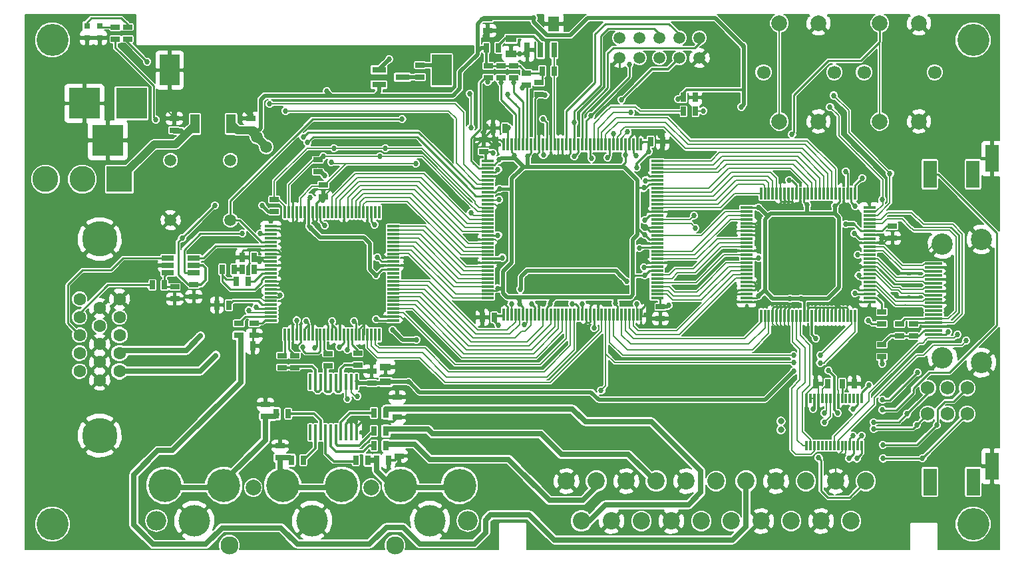
<source format=gtl>
G04 #@! TF.FileFunction,Copper,L1,Top,Signal*
%FSLAX46Y46*%
G04 Gerber Fmt 4.6, Leading zero omitted, Abs format (unit mm)*
G04 Created by KiCad (PCBNEW 4.0.5+dfsg1-4) date Fri Apr 14 11:33:04 2017*
%MOMM*%
%LPD*%
G01*
G04 APERTURE LIST*
%ADD10C,0.150000*%
%ADD11R,0.300000X1.200000*%
%ADD12R,0.700000X1.900000*%
%ADD13R,1.400000X1.900000*%
%ADD14C,1.506220*%
%ADD15C,4.064000*%
%ADD16C,1.500000*%
%ADD17R,1.560000X0.650000*%
%ADD18C,1.600000*%
%ADD19C,4.500000*%
%ADD20R,1.200000X2.400000*%
%ADD21R,3.300000X2.400000*%
%ADD22R,1.800860X0.800100*%
%ADD23R,0.400000X2.000000*%
%ADD24R,0.300000X1.600000*%
%ADD25R,1.600000X0.300000*%
%ADD26C,2.200000*%
%ADD27C,2.000000*%
%ADD28C,1.700000*%
%ADD29C,2.300000*%
%ADD30C,4.200000*%
%ADD31C,4.000000*%
%ADD32O,2.500000X2.500000*%
%ADD33R,4.000000X4.000000*%
%ADD34R,0.797560X0.797560*%
%ADD35R,1.397000X0.889000*%
%ADD36R,1.143000X0.635000*%
%ADD37R,0.635000X1.143000*%
%ADD38R,1.700000X3.500000*%
%ADD39R,3.300000X3.300000*%
%ADD40C,3.300000*%
%ADD41R,2.500000X4.000000*%
%ADD42R,6.700000X6.700000*%
%ADD43C,0.690000*%
%ADD44R,6.200000X6.200000*%
%ADD45C,2.700000*%
%ADD46R,2.200000X0.300000*%
%ADD47C,1.750000*%
%ADD48C,0.800000*%
%ADD49R,1.600000X0.400000*%
%ADD50R,0.700000X0.200000*%
%ADD51C,0.686000*%
%ADD52C,0.200000*%
%ADD53C,0.180000*%
%ADD54C,0.220000*%
%ADD55C,0.250000*%
%ADD56C,0.300000*%
%ADD57C,0.500000*%
%ADD58C,0.400000*%
%ADD59C,1.000000*%
%ADD60C,0.350000*%
%ADD61C,0.640000*%
%ADD62C,0.700000*%
G04 APERTURE END LIST*
D10*
D11*
X107122000Y-72230000D03*
X107622000Y-72230000D03*
X108122000Y-72230000D03*
X108622000Y-72230000D03*
X109122000Y-72230000D03*
X109622000Y-72230000D03*
X110122000Y-72230000D03*
X110622000Y-72230000D03*
X111122000Y-72230000D03*
X111622000Y-72230000D03*
X112122000Y-72230000D03*
X112622000Y-72230000D03*
X113122000Y-72230000D03*
X113622000Y-72230000D03*
X114122000Y-72230000D03*
X114122000Y-66230000D03*
X113622000Y-66230000D03*
X113122000Y-66230000D03*
X112622000Y-66230000D03*
X112122000Y-66230000D03*
X111622000Y-66230000D03*
X111122000Y-66230000D03*
X110622000Y-66230000D03*
X110122000Y-66230000D03*
X109622000Y-66230000D03*
X109122000Y-66230000D03*
X108622000Y-66230000D03*
X108122000Y-66230000D03*
X107622000Y-66230000D03*
X107122000Y-66230000D03*
D12*
X74964100Y-21860500D03*
X73264100Y-21860500D03*
X71564100Y-21860500D03*
D13*
X74944100Y-18510500D03*
D14*
X93480000Y-20320000D03*
X93480000Y-22860000D03*
X90940000Y-20320000D03*
X90940000Y-22860000D03*
X88400000Y-20320000D03*
X88400000Y-22860000D03*
X85860000Y-20320000D03*
X85860000Y-22860000D03*
X83320000Y-20320000D03*
X83320000Y-22860000D03*
D15*
X11130000Y-20600000D03*
X11130000Y-82200000D03*
X128300000Y-82200000D03*
X128300000Y-20600000D03*
D16*
X33804500Y-43509300D03*
X33804500Y-35889300D03*
X26184500Y-35889300D03*
X26184500Y-43509300D03*
D17*
X29143300Y-49287800D03*
X25843300Y-48337800D03*
X25843300Y-49287800D03*
X25843300Y-50237800D03*
X29143300Y-50237800D03*
X29143300Y-48337800D03*
D18*
X17155500Y-59295400D03*
X17155500Y-57005400D03*
X17155500Y-54715400D03*
X19695500Y-62735400D03*
X19695500Y-60445400D03*
X19695500Y-58155400D03*
X19695500Y-55865400D03*
X19695500Y-53575400D03*
X17155500Y-63875400D03*
X17155500Y-61585400D03*
X14615500Y-62735400D03*
X14615500Y-60445400D03*
X14615500Y-58155400D03*
X14615500Y-55865400D03*
X14615500Y-53575400D03*
D19*
X17155500Y-70915400D03*
X17155500Y-45915400D03*
D20*
X31577000Y-31256000D03*
X29277000Y-31256000D03*
X33877000Y-31256000D03*
D21*
X31577000Y-24056000D03*
D22*
X52691860Y-24379000D03*
X52691860Y-26279000D03*
X55694140Y-25329000D03*
D23*
X43963000Y-70544000D03*
X44613000Y-70544000D03*
X45263000Y-70544000D03*
X45913000Y-70544000D03*
X46563000Y-70544000D03*
X47213000Y-70544000D03*
X47863000Y-70544000D03*
X48513000Y-70544000D03*
X49163000Y-70544000D03*
X49813000Y-70544000D03*
X49813000Y-64104000D03*
X49163000Y-64104000D03*
X48513000Y-64104000D03*
X47863000Y-64104000D03*
X47213000Y-64104000D03*
X46563000Y-64104000D03*
X45913000Y-64104000D03*
X45263000Y-64104000D03*
X44613000Y-64104000D03*
X43963000Y-64104000D03*
D24*
X101300000Y-55700000D03*
X101800000Y-55700000D03*
X102300000Y-55700000D03*
X102800000Y-55700000D03*
X103300000Y-55700000D03*
X103800000Y-55700000D03*
X104300000Y-55700000D03*
X104800000Y-55700000D03*
X105300000Y-55700000D03*
X105800000Y-55700000D03*
X106300000Y-55700000D03*
X106800000Y-55700000D03*
X107300000Y-55700000D03*
X107800000Y-55700000D03*
X108300000Y-55700000D03*
X108800000Y-55700000D03*
X109300000Y-55700000D03*
X109800000Y-55700000D03*
X110300000Y-55700000D03*
X110800000Y-55700000D03*
X111300000Y-55700000D03*
X111800000Y-55700000D03*
X112300000Y-55700000D03*
X112800000Y-55700000D03*
X113300000Y-55700000D03*
D25*
X115100000Y-53900000D03*
X115100000Y-53400000D03*
X115100000Y-52900000D03*
X115100000Y-52400000D03*
X115100000Y-51900000D03*
X115100000Y-51400000D03*
X115100000Y-50900000D03*
X115100000Y-50400000D03*
X115100000Y-49900000D03*
X115100000Y-49400000D03*
X115100000Y-48900000D03*
X115100000Y-48400000D03*
X115100000Y-47900000D03*
X115100000Y-47400000D03*
X115100000Y-46900000D03*
X115100000Y-46400000D03*
X115100000Y-45900000D03*
X115100000Y-45400000D03*
X115100000Y-44900000D03*
X115100000Y-44400000D03*
X115100000Y-43900000D03*
X115100000Y-43400000D03*
X115100000Y-42900000D03*
X115100000Y-42400000D03*
X115100000Y-41900000D03*
D24*
X113300000Y-40100000D03*
X112800000Y-40100000D03*
X112300000Y-40100000D03*
X111800000Y-40100000D03*
X111300000Y-40100000D03*
X110800000Y-40100000D03*
X110300000Y-40100000D03*
X109800000Y-40100000D03*
X109300000Y-40100000D03*
X108800000Y-40100000D03*
X108300000Y-40100000D03*
X107800000Y-40100000D03*
X107300000Y-40100000D03*
X106800000Y-40100000D03*
X106300000Y-40100000D03*
X105800000Y-40100000D03*
X105300000Y-40100000D03*
X104800000Y-40100000D03*
X104300000Y-40100000D03*
X103800000Y-40100000D03*
X103300000Y-40100000D03*
X102800000Y-40100000D03*
X102300000Y-40100000D03*
X101800000Y-40100000D03*
X101300000Y-40100000D03*
D25*
X99500000Y-41900000D03*
X99500000Y-42400000D03*
X99500000Y-42900000D03*
X99500000Y-43400000D03*
X99500000Y-43900000D03*
X99500000Y-44400000D03*
X99500000Y-44900000D03*
X99500000Y-45400000D03*
X99500000Y-45900000D03*
X99500000Y-46400000D03*
X99500000Y-46900000D03*
X99500000Y-47400000D03*
X99500000Y-47900000D03*
X99500000Y-48400000D03*
X99500000Y-48900000D03*
X99500000Y-49400000D03*
X99500000Y-49900000D03*
X99500000Y-50400000D03*
X99500000Y-50900000D03*
X99500000Y-51400000D03*
X99500000Y-51900000D03*
X99500000Y-52400000D03*
X99500000Y-52900000D03*
X99500000Y-53400000D03*
X99500000Y-53900000D03*
D26*
X112754600Y-81821200D03*
X110849600Y-76741200D03*
X108944600Y-81821200D03*
X107039600Y-76741200D03*
X105134600Y-81821200D03*
X103229600Y-76741200D03*
X101324600Y-81821200D03*
X99419600Y-76741200D03*
X97514600Y-81821200D03*
X95609600Y-76741200D03*
X93704600Y-81821200D03*
X91799600Y-76741200D03*
X78464600Y-81821200D03*
X87989600Y-76741200D03*
X89894600Y-81821200D03*
X84179600Y-76741200D03*
X86084600Y-81821200D03*
X80369600Y-76741200D03*
X82274600Y-81821200D03*
X76559600Y-76741200D03*
X114659600Y-76741200D03*
D27*
X103631000Y-18450000D03*
X108631000Y-18450000D03*
X103631000Y-30950000D03*
X108631000Y-30950000D03*
D28*
X110631000Y-24700000D03*
X101631000Y-24700000D03*
D27*
X116418000Y-18450000D03*
X121418000Y-18450000D03*
X116418000Y-30950000D03*
X121418000Y-30950000D03*
D28*
X123418000Y-24700000D03*
X114418000Y-24700000D03*
D27*
X51696000Y-77576200D03*
X36696000Y-77576200D03*
D29*
X33662620Y-84920720D03*
X54729380Y-84920720D03*
D30*
X55446000Y-77276200D03*
X62946000Y-77276200D03*
X25446000Y-77276200D03*
X32946000Y-77276200D03*
D31*
X29196000Y-81776200D03*
X44196000Y-81776200D03*
X59196000Y-81776200D03*
D32*
X63996000Y-81776200D03*
X24396000Y-81776200D03*
D30*
X47946000Y-77276200D03*
X40446000Y-77276200D03*
D33*
X21202140Y-28649000D03*
X15202660Y-28649000D03*
X18202400Y-33348000D03*
D34*
X17179000Y-18795700D03*
X17179000Y-20294300D03*
X15549000Y-18795700D03*
X15549000Y-20294300D03*
D35*
X69494000Y-20408500D03*
X69494000Y-22313500D03*
X53538000Y-64107500D03*
X53538000Y-62202500D03*
D36*
X38262900Y-68477500D03*
X38262900Y-66953500D03*
D37*
X52410700Y-74078200D03*
X53934700Y-74078200D03*
D36*
X55280900Y-72008100D03*
X55280900Y-73532100D03*
X55001500Y-70128500D03*
X55001500Y-68604500D03*
X54997000Y-67547000D03*
X54997000Y-66023000D03*
X40104000Y-73777000D03*
X40104000Y-72253000D03*
D37*
X35301000Y-49779000D03*
X36825000Y-49779000D03*
X25397800Y-51764300D03*
X23873800Y-51764300D03*
D36*
X39370000Y-40894000D03*
X39370000Y-42418000D03*
X44931000Y-37368000D03*
X44931000Y-35844000D03*
X45616200Y-39013500D03*
X45616200Y-40537500D03*
D37*
X91463200Y-29666300D03*
X92987200Y-29666300D03*
D36*
X116693000Y-55199000D03*
X116693000Y-56723000D03*
X66609300Y-25399100D03*
X66609300Y-23875100D03*
X68222200Y-25411800D03*
X68222200Y-23887800D03*
X69835100Y-25411800D03*
X69835100Y-23887800D03*
X71448000Y-26288100D03*
X71448000Y-24764100D03*
X73086300Y-27520000D03*
X73086300Y-25996000D03*
D37*
X73467300Y-24548200D03*
X74991300Y-24548200D03*
X67866600Y-21551000D03*
X66342600Y-21551000D03*
D36*
X19159000Y-18929000D03*
X19159000Y-20453000D03*
X20709000Y-18925000D03*
X20709000Y-20449000D03*
X57912000Y-23754000D03*
X57912000Y-25278000D03*
D37*
X35138700Y-59536700D03*
X36662700Y-59536700D03*
D36*
X116690000Y-60902000D03*
X116690000Y-59378000D03*
X120690000Y-58262000D03*
X120690000Y-56738000D03*
X118930000Y-58262000D03*
X118930000Y-56738000D03*
D37*
X39634500Y-68172700D03*
X41158500Y-68172700D03*
X51280400Y-74066000D03*
X49756400Y-74066000D03*
X53604500Y-72224000D03*
X52080500Y-72224000D03*
X53579100Y-70357100D03*
X52055100Y-70357100D03*
X53579100Y-68058400D03*
X52055100Y-68058400D03*
D36*
X40358400Y-62267200D03*
X40358400Y-60743200D03*
D37*
X41539000Y-74066000D03*
X43063000Y-74066000D03*
D36*
X34872000Y-58177800D03*
X34872000Y-56653800D03*
D37*
X32078000Y-54317000D03*
X33602000Y-54317000D03*
X36039000Y-51283000D03*
X34515000Y-51283000D03*
X32766000Y-49779000D03*
X34290000Y-49779000D03*
X36824000Y-48265000D03*
X35300000Y-48265000D03*
D36*
X26705900Y-52018300D03*
X26705900Y-53542300D03*
X26645000Y-32075000D03*
X26645000Y-30551000D03*
X66000000Y-34762000D03*
X66000000Y-33238000D03*
D37*
X68762000Y-31800000D03*
X67238000Y-31800000D03*
X67362000Y-55900000D03*
X65838000Y-55900000D03*
D36*
X66520400Y-17868000D03*
X66520400Y-19392000D03*
D37*
X92974500Y-27888300D03*
X91450500Y-27888300D03*
X87259000Y-33498000D03*
X88783000Y-33498000D03*
D36*
X88500000Y-54538000D03*
X88500000Y-56062000D03*
X118040000Y-44248000D03*
X118040000Y-45772000D03*
X36405000Y-32080000D03*
X36405000Y-30556000D03*
X51763000Y-64252000D03*
X51763000Y-62728000D03*
X29144300Y-51713500D03*
X29144300Y-53237500D03*
X46225800Y-62013200D03*
X46225800Y-60489200D03*
X49985000Y-61987800D03*
X49985000Y-60463800D03*
X41958600Y-62267200D03*
X41958600Y-60743200D03*
X36827800Y-56628400D03*
X36827800Y-58152400D03*
D38*
X122806000Y-76830000D03*
X128306000Y-76830000D03*
X130706000Y-74830000D03*
D39*
X19666000Y-38298000D03*
D40*
X14966000Y-38298000D03*
X10266000Y-38298000D03*
D41*
X60676200Y-24406600D03*
X26076200Y-24406600D03*
D37*
X111648000Y-64350000D03*
X113172000Y-64350000D03*
X109797000Y-64359000D03*
X108273000Y-64359000D03*
D38*
X122798000Y-37676000D03*
X128298000Y-37676000D03*
X130698000Y-35676000D03*
D24*
X86050000Y-33900000D03*
X85550000Y-33900000D03*
X85050000Y-33900000D03*
X84550000Y-33900000D03*
X84050000Y-33900000D03*
X83550000Y-33900000D03*
X83050000Y-33900000D03*
X82550000Y-33900000D03*
X82050000Y-33900000D03*
X81550000Y-33900000D03*
X81050000Y-33900000D03*
X80550000Y-33900000D03*
X80050000Y-33900000D03*
X79550000Y-33900000D03*
X79050000Y-33900000D03*
X78550000Y-33900000D03*
X78050000Y-33900000D03*
X77550000Y-33900000D03*
X77050000Y-33900000D03*
X76550000Y-33900000D03*
X76050000Y-33900000D03*
X75550000Y-33900000D03*
X75050000Y-33900000D03*
X74550000Y-33900000D03*
X74050000Y-33900000D03*
X73550000Y-33900000D03*
X73050000Y-33900000D03*
X72550000Y-33900000D03*
X72050000Y-33900000D03*
X71550000Y-33900000D03*
X71050000Y-33900000D03*
X70550000Y-33900000D03*
X70050000Y-33900000D03*
X69550000Y-33900000D03*
X69050000Y-33900000D03*
X68550000Y-33900000D03*
D25*
X66500000Y-35950000D03*
X66500000Y-36450000D03*
X66500000Y-36950000D03*
X66500000Y-37450000D03*
X66500000Y-37950000D03*
X66500000Y-38450000D03*
X66500000Y-38950000D03*
X66500000Y-39450000D03*
X66500000Y-39950000D03*
X66500000Y-40450000D03*
X66500000Y-40950000D03*
X66500000Y-41450000D03*
X66500000Y-41950000D03*
X66500000Y-42450000D03*
X66500000Y-42950000D03*
X66500000Y-43450000D03*
X66500000Y-43950000D03*
X66500000Y-44450000D03*
X66500000Y-44950000D03*
X66500000Y-45450000D03*
X66500000Y-45950000D03*
X66500000Y-46450000D03*
X66500000Y-46950000D03*
X66500000Y-47450000D03*
X66500000Y-47950000D03*
X66500000Y-48450000D03*
X66500000Y-48950000D03*
X66500000Y-49450000D03*
X66500000Y-49950000D03*
X66500000Y-50450000D03*
X66500000Y-50950000D03*
X66500000Y-51450000D03*
X66500000Y-51950000D03*
X66500000Y-52450000D03*
X66500000Y-52950000D03*
X66500000Y-53450000D03*
D24*
X68550000Y-55500000D03*
X69050000Y-55500000D03*
X69550000Y-55500000D03*
X70050000Y-55500000D03*
X70550000Y-55500000D03*
X71050000Y-55500000D03*
X71550000Y-55500000D03*
X72050000Y-55500000D03*
X72550000Y-55500000D03*
X73050000Y-55500000D03*
X73550000Y-55500000D03*
X74050000Y-55500000D03*
X74550000Y-55500000D03*
X75050000Y-55500000D03*
X75550000Y-55500000D03*
X76050000Y-55500000D03*
X76550000Y-55500000D03*
X77050000Y-55500000D03*
X77550000Y-55500000D03*
X78050000Y-55500000D03*
X78550000Y-55500000D03*
X79050000Y-55500000D03*
X79550000Y-55500000D03*
X80050000Y-55500000D03*
X80550000Y-55500000D03*
X81050000Y-55500000D03*
X81550000Y-55500000D03*
X82050000Y-55500000D03*
X82550000Y-55500000D03*
X83050000Y-55500000D03*
X83550000Y-55500000D03*
X84050000Y-55500000D03*
X84550000Y-55500000D03*
X85050000Y-55500000D03*
X85550000Y-55500000D03*
X86050000Y-55500000D03*
D25*
X88100000Y-53450000D03*
X88100000Y-52950000D03*
X88100000Y-52450000D03*
X88100000Y-51950000D03*
X88100000Y-51450000D03*
X88100000Y-50950000D03*
X88100000Y-50450000D03*
X88100000Y-49950000D03*
X88100000Y-49450000D03*
X88100000Y-48950000D03*
X88100000Y-48450000D03*
X88100000Y-47950000D03*
X88100000Y-47450000D03*
X88100000Y-46950000D03*
X88100000Y-46450000D03*
X88100000Y-45950000D03*
X88100000Y-45450000D03*
X88100000Y-44950000D03*
X88100000Y-44450000D03*
X88100000Y-43950000D03*
X88100000Y-43450000D03*
X88100000Y-42950000D03*
X88100000Y-42450000D03*
X88100000Y-41950000D03*
X88100000Y-41450000D03*
X88100000Y-40950000D03*
X88100000Y-40450000D03*
X88100000Y-39950000D03*
X88100000Y-39450000D03*
X88100000Y-38950000D03*
X88100000Y-38450000D03*
X88100000Y-37950000D03*
X88100000Y-37450000D03*
X88100000Y-36950000D03*
X88100000Y-36450000D03*
X88100000Y-35950000D03*
D42*
X77300000Y-44700000D03*
D43*
X79850000Y-42150000D03*
X79850000Y-43000000D03*
X79850000Y-43850000D03*
X79850000Y-44700000D03*
X79850000Y-45550000D03*
X79850000Y-46400000D03*
X79850000Y-47250000D03*
X79000000Y-42150000D03*
X79000000Y-43000000D03*
X79000000Y-43850000D03*
X79000000Y-44700000D03*
X79000000Y-45550000D03*
X79000000Y-46400000D03*
X79000000Y-47250000D03*
X78150000Y-42150000D03*
X78150000Y-43000000D03*
X78150000Y-46400000D03*
X78150000Y-47250000D03*
X77300000Y-42150000D03*
X77300000Y-43000000D03*
X77300000Y-46400000D03*
X77300000Y-47250000D03*
X76450000Y-42150000D03*
X76450000Y-43000000D03*
X76450000Y-46400000D03*
X76450000Y-47250000D03*
X75600000Y-42150000D03*
X75600000Y-43000000D03*
X75600000Y-43850000D03*
X75600000Y-44700000D03*
X75600000Y-45550000D03*
X75600000Y-46400000D03*
X75600000Y-47250000D03*
X74750000Y-42150000D03*
X74750000Y-43000000D03*
X74750000Y-43850000D03*
X74750000Y-44700000D03*
X74750000Y-45550000D03*
X74750000Y-46400000D03*
X74750000Y-47250000D03*
D26*
X77300000Y-44700000D03*
D24*
X40736000Y-58092000D03*
X41236000Y-58092000D03*
X41736000Y-58092000D03*
X42236000Y-58092000D03*
X42736000Y-58092000D03*
X43236000Y-58092000D03*
X43736000Y-58092000D03*
X44236000Y-58092000D03*
X44736000Y-58092000D03*
X45236000Y-58092000D03*
X45736000Y-58092000D03*
X46236000Y-58092000D03*
X46736000Y-58092000D03*
X47236000Y-58092000D03*
X47736000Y-58092000D03*
X48236000Y-58092000D03*
X48736000Y-58092000D03*
X49236000Y-58092000D03*
X49736000Y-58092000D03*
X50236000Y-58092000D03*
X50736000Y-58092000D03*
X51236000Y-58092000D03*
X51736000Y-58092000D03*
X52236000Y-58092000D03*
X52736000Y-58092000D03*
D25*
X54536000Y-56292000D03*
X54536000Y-55792000D03*
X54536000Y-55292000D03*
X54536000Y-54792000D03*
X54536000Y-54292000D03*
X54536000Y-53792000D03*
X54536000Y-53292000D03*
X54536000Y-52792000D03*
X54536000Y-52292000D03*
X54536000Y-51792000D03*
X54536000Y-51292000D03*
X54536000Y-50792000D03*
X54536000Y-50292000D03*
X54536000Y-49792000D03*
X54536000Y-49292000D03*
X54536000Y-48792000D03*
X54536000Y-48292000D03*
X54536000Y-47792000D03*
X54536000Y-47292000D03*
X54536000Y-46792000D03*
X54536000Y-46292000D03*
X54536000Y-45792000D03*
X54536000Y-45292000D03*
X54536000Y-44792000D03*
X54536000Y-44292000D03*
D24*
X52736000Y-42492000D03*
X52236000Y-42492000D03*
X51736000Y-42492000D03*
X51236000Y-42492000D03*
X50736000Y-42492000D03*
X50236000Y-42492000D03*
X49736000Y-42492000D03*
X49236000Y-42492000D03*
X48736000Y-42492000D03*
X48236000Y-42492000D03*
X47736000Y-42492000D03*
X47236000Y-42492000D03*
X46736000Y-42492000D03*
X46236000Y-42492000D03*
X45736000Y-42492000D03*
X45236000Y-42492000D03*
X44736000Y-42492000D03*
X44236000Y-42492000D03*
X43736000Y-42492000D03*
X43236000Y-42492000D03*
X42736000Y-42492000D03*
X42236000Y-42492000D03*
X41736000Y-42492000D03*
X41236000Y-42492000D03*
X40736000Y-42492000D03*
D25*
X38936000Y-44292000D03*
X38936000Y-44792000D03*
X38936000Y-45292000D03*
X38936000Y-45792000D03*
X38936000Y-46292000D03*
X38936000Y-46792000D03*
X38936000Y-47292000D03*
X38936000Y-47792000D03*
X38936000Y-48292000D03*
X38936000Y-48792000D03*
X38936000Y-49292000D03*
X38936000Y-49792000D03*
X38936000Y-50292000D03*
X38936000Y-50792000D03*
X38936000Y-51292000D03*
X38936000Y-51792000D03*
X38936000Y-52292000D03*
X38936000Y-52792000D03*
X38936000Y-53292000D03*
X38936000Y-53792000D03*
X38936000Y-54292000D03*
X38936000Y-54792000D03*
X38936000Y-55292000D03*
X38936000Y-55792000D03*
X38936000Y-56292000D03*
D44*
X46736000Y-50292000D03*
D43*
X44336000Y-52692000D03*
X44336000Y-51892000D03*
X44336000Y-51092000D03*
X44336000Y-50292000D03*
X44336000Y-49492000D03*
X44336000Y-48692000D03*
X44336000Y-47892000D03*
X45136000Y-52692000D03*
X45136000Y-51892000D03*
X45136000Y-51092000D03*
X45136000Y-50292000D03*
X45136000Y-49492000D03*
X45136000Y-48692000D03*
X45136000Y-47892000D03*
X45936000Y-52692000D03*
X45936000Y-51892000D03*
X45936000Y-48692000D03*
X45936000Y-47892000D03*
X46736000Y-52692000D03*
X46736000Y-51892000D03*
X46736000Y-48692000D03*
X46736000Y-47892000D03*
X47536000Y-52692000D03*
X47536000Y-51892000D03*
X47536000Y-48692000D03*
X47536000Y-47892000D03*
X48336000Y-52692000D03*
X48336000Y-51892000D03*
X48336000Y-51092000D03*
X48336000Y-50292000D03*
X48336000Y-49492000D03*
X48336000Y-48692000D03*
X48336000Y-47892000D03*
X49136000Y-52692000D03*
X49136000Y-51892000D03*
X49136000Y-51092000D03*
X49136000Y-50292000D03*
X49136000Y-49492000D03*
X49136000Y-48692000D03*
X49136000Y-47892000D03*
D27*
X46736000Y-50292000D03*
D45*
X124400000Y-46550000D03*
X124400000Y-61050000D03*
X129350000Y-61650000D03*
X129350000Y-45950000D03*
D46*
X123300000Y-49050000D03*
X123300000Y-49550000D03*
X123300000Y-50050000D03*
X123300000Y-50550000D03*
X123300000Y-51050000D03*
X123300000Y-51550000D03*
X123300000Y-52050000D03*
X123300000Y-52550000D03*
X123300000Y-53050000D03*
X123300000Y-53550000D03*
X123300000Y-54050000D03*
X123300000Y-54550000D03*
X123300000Y-55050000D03*
X123300000Y-55550000D03*
X123300000Y-56050000D03*
X123300000Y-56550000D03*
X123300000Y-57050000D03*
X123300000Y-57550000D03*
X123300000Y-58050000D03*
D47*
X127540000Y-64870000D03*
X125040000Y-64870000D03*
X122540000Y-64870000D03*
X127540000Y-68170000D03*
X125040000Y-68170000D03*
X122540000Y-68170000D03*
D48*
X103861000Y-70197000D03*
X103861000Y-69097000D03*
D49*
X120120000Y-53310000D03*
D50*
X120569700Y-54310000D03*
X120569700Y-53810000D03*
X120569700Y-52810000D03*
X120569700Y-52310000D03*
X119670300Y-54310000D03*
X119670300Y-53810000D03*
X119670300Y-52310000D03*
X119670300Y-52810000D03*
D49*
X120120000Y-53310000D03*
X120120000Y-50310000D03*
D50*
X120569700Y-51310000D03*
X120569700Y-50810000D03*
X120569700Y-49810000D03*
X120569700Y-49310000D03*
X119670300Y-51310000D03*
X119670300Y-50810000D03*
X119670300Y-49310000D03*
X119670300Y-49810000D03*
D49*
X120120000Y-50310000D03*
D51*
X84323000Y-32288000D03*
X84732200Y-29806000D03*
X108848000Y-60705000D03*
X105453000Y-60701000D03*
X43617000Y-33642000D03*
X24312000Y-30690000D03*
X23205000Y-23348000D03*
X43043000Y-32918000D03*
X127430000Y-58850000D03*
X117714100Y-37557100D03*
X45599000Y-35400000D03*
X52818000Y-35391000D03*
X110562000Y-27638000D03*
X116710000Y-40910000D03*
X126320000Y-58080000D03*
X46943000Y-34376000D03*
X110094000Y-29135000D03*
X53534000Y-34370000D03*
X69098500Y-27469200D03*
X69847800Y-25996000D03*
X68209500Y-25945200D03*
X66507700Y-25932500D03*
X73848300Y-27570800D03*
X70901900Y-26681800D03*
X84590000Y-23679000D03*
X79665000Y-30246000D03*
X77541000Y-31105000D03*
X80061000Y-57252000D03*
X83576500Y-28167700D03*
X85428000Y-35326000D03*
X69187000Y-31768000D03*
X85496400Y-54178200D03*
X69596000Y-54152800D03*
X70700000Y-52300000D03*
X84200000Y-51300000D03*
X67200000Y-35000000D03*
X85500000Y-36800000D03*
X87046000Y-34757000D03*
X67900000Y-56900000D03*
X89535000Y-54356000D03*
X86556000Y-45389000D03*
X86517000Y-50546000D03*
X86403000Y-39400000D03*
X84087000Y-35223000D03*
X68021200Y-39522400D03*
X67843400Y-52197000D03*
X70586600Y-54178200D03*
X67995800Y-35839400D03*
X71595000Y-35377000D03*
X82804000Y-54102000D03*
X69900800Y-35306000D03*
X74498200Y-54152800D03*
X82516000Y-32537000D03*
X114971000Y-56319000D03*
X111090000Y-68070000D03*
X105471000Y-62728000D03*
X109899000Y-62678000D03*
X112100000Y-44000000D03*
X40117100Y-53097800D03*
X56460000Y-64108000D03*
X57440000Y-58720000D03*
X54432000Y-57465000D03*
X46736000Y-56388000D03*
X100968000Y-53185000D03*
X101000000Y-41900000D03*
X106400000Y-53500000D03*
X105000000Y-53500000D03*
X110700000Y-41700000D03*
X107200000Y-41600000D03*
X107930000Y-67540000D03*
X108306000Y-58560000D03*
D16*
X37165000Y-32898000D03*
X38353000Y-34188000D03*
D51*
X45819000Y-44196000D03*
X37826000Y-41651000D03*
X31814000Y-41628000D03*
X45811000Y-37856000D03*
X67843400Y-45440600D03*
X68377000Y-48296000D03*
X27634000Y-45815000D03*
X73607000Y-35245000D03*
X98826000Y-29083000D03*
X99065000Y-21336000D03*
X85839000Y-47092000D03*
X86407000Y-49511000D03*
X86558000Y-43510000D03*
X86624000Y-38476000D03*
X77553000Y-35406000D03*
X90790100Y-28104200D03*
X46073400Y-27113600D03*
X52486900Y-48246400D03*
X52118600Y-44080800D03*
X72400500Y-17800000D03*
X72110600Y-54178200D03*
X104900000Y-38400000D03*
X112100000Y-37300000D03*
X101000000Y-48300000D03*
X52324000Y-56134000D03*
X78587600Y-54178200D03*
X67843400Y-37084000D03*
X67995800Y-40894000D03*
X125140000Y-57710000D03*
X114180000Y-38160000D03*
X43979000Y-44493000D03*
X43939800Y-40651800D03*
X52324000Y-50546000D03*
X29982500Y-58279400D03*
X31938300Y-60743200D03*
X82700000Y-67772000D03*
X80193000Y-67788000D03*
X81481000Y-67780000D03*
X58527000Y-63383000D03*
X59329000Y-64267000D03*
X97050000Y-65190000D03*
X99060000Y-65200000D03*
X99120000Y-67790000D03*
X99110000Y-69830000D03*
X104020000Y-37680000D03*
X105000000Y-59880000D03*
X121700000Y-48210000D03*
X118510000Y-53040000D03*
X118550000Y-55450000D03*
X118800000Y-50200000D03*
X121710000Y-59920000D03*
X119250000Y-59910000D03*
X115250000Y-63330000D03*
X104230000Y-67260000D03*
X107980000Y-68440000D03*
X111700000Y-62840000D03*
X30770000Y-34854000D03*
X29581000Y-34785000D03*
X28590000Y-34069000D03*
X29604000Y-33581000D03*
X30777000Y-33581000D03*
X35448000Y-25542000D03*
X34214000Y-25489000D03*
X34221000Y-24270000D03*
X35410000Y-24277000D03*
X35425000Y-23111000D03*
X34267000Y-23119000D03*
X61276000Y-31913000D03*
X61128000Y-33673000D03*
X60190000Y-32781000D03*
X59265000Y-31993000D03*
X66385000Y-31608000D03*
X51458000Y-31486000D03*
X48997000Y-33658000D03*
X41628000Y-31593000D03*
X39811000Y-33296000D03*
X41457000Y-34770000D03*
X43480000Y-35565000D03*
X120564000Y-43632000D03*
X119421000Y-45027000D03*
X8896000Y-48748000D03*
X12960000Y-48971000D03*
X114996000Y-55321000D03*
X35330000Y-29051000D03*
X35425000Y-27912000D03*
X35448000Y-26754000D03*
X28404000Y-22974000D03*
X28404000Y-24014000D03*
X28404000Y-25055000D03*
X27958000Y-27203000D03*
X27973000Y-28354000D03*
X27935000Y-29535000D03*
X26784000Y-29535000D03*
X26830000Y-28316000D03*
X26815000Y-27219000D03*
X25611000Y-27249000D03*
X25618000Y-28377000D03*
X25634000Y-29451000D03*
X63307000Y-27793000D03*
X65232000Y-25156000D03*
X65263000Y-24216000D03*
X78326000Y-56982000D03*
X100995000Y-49408000D03*
X101006000Y-50724000D03*
X82612000Y-60590000D03*
X83588000Y-62534000D03*
X90700000Y-62800000D03*
X101796000Y-62454000D03*
X100696000Y-62555000D03*
X95429000Y-62602000D03*
X97738000Y-62591000D03*
X81747000Y-21069000D03*
X100405000Y-55195000D03*
X41910000Y-40894000D03*
X35673000Y-38119000D03*
X36629000Y-37212000D03*
X37650000Y-36176000D03*
X61468000Y-39690000D03*
X48707000Y-37490000D03*
X58548000Y-59066000D03*
X60484000Y-59135000D03*
X62553000Y-61200000D03*
X77175000Y-62690000D03*
X75590400Y-54127400D03*
X44318000Y-38546000D03*
X47254000Y-38877000D03*
X67871000Y-47130000D03*
X67900000Y-43900000D03*
X67900000Y-43000000D03*
X67900000Y-42200000D03*
X67986000Y-49256000D03*
X63848000Y-54441000D03*
X65048000Y-54521000D03*
X23912000Y-50307000D03*
X22814000Y-50300000D03*
X113881000Y-49400000D03*
X69469000Y-52177000D03*
X69545000Y-51064000D03*
X40930000Y-44242000D03*
X41443000Y-45441000D03*
X41737000Y-46518000D03*
X43698000Y-45659000D03*
X51984000Y-54254000D03*
X51979000Y-53167000D03*
X51979000Y-51887000D03*
X51064000Y-51308000D03*
X51069000Y-52578000D03*
X51054000Y-53828000D03*
X52227000Y-45659000D03*
X51333000Y-44831000D03*
X47630000Y-44836000D03*
X48875000Y-44826000D03*
X50135000Y-44811000D03*
X42603000Y-51907000D03*
X42596000Y-50764000D03*
X42634000Y-49507000D03*
X42657000Y-48402000D03*
X101000000Y-47000000D03*
X97978000Y-53969000D03*
X30053000Y-60371000D03*
X28651000Y-66081000D03*
X37810000Y-74280000D03*
X45263000Y-74737000D03*
X34138000Y-70744000D03*
X25136000Y-61549000D03*
X27757000Y-58278000D03*
X59036000Y-75175000D03*
X56693000Y-66271000D03*
X57390000Y-68854000D03*
X58994000Y-71803000D03*
X88440000Y-32771000D03*
X57328000Y-43404000D03*
X57226000Y-50018000D03*
X40523000Y-38908000D03*
X85288000Y-25471000D03*
X82977000Y-25552000D03*
X80691000Y-35342000D03*
X78895000Y-35237000D03*
X108265000Y-41567000D03*
X32690000Y-46036000D03*
X77038000Y-21199000D03*
X76901000Y-18600000D03*
X69947000Y-19116000D03*
X66203000Y-20081000D03*
X111115000Y-54258000D03*
X86591000Y-37404000D03*
X86346000Y-46318000D03*
X84696000Y-44818000D03*
X86479000Y-48360000D03*
X86567000Y-41960000D03*
X84673000Y-41214000D03*
X42365000Y-44753900D03*
X42352300Y-44753900D03*
X42669800Y-47217700D03*
X42707900Y-45909600D03*
X70584400Y-22363800D03*
X45527300Y-40982000D03*
X114983600Y-41083600D03*
X40167900Y-51688100D03*
X53134600Y-46709700D03*
X50556500Y-44030000D03*
X42034800Y-59600200D03*
X85568000Y-32634000D03*
X75700000Y-52500000D03*
X72572000Y-35329000D03*
X67843400Y-38404800D03*
X64947800Y-45643800D03*
X64947800Y-48691800D03*
X113131600Y-46913800D03*
X68300600Y-54178200D03*
X73533000Y-54178200D03*
X81584800Y-54102000D03*
X92303600Y-52044600D03*
X92329000Y-49098200D03*
X92329000Y-50825400D03*
X89916000Y-56946800D03*
X105800000Y-41600000D03*
X112300000Y-41700000D03*
X86500000Y-51500000D03*
X76400000Y-48900000D03*
X74400000Y-48900000D03*
X82400000Y-46800000D03*
X82400000Y-48600000D03*
X80300000Y-48900000D03*
X78400000Y-48900000D03*
X82400000Y-44800000D03*
X82400000Y-42900000D03*
X68707000Y-40208200D03*
X71170800Y-56845200D03*
X97960000Y-44900000D03*
X105800000Y-54300000D03*
X112200000Y-42700000D03*
X109700000Y-44000000D03*
X105900000Y-43800000D03*
X104700000Y-41800000D03*
X103600000Y-41800000D03*
X103600000Y-46000000D03*
X103600000Y-49400000D03*
X75700000Y-37500000D03*
X65000000Y-34000000D03*
X70800000Y-38500000D03*
X72100000Y-48600000D03*
X72100000Y-46700000D03*
X72100000Y-50800000D03*
X73450000Y-50800000D03*
X74950000Y-50800000D03*
X76500000Y-50800000D03*
X78050000Y-50800000D03*
X79450000Y-50800000D03*
X80750000Y-50800000D03*
X81950000Y-50850000D03*
X82400000Y-41200000D03*
X78816200Y-39801800D03*
X81000000Y-39800000D03*
X77400000Y-39800000D03*
X73400000Y-39800000D03*
X75400000Y-39800000D03*
X72100000Y-44800000D03*
X72100000Y-42700000D03*
X72100000Y-40900000D03*
X83900000Y-52500000D03*
X82900000Y-52500000D03*
X82000000Y-52500000D03*
X81050000Y-52500000D03*
X74800000Y-52500000D03*
X67300000Y-34100000D03*
X86900000Y-56700000D03*
X51054000Y-56388000D03*
X47752000Y-56388000D03*
X45466000Y-56388000D03*
X52324000Y-49276000D03*
X52324000Y-55118000D03*
X75735000Y-35437000D03*
X86681000Y-44463000D03*
X44543000Y-59767000D03*
X47673600Y-59651000D03*
X36118800Y-54991000D03*
X37084000Y-54610000D03*
X113258600Y-52806600D03*
X113645000Y-47926000D03*
X113741200Y-50571400D03*
X113184000Y-45236000D03*
X81788000Y-35557000D03*
X113300000Y-41700000D03*
X55649200Y-30644200D03*
X73590000Y-30644000D03*
X79756000Y-35610800D03*
X77292200Y-54152800D03*
X93965100Y-29590100D03*
X43000000Y-59701800D03*
X48664200Y-59981200D03*
X35306000Y-45212000D03*
X37592000Y-45212000D03*
X40810000Y-29590100D03*
X38796300Y-28713800D03*
X105263000Y-32598000D03*
X92964000Y-44521000D03*
X92774000Y-42931000D03*
X37479000Y-48745000D03*
X49530000Y-56388000D03*
X42225300Y-56260100D03*
X43434000Y-56388000D03*
X48706000Y-66277000D03*
X49957000Y-65908000D03*
X108833000Y-61692000D03*
X105456000Y-61628000D03*
X57371000Y-36332000D03*
X80970000Y-65197000D03*
X46608000Y-36111000D03*
X53972000Y-23020000D03*
X64262000Y-27402000D03*
X64378000Y-31758000D03*
X64381000Y-42577000D03*
X116710000Y-61790000D03*
X109385000Y-69243000D03*
X109377000Y-68077000D03*
X121860000Y-73850000D03*
X116860000Y-73860000D03*
X112980000Y-67590000D03*
X121120000Y-69580000D03*
X115640000Y-70090000D03*
X123660000Y-69620000D03*
X116800000Y-72120000D03*
X115020000Y-64520000D03*
X108650000Y-73770000D03*
X119900000Y-68190000D03*
X115640000Y-69240000D03*
X113510000Y-73860000D03*
X116760000Y-67680000D03*
X112510000Y-73860000D03*
X114110000Y-70920000D03*
X116760000Y-66400000D03*
X121210000Y-62910000D03*
X113000000Y-70920000D03*
D52*
X83550000Y-33900000D02*
X83550000Y-33061000D01*
X83550000Y-33061000D02*
X84323000Y-32288000D01*
X91463200Y-29666300D02*
X85926000Y-29666300D01*
X85341800Y-29082100D02*
X82171900Y-29082100D01*
X85926000Y-29666300D02*
X85341800Y-29082100D01*
X81526000Y-29728000D02*
X81526000Y-29726000D01*
X82176000Y-29078000D02*
X82171900Y-29082100D01*
X82171900Y-29082100D02*
X81526000Y-29728000D01*
X80050000Y-31202000D02*
X80050000Y-33900000D01*
X81526000Y-29726000D02*
X80050000Y-31202000D01*
X81759000Y-29493000D02*
X81526000Y-29726000D01*
X82549000Y-29806000D02*
X84732200Y-29806000D01*
X80551200Y-31839000D02*
X80551200Y-31803800D01*
X80551200Y-31803800D02*
X82549000Y-29806000D01*
D53*
X80551200Y-31867000D02*
X80551200Y-31839000D01*
X80551200Y-31839000D02*
X80551200Y-32148800D01*
X80551200Y-32148800D02*
X80551200Y-33714500D01*
X80551200Y-31848800D02*
X80551200Y-31867000D01*
X83548400Y-58148400D02*
X83548400Y-55685500D01*
X84700000Y-59300000D02*
X83548400Y-58148400D01*
X99700000Y-59300000D02*
X84700000Y-59300000D01*
X101813600Y-55647000D02*
X101813600Y-57186400D01*
X101813600Y-57186400D02*
X99700000Y-59300000D01*
X105282000Y-60700000D02*
X105452000Y-60700000D01*
X112811800Y-56742200D02*
X108854000Y-60700000D01*
X112811800Y-56742200D02*
X112811800Y-55647000D01*
X108853000Y-60700000D02*
X108854000Y-60700000D01*
X108848000Y-60705000D02*
X108853000Y-60700000D01*
X105452000Y-60700000D02*
X105453000Y-60701000D01*
X82049800Y-59049800D02*
X82049800Y-55685500D01*
X105316000Y-60700000D02*
X105282000Y-60700000D01*
X105282000Y-60700000D02*
X83700000Y-60700000D01*
X83700000Y-60700000D02*
X82049800Y-59049800D01*
X93056300Y-51443700D02*
X88285500Y-51443700D01*
X93056300Y-51443700D02*
X96600000Y-47900000D01*
X99553000Y-47900000D02*
X96600000Y-47900000D01*
X107300000Y-39100000D02*
X107300000Y-40153000D01*
X105100000Y-36900000D02*
X107300000Y-39100000D01*
X97200000Y-36900000D02*
X105100000Y-36900000D01*
X88285500Y-39454900D02*
X94645100Y-39454900D01*
X94645100Y-39454900D02*
X97200000Y-36900000D01*
X95851700Y-37448300D02*
X88285500Y-37448300D01*
X96900000Y-36400000D02*
X95851700Y-37448300D01*
X105400000Y-36400000D02*
X96900000Y-36400000D01*
X107782600Y-38782600D02*
X105400000Y-36400000D01*
X107782600Y-40153000D02*
X107782600Y-38782600D01*
X95547000Y-36953000D02*
X88285500Y-36953000D01*
X96600000Y-35900000D02*
X95547000Y-36953000D01*
X105700000Y-35900000D02*
X96600000Y-35900000D01*
X108290600Y-38490600D02*
X105700000Y-35900000D01*
X108290600Y-40153000D02*
X108290600Y-38490600D01*
X95242300Y-36457700D02*
X88285500Y-36457700D01*
X96300000Y-35400000D02*
X95242300Y-36457700D01*
X106000000Y-35400000D02*
X96300000Y-35400000D01*
X108798600Y-38198600D02*
X106000000Y-35400000D01*
X108798600Y-40153000D02*
X108798600Y-38198600D01*
X94950300Y-35949700D02*
X88285500Y-35949700D01*
X109306600Y-40153000D02*
X109306600Y-37906600D01*
X109306600Y-37906600D02*
X106300000Y-34900000D01*
X106300000Y-34900000D02*
X96000000Y-34900000D01*
X96000000Y-34900000D02*
X94950300Y-35949700D01*
D52*
X83458000Y-32482000D02*
X83458000Y-32483000D01*
X83458000Y-32482000D02*
X83458000Y-32141000D01*
X83458000Y-32141000D02*
X83938000Y-31661000D01*
X83938000Y-31661000D02*
X84239000Y-31661000D01*
D53*
X84239000Y-31661000D02*
X88961000Y-31661000D01*
X88961000Y-31661000D02*
X91700000Y-34400000D01*
X109789200Y-40153000D02*
X109789200Y-37589200D01*
X106600000Y-34400000D02*
X109789200Y-37589200D01*
X91700000Y-34400000D02*
X106600000Y-34400000D01*
D52*
X83050000Y-32891000D02*
X83050000Y-33900000D01*
X83458000Y-32483000D02*
X83050000Y-32891000D01*
D53*
X81554500Y-33714500D02*
X81554500Y-32616500D01*
X81554500Y-32616500D02*
X83104000Y-31067000D01*
X83104000Y-31067000D02*
X89167000Y-31067000D01*
X89167000Y-31067000D02*
X92000000Y-33900000D01*
X110297200Y-37297200D02*
X110297200Y-40153000D01*
X106900000Y-33900000D02*
X110297200Y-37297200D01*
X92000000Y-33900000D02*
X106900000Y-33900000D01*
X81046500Y-33714500D02*
X81046500Y-32324500D01*
X81046500Y-32324500D02*
X82887000Y-30484000D01*
X82887000Y-30484000D02*
X89384000Y-30484000D01*
X89384000Y-30484000D02*
X92300000Y-33400000D01*
X110805200Y-37005200D02*
X110805200Y-40153000D01*
X107200000Y-33400000D02*
X110805200Y-37005200D01*
X92300000Y-33400000D02*
X107200000Y-33400000D01*
X82545100Y-55685500D02*
X82545100Y-58245100D01*
X84300000Y-60000000D02*
X100200000Y-60000000D01*
X100200000Y-60000000D02*
X102296200Y-57903800D01*
X102296200Y-57903800D02*
X102296200Y-55647000D01*
X82545100Y-58245100D02*
X84300000Y-60000000D01*
D52*
X74991300Y-27592000D02*
X74991300Y-33841300D01*
X74991300Y-33841300D02*
X75050000Y-33900000D01*
X74991300Y-24548200D02*
X74991300Y-27592000D01*
X74991300Y-27592000D02*
X74991300Y-27647000D01*
X74964100Y-21860500D02*
X74964100Y-24521000D01*
X74964100Y-24521000D02*
X74991300Y-24548200D01*
D54*
X19159000Y-20453000D02*
X19159000Y-21552000D01*
X57534000Y-32934000D02*
X44325000Y-32934000D01*
X44325000Y-32934000D02*
X43617000Y-33642000D01*
X24312000Y-30690000D02*
X24026000Y-30404000D01*
X24026000Y-30404000D02*
X24026000Y-26419000D01*
X24026000Y-26419000D02*
X19703000Y-22096000D01*
X57534000Y-32934000D02*
X60232000Y-35632000D01*
X19159000Y-21552000D02*
X19703000Y-22096000D01*
X60114000Y-35514000D02*
X60118000Y-35518000D01*
X60118000Y-35518000D02*
X60232000Y-35632000D01*
X60232000Y-35632000D02*
X60251000Y-35651000D01*
X60251000Y-35651000D02*
X63750000Y-39150000D01*
X63750000Y-39150000D02*
X65045500Y-40445500D01*
X66314500Y-40445500D02*
X65045500Y-40445500D01*
X61582000Y-36182000D02*
X57713000Y-32313000D01*
X23205000Y-23348000D02*
X20309000Y-20452000D01*
X43648000Y-32313000D02*
X43043000Y-32918000D01*
X57713000Y-32313000D02*
X43648000Y-32313000D01*
X20309000Y-20452000D02*
X20309000Y-20449000D01*
X64854900Y-39454900D02*
X66314500Y-39454900D01*
X64854900Y-39454900D02*
X61582000Y-36182000D01*
X61582000Y-36182000D02*
X61504000Y-36104000D01*
D53*
X126280000Y-59420000D02*
X126860000Y-59420000D01*
X126860000Y-59420000D02*
X127430000Y-58850000D01*
X117560000Y-37403000D02*
X117714100Y-37557100D01*
X111122000Y-72230000D02*
X111122000Y-71568000D01*
X123270000Y-59420000D02*
X126280000Y-59420000D01*
X122000000Y-60690000D02*
X123270000Y-59420000D01*
X121170000Y-60690000D02*
X122000000Y-60690000D01*
X115750000Y-66110000D02*
X121170000Y-60690000D01*
X115750000Y-66940000D02*
X115750000Y-66110000D01*
X111122000Y-71568000D02*
X115750000Y-66940000D01*
D52*
X126280000Y-59420000D02*
X126260000Y-59420000D01*
D53*
X44931000Y-35844000D02*
X45155000Y-35844000D01*
X45155000Y-35844000D02*
X45599000Y-35400000D01*
D52*
X52826000Y-35399000D02*
X52826000Y-35410000D01*
X52818000Y-35391000D02*
X52826000Y-35399000D01*
D53*
X62635000Y-39835000D02*
X62633000Y-39835000D01*
X62385000Y-39587000D02*
X62385000Y-39585000D01*
X62633000Y-39835000D02*
X62385000Y-39587000D01*
X45949000Y-35400000D02*
X45375000Y-35400000D01*
X45375000Y-35400000D02*
X44931000Y-35844000D01*
X114015500Y-33858500D02*
X114014500Y-33858500D01*
X112505000Y-29581000D02*
X110562000Y-27638000D01*
X112505000Y-32349000D02*
X112505000Y-29581000D01*
X114014500Y-33858500D02*
X112505000Y-32349000D01*
X52826000Y-35410000D02*
X52826000Y-35400000D01*
X52826000Y-35400000D02*
X52826000Y-35410000D01*
X52826000Y-35410000D02*
X52826000Y-35400000D01*
X115100000Y-42900000D02*
X116164400Y-42900000D01*
X117560000Y-37403000D02*
X114015500Y-33858500D01*
X114015500Y-33858500D02*
X114001600Y-33844600D01*
X117714100Y-41350300D02*
X117714100Y-37557100D01*
X116164400Y-42900000D02*
X117714100Y-41350300D01*
X44930400Y-35648000D02*
X44701800Y-35648000D01*
X44930400Y-35648000D02*
X44570000Y-35648000D01*
X44570000Y-35648000D02*
X44150000Y-36068000D01*
X41224200Y-38993800D02*
X44150000Y-36068000D01*
X41224200Y-42545000D02*
X41224200Y-38993800D01*
X57400000Y-35400000D02*
X52826000Y-35400000D01*
X52826000Y-35400000D02*
X45949000Y-35400000D01*
X45949000Y-35400000D02*
X45933700Y-35400000D01*
X45933700Y-35400000D02*
X45880000Y-35400000D01*
X62450000Y-39650000D02*
X62385000Y-39585000D01*
X62385000Y-39585000D02*
X58200000Y-35400000D01*
X58200000Y-35400000D02*
X57400000Y-35400000D01*
X66314500Y-42452100D02*
X65252100Y-42452100D01*
X65252100Y-42452100D02*
X64200000Y-41400000D01*
X64200000Y-41400000D02*
X62635000Y-39835000D01*
X62635000Y-39835000D02*
X62575000Y-39775000D01*
X57500000Y-35400000D02*
X57400000Y-35400000D01*
X125650000Y-58530000D02*
X125870000Y-58530000D01*
X116710000Y-40910000D02*
X116787000Y-40910000D01*
X125870000Y-58530000D02*
X126320000Y-58080000D01*
X122370000Y-58700000D02*
X122370000Y-58690000D01*
X122370000Y-58690000D02*
X122530000Y-58530000D01*
X122530000Y-58530000D02*
X125650000Y-58530000D01*
X125650000Y-58530000D02*
X125670000Y-58530000D01*
D52*
X116787000Y-40910000D02*
X116780000Y-40910000D01*
X116780000Y-40910000D02*
X116787000Y-40910000D01*
X110622000Y-72230000D02*
X110622000Y-70998000D01*
X121900000Y-59170000D02*
X122370000Y-58700000D01*
X122370000Y-58700000D02*
X122360000Y-58710000D01*
X121380000Y-59170000D02*
X121900000Y-59170000D01*
X115050000Y-65500000D02*
X121380000Y-59170000D01*
X115050000Y-66570000D02*
X115050000Y-65500000D01*
X110622000Y-70998000D02*
X115050000Y-66570000D01*
D53*
X46943000Y-34376000D02*
X46943000Y-34373000D01*
X46943000Y-34373000D02*
X46943000Y-34376000D01*
X46943000Y-34376000D02*
X46943000Y-34373000D01*
X111202000Y-32754000D02*
X111202000Y-30243000D01*
X111202000Y-30243000D02*
X110094000Y-29135000D01*
X113515000Y-35060000D02*
X113508000Y-35060000D01*
X113508000Y-35060000D02*
X111202000Y-32754000D01*
D52*
X53531000Y-34373000D02*
X53481000Y-34373000D01*
X53534000Y-34370000D02*
X53531000Y-34373000D01*
D53*
X54350000Y-34375000D02*
X54350000Y-34373000D01*
X54350000Y-34373000D02*
X54350000Y-34375000D01*
X54350000Y-34375000D02*
X54350000Y-34373000D01*
X53481000Y-34378000D02*
X53481000Y-34373000D01*
X53481000Y-34373000D02*
X53481000Y-34378000D01*
X53481000Y-34378000D02*
X53481000Y-34373000D01*
X115100000Y-42400000D02*
X115915100Y-42400000D01*
X115915100Y-42400000D02*
X116787000Y-41528100D01*
X116787000Y-41528100D02*
X116787000Y-40910000D01*
X116787000Y-38332000D02*
X113515000Y-35060000D01*
X116787000Y-40910000D02*
X116787000Y-38332000D01*
X113515000Y-35060000D02*
X113480450Y-35025450D01*
X45819400Y-34373000D02*
X43525700Y-34373000D01*
X43398700Y-34500000D02*
X39370000Y-38528700D01*
X39370000Y-38528700D02*
X39370000Y-40894000D01*
X43525700Y-34373000D02*
X43398700Y-34500000D01*
X45997200Y-34373000D02*
X45819400Y-34373000D01*
X45819400Y-34373000D02*
X45789000Y-34373000D01*
X39878000Y-40894000D02*
X39370000Y-40894000D01*
X40741600Y-41757600D02*
X39878000Y-40894000D01*
X40741600Y-42545000D02*
X40741600Y-41757600D01*
X66314500Y-41944100D02*
X65444100Y-41944100D01*
X65444100Y-41944100D02*
X64900000Y-41400000D01*
X64900000Y-41100000D02*
X63799500Y-39999500D01*
X63799500Y-39999500D02*
X63500000Y-39700000D01*
X63500000Y-39700000D02*
X58173000Y-34373000D01*
X64900000Y-41400000D02*
X64900000Y-41100000D01*
X58173000Y-34373000D02*
X54350000Y-34373000D01*
X54350000Y-34373000D02*
X53481000Y-34373000D01*
X53481000Y-34373000D02*
X46943000Y-34373000D01*
X46943000Y-34373000D02*
X45997200Y-34373000D01*
X45997200Y-34373000D02*
X45971800Y-34373000D01*
D54*
X70063700Y-28802700D02*
X70063700Y-28777300D01*
X70550000Y-29289000D02*
X70063700Y-28802700D01*
X70550000Y-33900000D02*
X70550000Y-29289000D01*
X69098500Y-27812100D02*
X69098500Y-27469200D01*
X70063700Y-28777300D02*
X69098500Y-27812100D01*
X69835100Y-25983300D02*
X69835100Y-25411800D01*
X69847800Y-25996000D02*
X69835100Y-25983300D01*
X71050000Y-33900000D02*
X71050000Y-28468200D01*
X69835100Y-27253300D02*
X69835100Y-25411800D01*
X71050000Y-28468200D02*
X69835100Y-27253300D01*
D55*
X68209500Y-25945200D02*
X68222200Y-25945200D01*
X68222200Y-25945200D02*
X68222200Y-25411800D01*
D54*
X70050000Y-33900000D02*
X70050000Y-30033600D01*
X68222200Y-28205800D02*
X68222200Y-25411800D01*
X70050000Y-30033600D02*
X68222200Y-28205800D01*
X64377000Y-33599000D02*
X64377000Y-33082000D01*
X65578000Y-26020000D02*
X66198900Y-25399100D01*
X65578000Y-31881000D02*
X65578000Y-26020000D01*
X64377000Y-33082000D02*
X65578000Y-31881000D01*
X66198900Y-25399100D02*
X66609300Y-25399100D01*
X65400000Y-36950000D02*
X64681500Y-36231500D01*
X66500000Y-36950000D02*
X65400000Y-36950000D01*
X64377000Y-35927000D02*
X64681500Y-36231500D01*
X64377000Y-35927000D02*
X64377000Y-35446000D01*
X64377000Y-35446000D02*
X64377000Y-33599000D01*
X64377000Y-33599000D02*
X64377000Y-33574000D01*
X64377000Y-35474000D02*
X64377000Y-35446000D01*
D55*
X66609300Y-25830900D02*
X66609300Y-25399100D01*
X66507700Y-25932500D02*
X66609300Y-25830900D01*
D54*
X66126700Y-25399100D02*
X66609300Y-25399100D01*
D56*
X73797500Y-27520000D02*
X73086300Y-27520000D01*
X73848300Y-27570800D02*
X73797500Y-27520000D01*
D54*
X72550200Y-30700000D02*
X72550200Y-28056100D01*
X72550200Y-28056100D02*
X73086300Y-27520000D01*
X72550200Y-30700000D02*
X72550200Y-30679800D01*
X72550200Y-33714500D02*
X72550200Y-30700000D01*
D55*
X70901900Y-26681800D02*
X71295600Y-26288100D01*
X71295600Y-26288100D02*
X71448000Y-26288100D01*
D54*
X71550000Y-33900000D02*
X71550000Y-26390100D01*
X71550000Y-26390100D02*
X71448000Y-26288100D01*
X93980000Y-20320000D02*
X93980000Y-20520000D01*
X93980000Y-20520000D02*
X92900000Y-21600000D01*
X92900000Y-21600000D02*
X82500000Y-21600000D01*
X78557300Y-29942700D02*
X78557300Y-33714500D01*
X81800000Y-26700000D02*
X78557300Y-29942700D01*
X81800000Y-22300000D02*
X81800000Y-26700000D01*
X82500000Y-21600000D02*
X81800000Y-22300000D01*
X82784000Y-27116000D02*
X82788000Y-27116000D01*
X84590000Y-25314000D02*
X84590000Y-23679000D01*
X82788000Y-27116000D02*
X84590000Y-25314000D01*
X79650000Y-30250000D02*
X82784000Y-27116000D01*
X82784000Y-27116000D02*
X82800000Y-27100000D01*
X79633500Y-30266500D02*
X79650000Y-30250000D01*
D55*
X79644500Y-30266500D02*
X79633500Y-30266500D01*
X79665000Y-30246000D02*
X79644500Y-30266500D01*
D54*
X79052600Y-33714500D02*
X79052600Y-30847400D01*
X79052600Y-30847400D02*
X79633500Y-30266500D01*
X91440000Y-20320000D02*
X91420000Y-20320000D01*
X91420000Y-20320000D02*
X89600000Y-18500000D01*
X89600000Y-18500000D02*
X81500000Y-18500000D01*
X76550700Y-29649300D02*
X76550700Y-33714500D01*
X80200000Y-26000000D02*
X76550700Y-29649300D01*
X80200000Y-19800000D02*
X80200000Y-26000000D01*
X81500000Y-18500000D02*
X80200000Y-19800000D01*
D55*
X77545000Y-31139000D02*
X77554000Y-31139000D01*
X77554000Y-31130000D02*
X77545000Y-31139000D01*
X77554000Y-31118000D02*
X77554000Y-31130000D01*
X77541000Y-31105000D02*
X77554000Y-31118000D01*
D54*
X88900000Y-20320000D02*
X88900000Y-20300000D01*
X81900000Y-19100000D02*
X80900000Y-20100000D01*
X87700000Y-19100000D02*
X81900000Y-19100000D01*
X88900000Y-20300000D02*
X87700000Y-19100000D01*
X80900000Y-26300000D02*
X78600000Y-28600000D01*
X80900000Y-20100000D02*
X80900000Y-26300000D01*
X77554000Y-29646000D02*
X77554000Y-30600000D01*
X77554000Y-30600000D02*
X77554000Y-31139000D01*
X77554000Y-31139000D02*
X77554000Y-33714500D01*
X78600000Y-28600000D02*
X77554000Y-29646000D01*
D55*
X80050000Y-55500000D02*
X80050000Y-57241000D01*
X80050000Y-57241000D02*
X80061000Y-57252000D01*
D56*
X89480400Y-24319600D02*
X90940000Y-22860000D01*
X87424600Y-24319600D02*
X89480400Y-24319600D01*
X83576500Y-28167700D02*
X87424600Y-24319600D01*
D55*
X85050000Y-33900000D02*
X85050000Y-34948000D01*
X85050000Y-34948000D02*
X85428000Y-35326000D01*
D57*
X69159000Y-31796000D02*
X69087000Y-31796000D01*
X69187000Y-31768000D02*
X69159000Y-31796000D01*
D52*
X85542300Y-55685500D02*
X85538700Y-54220500D01*
D54*
X69057700Y-33714500D02*
X69057700Y-32095700D01*
X69057700Y-32095700D02*
X69087000Y-31796000D01*
X68925000Y-31634000D02*
X69087000Y-31796000D01*
D52*
X85538700Y-54220500D02*
X85496400Y-54178200D01*
X69553000Y-55685500D02*
X69549000Y-54199800D01*
X69549000Y-54199800D02*
X69596000Y-54152800D01*
D57*
X71550000Y-49950000D02*
X70800000Y-50700000D01*
X82850000Y-49950000D02*
X71550000Y-49950000D01*
X70800000Y-52200000D02*
X70800000Y-50700000D01*
X70700000Y-52300000D02*
X70800000Y-52200000D01*
X83400000Y-50500000D02*
X82850000Y-49950000D01*
X83400000Y-50500000D02*
X84200000Y-51300000D01*
D55*
X67200000Y-35000000D02*
X66962000Y-34762000D01*
X66962000Y-34762000D02*
X66000000Y-34762000D01*
D56*
X85500000Y-36800000D02*
X85500000Y-36303000D01*
X85500000Y-36303000D02*
X87046000Y-34757000D01*
X87038000Y-33500000D02*
X87038000Y-34749000D01*
X87038000Y-34749000D02*
X87046000Y-34757000D01*
D57*
X88500000Y-54538000D02*
X89353000Y-54538000D01*
X89353000Y-54538000D02*
X89535000Y-54356000D01*
D56*
X67362000Y-56362000D02*
X67900000Y-56900000D01*
X66314500Y-35949700D02*
X66314500Y-35076500D01*
X66314500Y-35076500D02*
X66000000Y-34762000D01*
X68549700Y-55685500D02*
X67576500Y-55685500D01*
X67576500Y-55685500D02*
X67362000Y-55900000D01*
X67362000Y-56362000D02*
X67362000Y-55900000D01*
D54*
X67362000Y-55900000D02*
X67362000Y-56362000D01*
D55*
X87038000Y-33500000D02*
X87038000Y-33738000D01*
X87038000Y-33500000D02*
X86264800Y-33500000D01*
X86264800Y-33500000D02*
X86050300Y-33714500D01*
X88500000Y-54538000D02*
X88500000Y-53664800D01*
X88500000Y-53664800D02*
X88285500Y-53450300D01*
X67576500Y-55685500D02*
X67362000Y-55900000D01*
X86556000Y-45389000D02*
X86473000Y-45389000D01*
X85615000Y-44409000D02*
X85600000Y-44409000D01*
X85615000Y-44531000D02*
X85615000Y-44409000D01*
X86473000Y-45389000D02*
X85615000Y-44531000D01*
X88100000Y-45950000D02*
X87117000Y-45950000D01*
X87117000Y-45950000D02*
X86556000Y-45389000D01*
X86517000Y-50546000D02*
X85254000Y-50546000D01*
X85254000Y-50546000D02*
X85000000Y-50800000D01*
X88100000Y-49950000D02*
X87113000Y-49950000D01*
X87113000Y-49950000D02*
X86517000Y-50546000D01*
X88100000Y-38950000D02*
X87074000Y-38950000D01*
X87074000Y-38950000D02*
X86624000Y-39400000D01*
X86624000Y-39400000D02*
X86403000Y-39400000D01*
X86403000Y-39400000D02*
X85600000Y-39400000D01*
X72050000Y-33900000D02*
X72050000Y-34922000D01*
X72050000Y-34922000D02*
X71595000Y-35377000D01*
X84050000Y-34896000D02*
X84050000Y-35186000D01*
X84050000Y-35186000D02*
X84087000Y-35223000D01*
X84050000Y-33900000D02*
X84050000Y-34896000D01*
X84050000Y-34896000D02*
X84050000Y-36125000D01*
X84050000Y-36125000D02*
X83475000Y-36700000D01*
X74050000Y-55500000D02*
X74050000Y-54601000D01*
X74050000Y-54601000D02*
X74498200Y-54152800D01*
X68021200Y-39500000D02*
X67900000Y-39500000D01*
X68021200Y-39522400D02*
X68021200Y-39500000D01*
D57*
X69600000Y-48900000D02*
X69600000Y-40100000D01*
D55*
X67411600Y-52447000D02*
X67593400Y-52447000D01*
X67593400Y-52447000D02*
X67843400Y-52197000D01*
D57*
X67843400Y-52197000D02*
X68500000Y-52200000D01*
D55*
X71050000Y-55500000D02*
X71050000Y-54641600D01*
X71050000Y-54641600D02*
X70586600Y-54178200D01*
D57*
X70586600Y-54178200D02*
X70600000Y-53700000D01*
X70600000Y-53700000D02*
X70200000Y-53300000D01*
X73500000Y-36700000D02*
X83475000Y-36700000D01*
X83475000Y-36700000D02*
X83900000Y-36700000D01*
X83900000Y-36700000D02*
X85600000Y-38400000D01*
X85600000Y-38400000D02*
X85600000Y-39400000D01*
X85600000Y-39400000D02*
X85600000Y-44409000D01*
X85600000Y-44409000D02*
X85600000Y-45100000D01*
X85000000Y-46000000D02*
X85000000Y-50800000D01*
X85600000Y-45400000D02*
X85000000Y-46000000D01*
X85600000Y-45100000D02*
X85600000Y-45400000D01*
X85000000Y-50800000D02*
X85000000Y-53000000D01*
X84700000Y-53300000D02*
X82800000Y-53300000D01*
X85000000Y-53000000D02*
X84700000Y-53300000D01*
X71600000Y-36700000D02*
X71600000Y-35800000D01*
X71600000Y-36700000D02*
X71600000Y-36500000D01*
X71600000Y-36500000D02*
X71600000Y-36700000D01*
X73500000Y-36700000D02*
X71600000Y-36700000D01*
X71600000Y-36700000D02*
X71100000Y-36700000D01*
X71600000Y-35800000D02*
X71595000Y-35377000D01*
X71100000Y-36700000D02*
X70000000Y-35600000D01*
X71100000Y-36700000D02*
X70500000Y-37300000D01*
X69850000Y-37950000D02*
X70500000Y-37300000D01*
X82804000Y-54102000D02*
X82800000Y-53300000D01*
X82800000Y-53300000D02*
X82800000Y-53500000D01*
X82800000Y-53500000D02*
X82800000Y-53300000D01*
X82800000Y-53300000D02*
X75100000Y-53300000D01*
X69600000Y-38200000D02*
X69850000Y-37950000D01*
X75100000Y-53300000D02*
X70200000Y-53300000D01*
X74500000Y-53900000D02*
X75100000Y-53300000D01*
D55*
X69900800Y-35306000D02*
X69900000Y-35500000D01*
X69900000Y-35500000D02*
X70000000Y-35600000D01*
D57*
X69400000Y-35600000D02*
X68200000Y-35600000D01*
X69400000Y-35600000D02*
X70000000Y-35600000D01*
X68200000Y-35600000D02*
X67995800Y-35839400D01*
D55*
X67342300Y-36457700D02*
X67995800Y-35839400D01*
X83053100Y-54553100D02*
X82804000Y-54102000D01*
D57*
X70200000Y-53300000D02*
X69000000Y-53300000D01*
X68500000Y-52800000D02*
X68500000Y-52200000D01*
X69000000Y-53300000D02*
X68500000Y-52800000D01*
D58*
X69600000Y-39500000D02*
X67900000Y-39500000D01*
D57*
X69600000Y-40100000D02*
X69600000Y-39500000D01*
X69600000Y-39500000D02*
X69600000Y-38200000D01*
X74498200Y-54152800D02*
X74500000Y-53900000D01*
D55*
X69553000Y-34753000D02*
X69900800Y-35306000D01*
D57*
X68500000Y-50000000D02*
X69600000Y-48900000D01*
D55*
X67900000Y-39500000D02*
X67700000Y-39700000D01*
X66314500Y-39950200D02*
X67449800Y-39950200D01*
X67449800Y-39950200D02*
X67700000Y-39700000D01*
D57*
X68500000Y-52200000D02*
X68300000Y-52200000D01*
X68300000Y-52200000D02*
X68500000Y-52200000D01*
X68500000Y-52200000D02*
X68500000Y-50000000D01*
D55*
X69553000Y-33714500D02*
X69553000Y-34753000D01*
X83053100Y-55685500D02*
X83053100Y-54553100D01*
X66314500Y-52447000D02*
X67411600Y-52447000D01*
X67411600Y-52447000D02*
X67453000Y-52447000D01*
X71051600Y-55685500D02*
X71051600Y-54751600D01*
X74048800Y-55685500D02*
X74048800Y-54751200D01*
D52*
X72054900Y-33714500D02*
X72054900Y-34645100D01*
D55*
X66314500Y-36457700D02*
X67342300Y-36457700D01*
D53*
X82550000Y-33900000D02*
X82550000Y-32571000D01*
X82550000Y-32571000D02*
X82516000Y-32537000D01*
D55*
X116693000Y-56723000D02*
X115375000Y-56723000D01*
X115375000Y-56723000D02*
X114971000Y-56319000D01*
D56*
X110622000Y-66230000D02*
X110622000Y-67602000D01*
X110622000Y-67602000D02*
X111090000Y-68070000D01*
D57*
X100432000Y-66347000D02*
X80719000Y-66347000D01*
X101852000Y-66347000D02*
X100432000Y-66347000D01*
X105471000Y-62728000D02*
X101852000Y-66347000D01*
D56*
X110627000Y-63406000D02*
X110627000Y-66225000D01*
X109899000Y-62678000D02*
X110627000Y-63406000D01*
X110627000Y-66225000D02*
X110622000Y-66230000D01*
D57*
X113100000Y-44000000D02*
X112100000Y-44000000D01*
D55*
X114002800Y-44902800D02*
X113100000Y-44000000D01*
X115047000Y-44902800D02*
X114002800Y-44902800D01*
D57*
X80719000Y-66347000D02*
X80642000Y-66347000D01*
X57846000Y-65401000D02*
X56552500Y-64107500D01*
X70658800Y-65401000D02*
X57846000Y-65401000D01*
X80642000Y-66347000D02*
X79696000Y-65401000D01*
X79696000Y-65401000D02*
X78820200Y-65401000D01*
X78820200Y-65401000D02*
X70658800Y-65401000D01*
X80719000Y-66347000D02*
X80650000Y-66347000D01*
D55*
X47236000Y-58092000D02*
X47236000Y-57333000D01*
X47236000Y-57333000D02*
X46736000Y-56833000D01*
X38936000Y-53292000D02*
X39922900Y-53292000D01*
X39922900Y-53292000D02*
X40117100Y-53097800D01*
D52*
X38936000Y-52792000D02*
X39811300Y-52792000D01*
X39811300Y-52792000D02*
X40117100Y-53097800D01*
D57*
X56460500Y-64107500D02*
X56552500Y-64107500D01*
X56460000Y-64108000D02*
X56460500Y-64107500D01*
X55687000Y-58720000D02*
X57440000Y-58720000D01*
X54432000Y-57465000D02*
X55687000Y-58720000D01*
X56552500Y-64107500D02*
X53538000Y-64107500D01*
X51763000Y-64252000D02*
X53393500Y-64252000D01*
X53393500Y-64252000D02*
X53538000Y-64107500D01*
X51763000Y-64252000D02*
X50091000Y-64252000D01*
X50091000Y-64252000D02*
X49813000Y-63974000D01*
D55*
X117362000Y-44238000D02*
X117500000Y-44238000D01*
X116697200Y-44902800D02*
X117362000Y-44238000D01*
X46736000Y-58039000D02*
X46736000Y-56833000D01*
X46736000Y-56833000D02*
X46736000Y-56388000D01*
X115047000Y-44902800D02*
X116697200Y-44902800D01*
D53*
X84551700Y-57251700D02*
X85400000Y-58100000D01*
X84551700Y-57251700D02*
X84551700Y-55685500D01*
X90900000Y-58100000D02*
X98100000Y-50900000D01*
X85400000Y-58100000D02*
X90900000Y-58100000D01*
X98100000Y-50900000D02*
X99550200Y-50900000D01*
X99553000Y-50897200D02*
X99550200Y-50900000D01*
X85047000Y-55685500D02*
X85047000Y-56947000D01*
X85047000Y-56947000D02*
X85700000Y-57600000D01*
X85700000Y-57600000D02*
X90600000Y-57600000D01*
X90600000Y-57600000D02*
X97785400Y-50414600D01*
X97785400Y-50414600D02*
X99553000Y-50414600D01*
X88285500Y-52942300D02*
X89342300Y-52942300D01*
X89342300Y-52942300D02*
X90050000Y-53650000D01*
X97493400Y-49906600D02*
X94457700Y-52942300D01*
X97493400Y-49906600D02*
X99553000Y-49906600D01*
X93750000Y-53650000D02*
X94457700Y-52942300D01*
X90050000Y-53650000D02*
X93750000Y-53650000D01*
X88285500Y-52447000D02*
X89447000Y-52447000D01*
X90150000Y-53150000D02*
X93450000Y-53150000D01*
X89447000Y-52447000D02*
X90150000Y-53150000D01*
X94100000Y-52500000D02*
X93450000Y-53150000D01*
X94153000Y-52447000D02*
X94100000Y-52500000D01*
X94100000Y-52500000D02*
X97201400Y-49398600D01*
X97201400Y-49398600D02*
X99553000Y-49398600D01*
X88285500Y-51951700D02*
X89651700Y-51951700D01*
X89651700Y-51951700D02*
X90350000Y-52650000D01*
X90350000Y-52650000D02*
X93150000Y-52650000D01*
X93848300Y-51951700D02*
X96884000Y-48916000D01*
X96884000Y-48916000D02*
X99553000Y-48916000D01*
X93150000Y-52650000D02*
X93848300Y-51951700D01*
X88285500Y-50948400D02*
X89951600Y-50948400D01*
X89951600Y-50948400D02*
X90676200Y-50223800D01*
X96290600Y-46909400D02*
X99553000Y-46909400D01*
X92976200Y-50223800D02*
X96290600Y-46909400D01*
X90676200Y-50223800D02*
X92976200Y-50223800D01*
X88285500Y-50453100D02*
X89646900Y-50453100D01*
X89646900Y-50453100D02*
X90401600Y-49698400D01*
X95998600Y-46401400D02*
X99553000Y-46401400D01*
X92701600Y-49698400D02*
X95998600Y-46401400D01*
X90401600Y-49698400D02*
X92701600Y-49698400D01*
X88285500Y-48446500D02*
X93153500Y-48446500D01*
X93153500Y-48446500D02*
X95706600Y-45893400D01*
X95706600Y-45893400D02*
X99553000Y-45893400D01*
D52*
X123300000Y-56050000D02*
X125160000Y-56050000D01*
X120244000Y-44341000D02*
X119268000Y-43365000D01*
X119268000Y-43365000D02*
X117310000Y-43365000D01*
X125160000Y-56050000D02*
X126130000Y-55080000D01*
X126130000Y-55080000D02*
X126130000Y-45640000D01*
X126130000Y-45640000D02*
X125310000Y-44820000D01*
X125310000Y-44820000D02*
X120723000Y-44820000D01*
X120723000Y-44820000D02*
X120244000Y-44341000D01*
D54*
X123300000Y-56050000D02*
X119618000Y-56050000D01*
X119618000Y-56050000D02*
X118930000Y-56738000D01*
D52*
X116775000Y-43900000D02*
X117310000Y-43365000D01*
X117310000Y-43365000D02*
X117332000Y-43343000D01*
X115100000Y-43900000D02*
X116775000Y-43900000D01*
X123300000Y-56550000D02*
X125790000Y-56550000D01*
X120488000Y-42558000D02*
X117382000Y-42558000D01*
X117382000Y-42558000D02*
X116540000Y-43400000D01*
X116540000Y-43400000D02*
X115100000Y-43400000D01*
X120506500Y-42576500D02*
X120488000Y-42558000D01*
X121989000Y-44059000D02*
X120506500Y-42576500D01*
X125719000Y-44059000D02*
X121989000Y-44059000D01*
X126930000Y-45270000D02*
X125719000Y-44059000D01*
X126930000Y-55410000D02*
X126930000Y-45270000D01*
X125790000Y-56550000D02*
X126930000Y-55410000D01*
D54*
X123300000Y-56550000D02*
X120878000Y-56550000D01*
X120878000Y-56550000D02*
X120690000Y-56738000D01*
D53*
X84043700Y-57543700D02*
X84043700Y-55685500D01*
X85100000Y-58600000D02*
X84043700Y-57543700D01*
X101305600Y-55647000D02*
X101305600Y-56494400D01*
X101305600Y-56494400D02*
X99200000Y-58600000D01*
X99200000Y-58600000D02*
X85100000Y-58600000D01*
D55*
X106400000Y-53500000D02*
X106400000Y-53532000D01*
X106400000Y-53532000D02*
X106800000Y-53932000D01*
D56*
X106800000Y-55700000D02*
X106800000Y-53932000D01*
X106800000Y-53932000D02*
X106800000Y-53814000D01*
X106800000Y-53814000D02*
X107114000Y-53500000D01*
D55*
X99500000Y-53400000D02*
X100753000Y-53400000D01*
X100753000Y-53400000D02*
X100968000Y-53185000D01*
D57*
X101200000Y-53000000D02*
X101800000Y-52400000D01*
X101800000Y-52500000D02*
X102800000Y-53500000D01*
X101800000Y-52400000D02*
X101800000Y-52500000D01*
X101800000Y-43400000D02*
X101800000Y-52400000D01*
X101000000Y-41900000D02*
X101100000Y-41900000D01*
X101100000Y-41900000D02*
X102200000Y-43000000D01*
X102500000Y-42700000D02*
X102200000Y-43000000D01*
D55*
X99553000Y-41905600D02*
X100994400Y-41905600D01*
X100994400Y-41905600D02*
X101000000Y-41900000D01*
D57*
X107200000Y-42700000D02*
X102500000Y-42700000D01*
X102200000Y-43000000D02*
X101800000Y-43400000D01*
X105000000Y-53500000D02*
X106400000Y-53500000D01*
X102800000Y-53500000D02*
X107114000Y-53500000D01*
X107114000Y-53500000D02*
X107600000Y-53500000D01*
X107600000Y-53500000D02*
X109800000Y-53500000D01*
X109800000Y-53500000D02*
X111200000Y-52100000D01*
X107200000Y-41600000D02*
X107200000Y-42700000D01*
X107200000Y-42700000D02*
X107200000Y-42500000D01*
X107200000Y-42500000D02*
X107200000Y-42700000D01*
X110700000Y-41700000D02*
X110700000Y-42500000D01*
X110500000Y-42700000D02*
X107200000Y-42700000D01*
X110700000Y-42500000D02*
X110500000Y-42700000D01*
X111200000Y-43200000D02*
X110700000Y-42700000D01*
X111200000Y-52100000D02*
X111200000Y-43200000D01*
D55*
X111287800Y-41112200D02*
X110700000Y-41700000D01*
X106792000Y-41192000D02*
X107200000Y-41600000D01*
X106792000Y-40153000D02*
X106792000Y-41192000D01*
X111287800Y-40153000D02*
X111287800Y-41112200D01*
D56*
X108120000Y-67030000D02*
X108120000Y-66232000D01*
X108120000Y-66232000D02*
X108122000Y-66230000D01*
X108120000Y-67050000D02*
X108120000Y-67030000D01*
X108120000Y-67030000D02*
X108120000Y-67350000D01*
X108120000Y-67350000D02*
X107930000Y-67540000D01*
D52*
X107622000Y-66230000D02*
X108122000Y-66230000D01*
D56*
X107800000Y-55700000D02*
X107800000Y-58054000D01*
X107800000Y-58054000D02*
X108306000Y-58560000D01*
D59*
X38353000Y-34188000D02*
X38353000Y-34086000D01*
X38353000Y-34086000D02*
X37165000Y-32898000D01*
X36405000Y-32080000D02*
X36405000Y-32138000D01*
X36405000Y-32138000D02*
X37165000Y-32898000D01*
X38353000Y-34188000D02*
X38173000Y-34008000D01*
X38173000Y-34008000D02*
X38085000Y-34008000D01*
D57*
X36405000Y-32080000D02*
X37392000Y-32080000D01*
X37628000Y-31844000D02*
X37628000Y-28320000D01*
X37392000Y-32080000D02*
X37628000Y-31844000D01*
D59*
X36405000Y-32138000D02*
X37165000Y-32898000D01*
X37165000Y-32898000D02*
X37163000Y-32896000D01*
X36405000Y-32080000D02*
X36405000Y-32178000D01*
D57*
X36800000Y-32633000D02*
X36797000Y-32636000D01*
D55*
X45236000Y-42492000D02*
X45236000Y-43613000D01*
X45236000Y-43613000D02*
X45819000Y-44196000D01*
D58*
X39370000Y-42418000D02*
X38593000Y-42418000D01*
X38593000Y-42418000D02*
X37826000Y-41651000D01*
D57*
X52691860Y-26279000D02*
X52691860Y-27211140D01*
X52691860Y-27211140D02*
X52258000Y-27645000D01*
X37628000Y-28320000D02*
X37628000Y-28190000D01*
X38173000Y-27645000D02*
X38598000Y-27645000D01*
X38598000Y-27645000D02*
X46604800Y-27645000D01*
X37628000Y-28190000D02*
X38173000Y-27645000D01*
X37628000Y-28320000D02*
X37628000Y-28312000D01*
D59*
X36698000Y-32103000D02*
X35479000Y-32103000D01*
X35479000Y-32103000D02*
X34724000Y-32103000D01*
X34724000Y-32103000D02*
X33877000Y-31256000D01*
D56*
X31663350Y-41778650D02*
X31663350Y-41790350D01*
X31814000Y-41628000D02*
X31663350Y-41778650D01*
D55*
X28445800Y-45007900D02*
X27622850Y-45830850D01*
X28445800Y-45007900D02*
X31663350Y-41790350D01*
X31663350Y-41790350D02*
X31798000Y-41655700D01*
D57*
X33877000Y-31256000D02*
X33877000Y-30831000D01*
X44931000Y-37368000D02*
X45323000Y-37368000D01*
X45323000Y-37368000D02*
X45811000Y-37856000D01*
D55*
X67834000Y-45450000D02*
X67843400Y-45440600D01*
X66500000Y-45450000D02*
X67834000Y-45450000D01*
D56*
X66500000Y-48450000D02*
X68223000Y-48450000D01*
X68223000Y-48450000D02*
X68377000Y-48296000D01*
D55*
X27622850Y-45826150D02*
X27622850Y-45830850D01*
X27634000Y-45815000D02*
X27622850Y-45826150D01*
D56*
X66342600Y-21551000D02*
X66342600Y-23608400D01*
X66342600Y-23608400D02*
X66609300Y-23875100D01*
D52*
X73550000Y-33900000D02*
X73550000Y-35188000D01*
X73550000Y-35188000D02*
X73607000Y-35245000D01*
D57*
X99146000Y-26895000D02*
X99146000Y-28763000D01*
X99146000Y-28763000D02*
X98826000Y-29083000D01*
D60*
X91450500Y-27888300D02*
X91450500Y-27306500D01*
X91862000Y-26895000D02*
X99146000Y-26895000D01*
X91450500Y-27306500D02*
X91862000Y-26895000D01*
X99146000Y-21417000D02*
X99146000Y-21445000D01*
X99065000Y-21336000D02*
X99146000Y-21417000D01*
D57*
X72400500Y-17800000D02*
X72400500Y-18321500D01*
X79241000Y-17800000D02*
X80315000Y-17800000D01*
X77046000Y-19995000D02*
X79241000Y-17800000D01*
X74074000Y-19995000D02*
X77046000Y-19995000D01*
X72400500Y-18321500D02*
X74074000Y-19995000D01*
D55*
X88100000Y-46950000D02*
X85981000Y-46950000D01*
X85981000Y-46950000D02*
X85839000Y-47092000D01*
X88100000Y-49450000D02*
X86468000Y-49450000D01*
X86468000Y-49450000D02*
X86407000Y-49511000D01*
X88100000Y-42950000D02*
X87118000Y-42950000D01*
X87118000Y-42950000D02*
X86558000Y-43510000D01*
X86650000Y-38450000D02*
X86624000Y-38476000D01*
X88100000Y-38450000D02*
X86650000Y-38450000D01*
X78050000Y-33900000D02*
X78050000Y-34909000D01*
X78050000Y-34909000D02*
X77553000Y-35406000D01*
D56*
X91006000Y-27888300D02*
X91450500Y-27888300D01*
X90790100Y-28104200D02*
X91006000Y-27888300D01*
D55*
X29144300Y-51713500D02*
X28433100Y-51713500D01*
X28433100Y-51713500D02*
X27137700Y-50418100D01*
X27137700Y-50418100D02*
X27137700Y-46316000D01*
X27137700Y-46316000D02*
X27622850Y-45830850D01*
D57*
X66342600Y-21551000D02*
X65707600Y-21551000D01*
X65707600Y-21551000D02*
X65225000Y-22033600D01*
X66520400Y-17868000D02*
X65860000Y-17868000D01*
X65225000Y-22033600D02*
X65225000Y-22414600D01*
X65225000Y-22414600D02*
X63015200Y-24624400D01*
X65225000Y-18503000D02*
X65225000Y-22033600D01*
X65860000Y-17868000D02*
X65225000Y-18503000D01*
D56*
X44930400Y-37375200D02*
X44930400Y-37172000D01*
D55*
X54536000Y-48792000D02*
X53032500Y-48792000D01*
X53032500Y-48792000D02*
X52486900Y-48246400D01*
X51736000Y-42492000D02*
X51736000Y-43698200D01*
X51736000Y-43698200D02*
X52118600Y-44080800D01*
D57*
X95383000Y-17800000D02*
X95501000Y-17800000D01*
X95501000Y-17800000D02*
X99146000Y-21445000D01*
X99146000Y-21445000D02*
X99146000Y-26895000D01*
X99146000Y-26895000D02*
X99146000Y-27012000D01*
X80315000Y-17800000D02*
X95383000Y-17800000D01*
X95383000Y-17800000D02*
X95524000Y-17800000D01*
D55*
X66520400Y-17868000D02*
X66943200Y-17868000D01*
X66943200Y-17868000D02*
X67011200Y-17800000D01*
X67011200Y-17800000D02*
X66520400Y-17868000D01*
X73467300Y-24548200D02*
X73467300Y-25615000D01*
X73467300Y-25615000D02*
X73086300Y-25996000D01*
X71448000Y-24764100D02*
X73251400Y-24764100D01*
X73251400Y-24764100D02*
X73467300Y-24548200D01*
X69835100Y-23887800D02*
X70571700Y-23887800D01*
X70571700Y-23887800D02*
X71448000Y-24764100D01*
X68222200Y-23887800D02*
X66622000Y-23887800D01*
X66622000Y-23887800D02*
X66609300Y-23875100D01*
X69835100Y-23887800D02*
X68222200Y-23887800D01*
D57*
X68245000Y-17800000D02*
X66516000Y-17800000D01*
X69724000Y-17800000D02*
X68245000Y-17800000D01*
D60*
X29143300Y-49287800D02*
X30261900Y-49287800D01*
X30071400Y-51713500D02*
X29144300Y-51713500D01*
X30617500Y-51167400D02*
X30071400Y-51713500D01*
X30617500Y-49643400D02*
X30617500Y-51167400D01*
X30261900Y-49287800D02*
X30617500Y-49643400D01*
D57*
X72400500Y-17800000D02*
X71545000Y-17800000D01*
X71545000Y-17800000D02*
X69724000Y-17800000D01*
D55*
X66500000Y-48450000D02*
X67551800Y-48450000D01*
X72550000Y-55500000D02*
X72550000Y-54617600D01*
X72550000Y-54617600D02*
X72110600Y-54178200D01*
D54*
X105801400Y-40153000D02*
X105801400Y-39001400D01*
X105801400Y-39001400D02*
X105200000Y-38400000D01*
D55*
X72550200Y-55685500D02*
X72550200Y-54750200D01*
D54*
X99553000Y-48408000D02*
X100892000Y-48408000D01*
X100892000Y-48408000D02*
X101000000Y-48300000D01*
X105200000Y-38400000D02*
X104900000Y-38400000D01*
D57*
X80300000Y-17800000D02*
X80315000Y-17800000D01*
D55*
X54483000Y-56286400D02*
X52476400Y-56286400D01*
X52476400Y-56286400D02*
X52324000Y-56134000D01*
D54*
X112303800Y-37503800D02*
X112100000Y-37300000D01*
D55*
X66314500Y-37448300D02*
X67451700Y-37448300D01*
X67451700Y-37448300D02*
X67843400Y-37084000D01*
D52*
X66314500Y-40953500D02*
X67942300Y-40947500D01*
D57*
X67942300Y-40947500D02*
X67995800Y-40894000D01*
D55*
X78557300Y-55685500D02*
X78544900Y-54220900D01*
X78544900Y-54220900D02*
X78587600Y-54178200D01*
D54*
X112303800Y-40153000D02*
X112303800Y-37503800D01*
D57*
X54379200Y-27645000D02*
X52662000Y-27645000D01*
X52662000Y-27645000D02*
X52258000Y-27645000D01*
X52258000Y-27645000D02*
X46604800Y-27645000D01*
X46604800Y-27645000D02*
X46073400Y-27113600D01*
X63015200Y-24624400D02*
X63015200Y-26758000D01*
X55014200Y-27645000D02*
X54379200Y-27645000D01*
X63015200Y-26758000D02*
X62128200Y-27645000D01*
X54821700Y-27645000D02*
X54910600Y-27645000D01*
X57897000Y-27645000D02*
X55014200Y-27645000D01*
X62128200Y-27645000D02*
X57897000Y-27645000D01*
D53*
X88285500Y-47951200D02*
X92848800Y-47951200D01*
X92848800Y-47951200D02*
X97395800Y-43404200D01*
X97395800Y-43404200D02*
X99553000Y-43404200D01*
X97103800Y-42896200D02*
X99553000Y-42896200D01*
X88285500Y-47455900D02*
X92544100Y-47455900D01*
X92544100Y-47455900D02*
X97103800Y-42896200D01*
X96786400Y-42413600D02*
X99553000Y-42413600D01*
X93750700Y-45449300D02*
X96786400Y-42413600D01*
X88285500Y-45449300D02*
X93750700Y-45449300D01*
X88285500Y-41944100D02*
X96155900Y-41944100D01*
X96155900Y-41944100D02*
X97947000Y-40153000D01*
X97947000Y-40153000D02*
X101305600Y-40153000D01*
X101788200Y-40153000D02*
X101788200Y-39088200D01*
X101788200Y-39088200D02*
X101600000Y-38900000D01*
X101600000Y-38900000D02*
X98400000Y-38900000D01*
X98400000Y-38900000D02*
X95851200Y-41448800D01*
X95851200Y-41448800D02*
X88285500Y-41448800D01*
X95546500Y-40953500D02*
X88285500Y-40953500D01*
X98100000Y-38400000D02*
X95546500Y-40953500D01*
X101900000Y-38400000D02*
X98100000Y-38400000D01*
X102296200Y-40153000D02*
X102296200Y-38796200D01*
X102296200Y-38796200D02*
X101900000Y-38400000D01*
X95254500Y-40445500D02*
X88285500Y-40445500D01*
X97800000Y-37900000D02*
X95254500Y-40445500D01*
X102200000Y-37900000D02*
X97800000Y-37900000D01*
X102804200Y-38504200D02*
X102200000Y-37900000D01*
X102804200Y-40153000D02*
X102804200Y-38504200D01*
X94949800Y-39950200D02*
X88285500Y-39950200D01*
X97500000Y-37400000D02*
X94949800Y-39950200D01*
X102500000Y-37400000D02*
X97500000Y-37400000D01*
X103286800Y-38186800D02*
X102500000Y-37400000D01*
X103286800Y-40153000D02*
X103286800Y-38186800D01*
D54*
X123300000Y-58050000D02*
X124800000Y-58050000D01*
X124800000Y-58050000D02*
X125140000Y-57710000D01*
D55*
X113850000Y-38499000D02*
X113850000Y-38490000D01*
X113850000Y-38490000D02*
X114180000Y-38160000D01*
X113300000Y-40100000D02*
X113300000Y-39049000D01*
X113300000Y-39049000D02*
X113850000Y-38499000D01*
X113850000Y-38499000D02*
X113883000Y-38466000D01*
D52*
X121200000Y-53810000D02*
X120569700Y-53810000D01*
X119670300Y-53810000D02*
X120569700Y-53810000D01*
X115100000Y-51400000D02*
X116010000Y-51400000D01*
X122160000Y-53550000D02*
X123300000Y-53550000D01*
X121900000Y-53810000D02*
X122160000Y-53550000D01*
X118420000Y-53810000D02*
X121200000Y-53810000D01*
X121200000Y-53810000D02*
X121900000Y-53810000D01*
X116010000Y-51400000D02*
X118420000Y-53810000D01*
D53*
X119650300Y-53830000D02*
X119670300Y-53810000D01*
D52*
X121230000Y-54310000D02*
X120569700Y-54310000D01*
X119670300Y-54310000D02*
X120569700Y-54310000D01*
X115100000Y-51900000D02*
X116000000Y-51900000D01*
X122150000Y-54550000D02*
X123300000Y-54550000D01*
X121910000Y-54310000D02*
X122150000Y-54550000D01*
X118410000Y-54310000D02*
X121230000Y-54310000D01*
X121230000Y-54310000D02*
X121910000Y-54310000D01*
X116000000Y-51900000D02*
X118410000Y-54310000D01*
D53*
X119650302Y-54290002D02*
X119670300Y-54310000D01*
D52*
X121210000Y-52310000D02*
X120569700Y-52310000D01*
X119670300Y-52310000D02*
X120569700Y-52310000D01*
X115100000Y-49900000D02*
X115930000Y-49900000D01*
X122170000Y-52050000D02*
X123300000Y-52050000D01*
X121910000Y-52310000D02*
X122170000Y-52050000D01*
X119190000Y-52310000D02*
X121210000Y-52310000D01*
X121210000Y-52310000D02*
X121910000Y-52310000D01*
X118930000Y-52050000D02*
X119190000Y-52310000D01*
X118080000Y-52050000D02*
X118930000Y-52050000D01*
X115930000Y-49900000D02*
X118080000Y-52050000D01*
D53*
X119649300Y-52331000D02*
X119670300Y-52310000D01*
D52*
X121360000Y-52810000D02*
X120569700Y-52810000D01*
X119670300Y-52810000D02*
X120569700Y-52810000D01*
X115100000Y-50400000D02*
X115920880Y-50400000D01*
X122150000Y-53050000D02*
X123300000Y-53050000D01*
X121910000Y-52810000D02*
X122150000Y-53050000D01*
X119180880Y-52810000D02*
X121360000Y-52810000D01*
X121360000Y-52810000D02*
X121910000Y-52810000D01*
X118780882Y-52410002D02*
X119180880Y-52810000D01*
X117930882Y-52410002D02*
X118780882Y-52410002D01*
X115920880Y-50400000D02*
X117930882Y-52410002D01*
D53*
X119651302Y-52791002D02*
X119670300Y-52810000D01*
D52*
X121370000Y-50810000D02*
X120569700Y-50810000D01*
X119670300Y-50810000D02*
X120569700Y-50810000D01*
X115100000Y-48400000D02*
X116140000Y-48400000D01*
X116140000Y-48400000D02*
X118550000Y-50810000D01*
X118550000Y-50810000D02*
X121370000Y-50810000D01*
X121370000Y-50810000D02*
X121900000Y-50810000D01*
X121900000Y-50810000D02*
X122160000Y-50550000D01*
X122160000Y-50550000D02*
X123300000Y-50550000D01*
D53*
X119648300Y-50832000D02*
X119670300Y-50810000D01*
D52*
X121240000Y-51310000D02*
X120569700Y-51310000D01*
X119670300Y-51310000D02*
X120569700Y-51310000D01*
X115100000Y-48900000D02*
X116130880Y-48900000D01*
X122130000Y-51550000D02*
X123300000Y-51550000D01*
X121890000Y-51310000D02*
X122130000Y-51550000D01*
X118540880Y-51310000D02*
X121240000Y-51310000D01*
X121240000Y-51310000D02*
X121890000Y-51310000D01*
X116130880Y-48900000D02*
X118540880Y-51310000D01*
D53*
X119652302Y-51292002D02*
X119670300Y-51310000D01*
D52*
X120569700Y-49310000D02*
X119670300Y-49310000D01*
X119670300Y-49310000D02*
X121890000Y-49310000D01*
X122150000Y-49050000D02*
X123300000Y-49050000D01*
X121890000Y-49310000D02*
X122150000Y-49050000D01*
X119670300Y-49310000D02*
X119279120Y-49310000D01*
X116869120Y-46900000D02*
X115100000Y-46900000D01*
X119279120Y-49310000D02*
X116869120Y-46900000D01*
X120569700Y-49810000D02*
X119670300Y-49810000D01*
X119670300Y-49810000D02*
X121890000Y-49810000D01*
X122130000Y-50050000D02*
X123300000Y-50050000D01*
X121890000Y-49810000D02*
X122130000Y-50050000D01*
X119670300Y-49810000D02*
X119270000Y-49810000D01*
X116860000Y-47400000D02*
X115100000Y-47400000D01*
X119270000Y-49810000D02*
X116860000Y-47400000D01*
D53*
X70048300Y-55685500D02*
X70048300Y-56475500D01*
X70048300Y-56475500D02*
X69023800Y-57500000D01*
X69023800Y-57500000D02*
X65300000Y-57500000D01*
X59082600Y-51282600D02*
X54483000Y-51282600D01*
X65300000Y-57500000D02*
X59082600Y-51282600D01*
X70556300Y-55685500D02*
X70556300Y-56767500D01*
X70556300Y-56767500D02*
X69323800Y-58000000D01*
X69323800Y-58000000D02*
X65000000Y-58000000D01*
X58790600Y-51790600D02*
X54483000Y-51790600D01*
X65000000Y-58000000D02*
X58790600Y-51790600D01*
X72054900Y-56845200D02*
X72054900Y-56850100D01*
X70891400Y-57632600D02*
X70024000Y-58500000D01*
X71272400Y-57632600D02*
X70891400Y-57632600D01*
X72054900Y-56850100D02*
X71272400Y-57632600D01*
X72054900Y-55685500D02*
X72054900Y-56845200D01*
X72054900Y-56845200D02*
X72054900Y-56845100D01*
X70024000Y-58500000D02*
X64700000Y-58500000D01*
X64700000Y-58500000D02*
X58498600Y-52298600D01*
X58498600Y-52298600D02*
X54483000Y-52298600D01*
X64400000Y-59000000D02*
X58181200Y-52781200D01*
X73553500Y-55685500D02*
X73553500Y-56946500D01*
X73553500Y-56946500D02*
X71500000Y-59000000D01*
X71500000Y-59000000D02*
X64400000Y-59000000D01*
X58181200Y-52781200D02*
X54483000Y-52781200D01*
X74544100Y-55685500D02*
X74544100Y-56755900D01*
X74544100Y-56755900D02*
X71800000Y-59500000D01*
X71800000Y-59500000D02*
X64100000Y-59500000D01*
X57889200Y-53289200D02*
X54483000Y-53289200D01*
X64100000Y-59500000D02*
X57889200Y-53289200D01*
X75052100Y-55685500D02*
X75052100Y-57047900D01*
X75052100Y-57047900D02*
X72100000Y-60000000D01*
X72100000Y-60000000D02*
X63800000Y-60000000D01*
X57597200Y-53797200D02*
X54483000Y-53797200D01*
X63800000Y-60000000D02*
X57597200Y-53797200D01*
X57279800Y-54279800D02*
X54483000Y-54279800D01*
X63500000Y-60500000D02*
X57279800Y-54279800D01*
X75547400Y-55685500D02*
X75547400Y-57352600D01*
X75547400Y-57352600D02*
X72400000Y-60500000D01*
X72400000Y-60500000D02*
X63500000Y-60500000D01*
X76042700Y-55685500D02*
X76042700Y-57657300D01*
X56987800Y-54787800D02*
X54483000Y-54787800D01*
X63200000Y-61000000D02*
X56987800Y-54787800D01*
X72700000Y-61000000D02*
X63200000Y-61000000D01*
X76042700Y-57657300D02*
X72700000Y-61000000D01*
D57*
X43979000Y-44493000D02*
X43982000Y-44490000D01*
X43982000Y-44490000D02*
X43979000Y-44493000D01*
X43979000Y-44493000D02*
X43979000Y-44487000D01*
D56*
X43736000Y-42492000D02*
X43736000Y-40855600D01*
X43736000Y-40855600D02*
X43939800Y-40651800D01*
X43736000Y-42492000D02*
X43736000Y-44244000D01*
X43736000Y-44244000D02*
X43738800Y-44246800D01*
D55*
X43736000Y-40855600D02*
X43939800Y-40651800D01*
X54483000Y-49784000D02*
X53086000Y-49784000D01*
X43738800Y-42545000D02*
X43738800Y-44246800D01*
D57*
X43738800Y-44246800D02*
X43979000Y-44487000D01*
X43979000Y-44487000D02*
X45212000Y-45720000D01*
X51562000Y-49784000D02*
X52324000Y-50546000D01*
X51562000Y-46482000D02*
X51562000Y-49784000D01*
X50800000Y-45720000D02*
X51562000Y-46482000D01*
X45212000Y-45720000D02*
X50800000Y-45720000D01*
D55*
X53086000Y-49784000D02*
X52324000Y-50546000D01*
D53*
X63017400Y-64200000D02*
X61101200Y-64200000D01*
X51231800Y-59731800D02*
X52500000Y-61000000D01*
X51231800Y-59731800D02*
X51231800Y-58039000D01*
X52500000Y-61000000D02*
X57901200Y-61000000D01*
X57901200Y-61000000D02*
X60992900Y-64091700D01*
X61101200Y-64200000D02*
X60992900Y-64091700D01*
X81046500Y-57653500D02*
X81046500Y-55685500D01*
X74500000Y-64200000D02*
X81046500Y-57653500D01*
X63000000Y-64200000D02*
X63017400Y-64200000D01*
X63017400Y-64200000D02*
X74500000Y-64200000D01*
X66314500Y-49449800D02*
X63749800Y-49449800D01*
X63749800Y-49449800D02*
X58597600Y-44297600D01*
X58597600Y-44297600D02*
X54483000Y-44297600D01*
X66314500Y-49945100D02*
X63445100Y-49945100D01*
X63445100Y-49945100D02*
X58280200Y-44780200D01*
X58280200Y-44780200D02*
X54483000Y-44780200D01*
X66314500Y-50453100D02*
X63153100Y-50453100D01*
X63153100Y-50453100D02*
X57988200Y-45288200D01*
X57988200Y-45288200D02*
X54483000Y-45288200D01*
X66314500Y-50948400D02*
X62848400Y-50948400D01*
X62848400Y-50948400D02*
X57696200Y-45796200D01*
X57696200Y-45796200D02*
X54483000Y-45796200D01*
X66314500Y-51443700D02*
X62543700Y-51443700D01*
X62543700Y-51443700D02*
X57378800Y-46278800D01*
X57378800Y-46278800D02*
X54483000Y-46278800D01*
X66314500Y-51951700D02*
X62251700Y-51951700D01*
X62251700Y-51951700D02*
X57086800Y-46786800D01*
X57086800Y-46786800D02*
X54483000Y-46786800D01*
X66314500Y-52942300D02*
X62442300Y-52942300D01*
X62442300Y-52942300D02*
X56794800Y-47294800D01*
X56794800Y-47294800D02*
X54483000Y-47294800D01*
X56477400Y-47777400D02*
X54483000Y-47777400D01*
X66314500Y-53450300D02*
X62150300Y-53450300D01*
X62150300Y-53450300D02*
X56477400Y-47777400D01*
X62814200Y-62800000D02*
X61580800Y-62800000D01*
X52700000Y-59800000D02*
X54700000Y-59800000D01*
X52247800Y-59347800D02*
X52700000Y-59800000D01*
X52247800Y-59347800D02*
X52247800Y-58039000D01*
X58580800Y-59800000D02*
X54700000Y-59800000D01*
X61580800Y-62800000D02*
X58580800Y-59800000D01*
X77046000Y-59454000D02*
X77046000Y-55685500D01*
X73700000Y-62800000D02*
X77046000Y-59454000D01*
X62800000Y-62800000D02*
X62814200Y-62800000D01*
X62814200Y-62800000D02*
X73700000Y-62800000D01*
X76550700Y-55685500D02*
X76550700Y-58549300D01*
X76550700Y-58549300D02*
X73200000Y-61900000D01*
X73200000Y-61900000D02*
X62400000Y-61900000D01*
X55795800Y-55295800D02*
X54483000Y-55295800D01*
X62400000Y-61900000D02*
X55795800Y-55295800D01*
X64242700Y-43442700D02*
X66314500Y-43442700D01*
X58400000Y-37600000D02*
X64242700Y-43442700D01*
X49700000Y-37600000D02*
X58400000Y-37600000D01*
X46736000Y-40564000D02*
X49700000Y-37600000D01*
X46736000Y-42545000D02*
X46736000Y-40564000D01*
X63950700Y-43950700D02*
X66314500Y-43950700D01*
X58100000Y-38100000D02*
X63950700Y-43950700D01*
X49900000Y-38100000D02*
X58100000Y-38100000D01*
X47218600Y-40781400D02*
X49900000Y-38100000D01*
X47218600Y-42545000D02*
X47218600Y-40781400D01*
X63646000Y-44446000D02*
X66314500Y-44446000D01*
X57800000Y-38600000D02*
X63646000Y-44446000D01*
X50100000Y-38600000D02*
X57800000Y-38600000D01*
X47726600Y-40973400D02*
X50100000Y-38600000D01*
X47726600Y-42545000D02*
X47726600Y-40973400D01*
X48742600Y-42545000D02*
X48742600Y-40657400D01*
X48742600Y-40657400D02*
X50300000Y-39100000D01*
X50300000Y-39100000D02*
X57500000Y-39100000D01*
X63354000Y-44954000D02*
X66314500Y-44954000D01*
X57500000Y-39100000D02*
X63354000Y-44954000D01*
X49225200Y-42545000D02*
X49225200Y-40874800D01*
X49225200Y-40874800D02*
X50500000Y-39600000D01*
X50500000Y-39600000D02*
X57200000Y-39600000D01*
X64052600Y-46452600D02*
X66314500Y-46452600D01*
X57200000Y-39600000D02*
X64052600Y-46452600D01*
X49733200Y-41066800D02*
X49733200Y-42545000D01*
X50700000Y-40100000D02*
X49733200Y-41066800D01*
X66314500Y-46947900D02*
X63747900Y-46947900D01*
X63747900Y-46947900D02*
X56900000Y-40100000D01*
X56900000Y-40100000D02*
X50700000Y-40100000D01*
X63455900Y-47455900D02*
X66314500Y-47455900D01*
X56600000Y-40600000D02*
X63455900Y-47455900D01*
X50900000Y-40600000D02*
X56600000Y-40600000D01*
X50241200Y-41258800D02*
X50900000Y-40600000D01*
X50241200Y-42545000D02*
X50241200Y-41258800D01*
X50723800Y-41476200D02*
X50723800Y-42545000D01*
X51100000Y-41100000D02*
X50723800Y-41476200D01*
X56300000Y-41100000D02*
X51100000Y-41100000D01*
X63151200Y-47951200D02*
X56300000Y-41100000D01*
X66314500Y-47951200D02*
X63151200Y-47951200D01*
D61*
X87159000Y-69176000D02*
X87396000Y-69176000D01*
X87396000Y-69176000D02*
X93670000Y-75450000D01*
X93670000Y-75450000D02*
X93670000Y-78180000D01*
X93670000Y-78180000D02*
X92100000Y-79750000D01*
X92100000Y-79750000D02*
X81520000Y-79750000D01*
X81520000Y-79750000D02*
X79448800Y-81821200D01*
X86177000Y-69176000D02*
X87159000Y-69176000D01*
X79448800Y-81821200D02*
X78464600Y-81821200D01*
X54734800Y-67550400D02*
X77315400Y-67550400D01*
X77315400Y-67550400D02*
X78941000Y-69176000D01*
X78941000Y-69176000D02*
X86177000Y-69176000D01*
X54734800Y-67550400D02*
X53617200Y-67550400D01*
X86177000Y-69176000D02*
X86390000Y-69176000D01*
X77850000Y-79183600D02*
X78626400Y-79183600D01*
X78626400Y-79183600D02*
X80369600Y-77440400D01*
X80369600Y-77440400D02*
X80369600Y-76741200D01*
X59929100Y-73960200D02*
X59188800Y-73960200D01*
X57236700Y-72008100D02*
X55280900Y-72008100D01*
X59188800Y-73960200D02*
X57236700Y-72008100D01*
X55280900Y-72008100D02*
X53820400Y-72008100D01*
X53820400Y-72008100D02*
X53604500Y-72224000D01*
X69165200Y-73960200D02*
X59929100Y-73960200D01*
X59929100Y-73960200D02*
X59852900Y-73960200D01*
X74388600Y-79183600D02*
X69165200Y-73960200D01*
X77870000Y-79183600D02*
X77850000Y-79183600D01*
X77850000Y-79183600D02*
X74388600Y-79183600D01*
X87989600Y-76741200D02*
X87840200Y-76741200D01*
X87840200Y-76741200D02*
X86989600Y-75890600D01*
X58918300Y-70128500D02*
X59510000Y-70720200D01*
X73271600Y-70720200D02*
X75893000Y-73341600D01*
X75893000Y-73341600D02*
X84440600Y-73341600D01*
X59510000Y-70720200D02*
X73271600Y-70720200D01*
X55001500Y-70128500D02*
X58918300Y-70128500D01*
X86989600Y-75890600D02*
X84440600Y-73341600D01*
X55001500Y-70128500D02*
X53807700Y-70128500D01*
X53807700Y-70128500D02*
X53579100Y-70357100D01*
X99419600Y-76741200D02*
X99419600Y-82530400D01*
X71787700Y-80999700D02*
X73511600Y-82723600D01*
X71613000Y-80999700D02*
X71787700Y-80999700D01*
X99419600Y-82530400D02*
X97720000Y-84230000D01*
X97720000Y-84230000D02*
X75018000Y-84230000D01*
X75018000Y-84230000D02*
X73511600Y-82723600D01*
X64450000Y-84708100D02*
X64834900Y-84708100D01*
X68080400Y-80999700D02*
X71613000Y-80999700D01*
X71613000Y-80999700D02*
X71554100Y-80999700D01*
X66912300Y-80999700D02*
X68080400Y-80999700D01*
X66256000Y-81656000D02*
X66912300Y-80999700D01*
X66256000Y-83287000D02*
X66256000Y-81656000D01*
X64834900Y-84708100D02*
X66256000Y-83287000D01*
X57859000Y-84708100D02*
X64450000Y-84708100D01*
X64450000Y-84708100D02*
X64372000Y-84708100D01*
X55763500Y-82612600D02*
X57859000Y-84708100D01*
X53629900Y-82612600D02*
X55763500Y-82612600D01*
X51473700Y-84768800D02*
X53629900Y-82612600D01*
X42311400Y-84768800D02*
X51473700Y-84768800D01*
X40218700Y-82676100D02*
X42311400Y-84768800D01*
X32751100Y-82676100D02*
X40218700Y-82676100D01*
X30655600Y-84771600D02*
X32751100Y-82676100D01*
X23950000Y-84771600D02*
X30655600Y-84771600D01*
X21473500Y-82295100D02*
X23950000Y-84771600D01*
X21473500Y-75932400D02*
X21473500Y-82295100D01*
X24559600Y-72846300D02*
X21473500Y-75932400D01*
X26426500Y-72846300D02*
X24559600Y-72846300D01*
X35138700Y-59536700D02*
X35138700Y-64134100D01*
X35138700Y-64134100D02*
X26426500Y-72846300D01*
X35138700Y-59536700D02*
X35138700Y-58444500D01*
X35138700Y-58444500D02*
X34872000Y-58177800D01*
X62946000Y-77576200D02*
X55446000Y-77576200D01*
X52410700Y-74078200D02*
X51292600Y-74078200D01*
X51292600Y-74078200D02*
X51280400Y-74066000D01*
X55446000Y-77576200D02*
X54537100Y-77576200D01*
X54537100Y-77576200D02*
X52410700Y-75449800D01*
X52410700Y-75449800D02*
X52410700Y-74078200D01*
X47946000Y-77576200D02*
X40446000Y-77576200D01*
X40104000Y-73777000D02*
X41293000Y-73777000D01*
X40104000Y-73777000D02*
X40104000Y-77234200D01*
X40104000Y-77234200D02*
X40446000Y-77576200D01*
X40058000Y-77188200D02*
X40446000Y-77576200D01*
X41310900Y-76711300D02*
X40446000Y-77576200D01*
X32946000Y-77576200D02*
X32946000Y-76817000D01*
X32946000Y-76817000D02*
X38262900Y-71500100D01*
X38262900Y-70306300D02*
X38262900Y-68477500D01*
X38262900Y-71500100D02*
X38262900Y-70306300D01*
X25446000Y-77576200D02*
X32946000Y-77576200D01*
X38262900Y-68477500D02*
X39405900Y-68477500D01*
X39405900Y-68477500D02*
X39659900Y-68223500D01*
X19771700Y-60108200D02*
X28153700Y-60108200D01*
X28153700Y-60108200D02*
X29982500Y-58279400D01*
X29946100Y-62735400D02*
X19695500Y-62735400D01*
X31938300Y-60743200D02*
X29946100Y-62735400D01*
D53*
X62700000Y-63500000D02*
X61315600Y-63500000D01*
X74100000Y-63500000D02*
X77554000Y-60046000D01*
X77554000Y-55685500D02*
X77554000Y-60046000D01*
X63100000Y-63500000D02*
X74100000Y-63500000D01*
X63100000Y-63500000D02*
X62700000Y-63500000D01*
X51739800Y-59539800D02*
X52600000Y-60400000D01*
X52600000Y-60400000D02*
X58215600Y-60400000D01*
X58215600Y-60400000D02*
X60958800Y-63143200D01*
X51739800Y-59539800D02*
X51739800Y-58039000D01*
X61315600Y-63500000D02*
X60958800Y-63143200D01*
D57*
X83569000Y-67783000D02*
X82711000Y-67783000D01*
X82711000Y-67783000D02*
X82700000Y-67772000D01*
X83569000Y-67783000D02*
X83565000Y-67783000D01*
X81473000Y-67788000D02*
X80193000Y-67788000D01*
X81481000Y-67780000D02*
X81473000Y-67788000D01*
D52*
X110849600Y-76741200D02*
X110849600Y-73680400D01*
X110849600Y-73680400D02*
X111210000Y-73320000D01*
D61*
X103229600Y-76741200D02*
X103229600Y-76586600D01*
D55*
X99050000Y-65190000D02*
X97050000Y-65190000D01*
X99060000Y-65200000D02*
X99050000Y-65190000D01*
X99120000Y-69820000D02*
X99120000Y-67790000D01*
X99110000Y-69830000D02*
X99120000Y-69820000D01*
D52*
X103800000Y-40100000D02*
X103800000Y-37900000D01*
X103800000Y-37900000D02*
X104020000Y-37680000D01*
X104300000Y-55700000D02*
X104300000Y-56780000D01*
X104560000Y-57040000D02*
X104560000Y-56960000D01*
X104300000Y-56780000D02*
X104560000Y-57040000D01*
X103800000Y-55700000D02*
X103800000Y-56820000D01*
X103800000Y-56820000D02*
X104020000Y-57040000D01*
X103300000Y-55700000D02*
X103300000Y-56700000D01*
X103300000Y-56700000D02*
X103640000Y-57040000D01*
X102800000Y-55700000D02*
X102800000Y-56680000D01*
X102800000Y-56680000D02*
X103160000Y-57040000D01*
X103160000Y-57040000D02*
X103640000Y-57040000D01*
X104640000Y-57040000D02*
X104560000Y-56960000D01*
X104020000Y-57040000D02*
X104640000Y-57040000D01*
X104560000Y-56960000D02*
X104800000Y-57200000D01*
X103640000Y-57040000D02*
X104020000Y-57040000D01*
X104800000Y-55700000D02*
X104800000Y-57200000D01*
X104800000Y-57200000D02*
X104800000Y-59680000D01*
X104800000Y-59680000D02*
X105000000Y-59880000D01*
X121700000Y-48210000D02*
X123360000Y-46550000D01*
X123360000Y-46550000D02*
X124400000Y-46550000D01*
X115100000Y-52400000D02*
X115990880Y-52400000D01*
X118780000Y-53310000D02*
X118510000Y-53040000D01*
X118780000Y-53310000D02*
X120120000Y-53310000D01*
X118550000Y-54959120D02*
X118550000Y-55450000D01*
X115990880Y-52400000D02*
X118550000Y-54959120D01*
X115100000Y-49400000D02*
X116040000Y-49400000D01*
X119360000Y-51840000D02*
X121710000Y-51840000D01*
X119200000Y-51680000D02*
X119360000Y-51840000D01*
X118320000Y-51680000D02*
X119200000Y-51680000D01*
X116040000Y-49400000D02*
X118320000Y-51680000D01*
X120120000Y-50310000D02*
X118910000Y-50310000D01*
X118910000Y-50310000D02*
X118800000Y-50200000D01*
D55*
X123300000Y-49550000D02*
X124640000Y-49550000D01*
X124920000Y-49830000D02*
X124920000Y-51240000D01*
X124640000Y-49550000D02*
X124920000Y-49830000D01*
X123300000Y-54050000D02*
X124570000Y-54050000D01*
X124940000Y-52110000D02*
X124920000Y-52110000D01*
X124940000Y-53680000D02*
X124940000Y-52110000D01*
X124570000Y-54050000D02*
X124940000Y-53680000D01*
X123300000Y-51050000D02*
X124730000Y-51050000D01*
X124690000Y-52550000D02*
X123300000Y-52550000D01*
X124920000Y-52320000D02*
X124690000Y-52550000D01*
X124920000Y-51240000D02*
X124920000Y-52110000D01*
X124920000Y-52110000D02*
X124920000Y-52320000D01*
X124730000Y-51050000D02*
X124920000Y-51240000D01*
X114230000Y-64350000D02*
X113172000Y-64350000D01*
X115250000Y-63330000D02*
X114230000Y-64350000D01*
D56*
X111700000Y-62840000D02*
X112420000Y-62840000D01*
X112420000Y-62840000D02*
X113172000Y-63592000D01*
X113172000Y-63592000D02*
X113172000Y-64350000D01*
X108622000Y-66230000D02*
X108622000Y-67798000D01*
X108622000Y-67798000D02*
X107980000Y-68440000D01*
D52*
X111122000Y-66230000D02*
X111122000Y-65142000D01*
X111122000Y-65142000D02*
X111070000Y-65090000D01*
X111070000Y-65090000D02*
X111070000Y-63470000D01*
X111070000Y-63470000D02*
X111700000Y-62840000D01*
X111622000Y-72230000D02*
X111622000Y-72908000D01*
X111622000Y-72908000D02*
X111210000Y-73320000D01*
X112122000Y-72230000D02*
X112122000Y-73128000D01*
X111930000Y-73320000D02*
X111210000Y-73320000D01*
X112122000Y-73128000D02*
X111930000Y-73320000D01*
X107122000Y-66230000D02*
X107122000Y-65578000D01*
X107122000Y-65578000D02*
X108273000Y-64427000D01*
X108273000Y-64427000D02*
X108273000Y-64359000D01*
X108622000Y-66230000D02*
X108622000Y-64708000D01*
X108622000Y-64708000D02*
X108273000Y-64359000D01*
D55*
X108662000Y-54613000D02*
X107485000Y-54613000D01*
X107300000Y-54798000D02*
X107300000Y-55700000D01*
X107485000Y-54613000D02*
X107300000Y-54798000D01*
X88100000Y-44450000D02*
X86694000Y-44450000D01*
X86694000Y-44450000D02*
X86681000Y-44463000D01*
D52*
X31577000Y-31256000D02*
X31577000Y-32781000D01*
X29650000Y-34854000D02*
X30770000Y-34854000D01*
X29581000Y-34785000D02*
X29650000Y-34854000D01*
X29116000Y-34069000D02*
X28590000Y-34069000D01*
X29604000Y-33581000D02*
X29116000Y-34069000D01*
X31577000Y-32781000D02*
X30777000Y-33581000D01*
X31577000Y-24056000D02*
X33330000Y-24056000D01*
X35448000Y-25542000D02*
X35448000Y-26754000D01*
X34214000Y-24277000D02*
X34214000Y-25489000D01*
X34221000Y-24270000D02*
X34214000Y-24277000D01*
X35410000Y-23126000D02*
X35410000Y-24277000D01*
X35425000Y-23111000D02*
X35410000Y-23126000D01*
X33330000Y-24056000D02*
X34267000Y-23119000D01*
D62*
X31577000Y-24056000D02*
X31577000Y-31256000D01*
X33263000Y-28367000D02*
X31577000Y-30053000D01*
X34646000Y-28367000D02*
X33263000Y-28367000D01*
X31577000Y-30053000D02*
X31577000Y-31256000D01*
X30013000Y-28489000D02*
X31577000Y-30053000D01*
D52*
X105800000Y-54300000D02*
X105682000Y-54300000D01*
X105682000Y-54300000D02*
X105448000Y-54534000D01*
D55*
X82274600Y-81821200D02*
X82274600Y-82044400D01*
D52*
X61276000Y-33525000D02*
X61276000Y-31913000D01*
X61128000Y-33673000D02*
X61276000Y-33525000D01*
X60053000Y-32781000D02*
X60190000Y-32781000D01*
X59265000Y-31993000D02*
X60053000Y-32781000D01*
X66577000Y-31800000D02*
X66385000Y-31608000D01*
X67238000Y-31800000D02*
X66577000Y-31800000D01*
X41628000Y-31593000D02*
X39925000Y-33296000D01*
X39925000Y-33296000D02*
X39811000Y-33296000D01*
D55*
X17179000Y-20294300D02*
X15549000Y-20294300D01*
D52*
X118040000Y-45772000D02*
X118873000Y-45772000D01*
X119421000Y-45224000D02*
X119421000Y-45027000D01*
X118873000Y-45772000D02*
X119421000Y-45224000D01*
D58*
X12737000Y-48748000D02*
X8896000Y-48748000D01*
X12960000Y-48971000D02*
X12737000Y-48748000D01*
D55*
X115100000Y-55217000D02*
X115100000Y-53900000D01*
X114996000Y-55321000D02*
X115100000Y-55217000D01*
D52*
X35330000Y-28007000D02*
X35330000Y-29051000D01*
X35425000Y-27912000D02*
X35330000Y-28007000D01*
X26645000Y-30551000D02*
X26645000Y-30462000D01*
X26645000Y-30462000D02*
X25634000Y-29451000D01*
X28404000Y-25055000D02*
X28404000Y-24014000D01*
X27958000Y-28339000D02*
X27958000Y-27203000D01*
X27973000Y-28354000D02*
X27958000Y-28339000D01*
X26784000Y-29535000D02*
X27935000Y-29535000D01*
X26830000Y-27234000D02*
X26830000Y-28316000D01*
X26815000Y-27219000D02*
X26830000Y-27234000D01*
X25611000Y-28370000D02*
X25611000Y-27249000D01*
X25618000Y-28377000D02*
X25611000Y-28370000D01*
X65232000Y-24247000D02*
X65232000Y-25156000D01*
X65263000Y-24216000D02*
X65232000Y-24247000D01*
X79050000Y-56510000D02*
X79050000Y-56555000D01*
X78623000Y-56982000D02*
X78326000Y-56982000D01*
X79050000Y-56555000D02*
X78623000Y-56982000D01*
X101006000Y-51196000D02*
X101006000Y-50724000D01*
X100613500Y-51588500D02*
X101006000Y-51196000D01*
X100613500Y-51759500D02*
X100613500Y-51588500D01*
D55*
X100613500Y-51759500D02*
X100614000Y-51759000D01*
D52*
X90700000Y-62800000D02*
X83854000Y-62800000D01*
X83854000Y-62800000D02*
X83588000Y-62534000D01*
X100696000Y-62555000D02*
X97774000Y-62555000D01*
D58*
X101796000Y-62454000D02*
X101695000Y-62555000D01*
X101695000Y-62555000D02*
X100696000Y-62555000D01*
D52*
X95231000Y-62800000D02*
X90700000Y-62800000D01*
X95429000Y-62602000D02*
X95231000Y-62800000D01*
X97774000Y-62555000D02*
X97738000Y-62591000D01*
D55*
X99500000Y-53900000D02*
X100592000Y-53900000D01*
X100702000Y-54898000D02*
X100405000Y-55195000D01*
X100702000Y-54010000D02*
X100702000Y-54898000D01*
X100592000Y-53900000D02*
X100702000Y-54010000D01*
X41732200Y-41071800D02*
X41910000Y-40894000D01*
X41732200Y-41071800D02*
X41732200Y-42545000D01*
X35673000Y-38119000D02*
X36580000Y-37212000D01*
X36580000Y-37212000D02*
X36629000Y-37212000D01*
D52*
X47305000Y-38826000D02*
X47371000Y-38826000D01*
X47371000Y-38826000D02*
X48707000Y-37490000D01*
X60484000Y-59135000D02*
X60488000Y-59135000D01*
X55441000Y-55792000D02*
X58548000Y-58899000D01*
X58548000Y-58899000D02*
X58548000Y-59066000D01*
X54536000Y-55792000D02*
X55441000Y-55792000D01*
X60488000Y-59135000D02*
X62553000Y-61200000D01*
D62*
X26624000Y-29622000D02*
X26624000Y-30530000D01*
X26624000Y-30530000D02*
X26645000Y-30551000D01*
X36405000Y-30556000D02*
X36405000Y-30126000D01*
X36405000Y-30126000D02*
X34646000Y-28367000D01*
X27757000Y-28489000D02*
X30013000Y-28489000D01*
X26643000Y-29603000D02*
X26624000Y-29622000D01*
X26624000Y-29622000D02*
X27757000Y-28489000D01*
D58*
X36698000Y-30579000D02*
X36721000Y-30579000D01*
D52*
X45616200Y-40514800D02*
X47305000Y-38826000D01*
X47305000Y-38826000D02*
X47254000Y-38877000D01*
D55*
X35300000Y-47489000D02*
X35300000Y-48265000D01*
X35497000Y-47292000D02*
X35300000Y-47489000D01*
X38936000Y-47292000D02*
X35497000Y-47292000D01*
D52*
X66500000Y-45950000D02*
X67473000Y-45950000D01*
X67871000Y-46348000D02*
X67871000Y-47130000D01*
X67473000Y-45950000D02*
X67871000Y-46348000D01*
X67900000Y-43000000D02*
X67900000Y-43900000D01*
D57*
X65838000Y-55900000D02*
X65838000Y-55311000D01*
X65838000Y-55311000D02*
X65048000Y-54521000D01*
D55*
X115100000Y-49400000D02*
X113881000Y-49400000D01*
D56*
X72100000Y-48600000D02*
X71507000Y-48600000D01*
X69545000Y-50562000D02*
X69545000Y-51064000D01*
X71507000Y-48600000D02*
X69545000Y-50562000D01*
X42669800Y-47217700D02*
X42436700Y-47217700D01*
X40930000Y-44928000D02*
X40930000Y-44242000D01*
X41443000Y-45441000D02*
X40930000Y-44928000D01*
X42436700Y-47217700D02*
X41737000Y-46518000D01*
X42707900Y-45909600D02*
X43447400Y-45909600D01*
X43447400Y-45909600D02*
X43698000Y-45659000D01*
X51064000Y-51308000D02*
X51400000Y-51308000D01*
X51984000Y-53172000D02*
X51984000Y-54254000D01*
X51979000Y-53167000D02*
X51984000Y-53172000D01*
X51400000Y-51308000D02*
X51979000Y-51887000D01*
X50114000Y-50358000D02*
X50102000Y-50358000D01*
X51064000Y-51308000D02*
X50114000Y-50358000D01*
X51069000Y-53813000D02*
X51069000Y-52578000D01*
X51054000Y-53828000D02*
X51069000Y-53813000D01*
X52161000Y-45659000D02*
X52227000Y-45659000D01*
X51333000Y-44831000D02*
X52161000Y-45659000D01*
X50120000Y-44826000D02*
X48875000Y-44826000D01*
X50135000Y-44811000D02*
X50120000Y-44826000D01*
X42603000Y-50771000D02*
X42603000Y-51907000D01*
X42596000Y-50764000D02*
X42603000Y-50771000D01*
X42634000Y-48425000D02*
X42634000Y-49507000D01*
X42657000Y-48402000D02*
X42634000Y-48425000D01*
D59*
X77300000Y-44700000D02*
X77300000Y-41309000D01*
X77015000Y-41045000D02*
X77300000Y-41330000D01*
X74158000Y-41045000D02*
X77015000Y-41045000D01*
X73735000Y-41468000D02*
X74158000Y-41045000D01*
X73735000Y-48028000D02*
X73735000Y-41468000D01*
X73999000Y-48292000D02*
X73735000Y-48028000D01*
X80502000Y-48292000D02*
X73999000Y-48292000D01*
X80879000Y-47915000D02*
X80502000Y-48292000D01*
X80879000Y-41354000D02*
X80879000Y-47915000D01*
X80662000Y-41137000D02*
X80879000Y-41354000D01*
X77472000Y-41137000D02*
X80662000Y-41137000D01*
X77300000Y-41309000D02*
X77472000Y-41137000D01*
X46736000Y-50292000D02*
X42875000Y-50292000D01*
X42875000Y-50292000D02*
X43404000Y-49763000D01*
X43404000Y-49763000D02*
X43404000Y-46969000D01*
X43404000Y-46969000D02*
X43533000Y-46840000D01*
X43533000Y-46840000D02*
X50025000Y-46840000D01*
X50025000Y-46840000D02*
X50102000Y-46917000D01*
X50102000Y-46917000D02*
X50102000Y-50358000D01*
X43350000Y-53516000D02*
X43350000Y-49736000D01*
X50102000Y-50358000D02*
X50102000Y-53187000D01*
X50102000Y-53187000D02*
X49560000Y-53729000D01*
X49560000Y-53729000D02*
X43563000Y-53729000D01*
X43563000Y-53729000D02*
X43350000Y-53516000D01*
D55*
X48236000Y-42492000D02*
X48236000Y-43720000D01*
X48546000Y-44030000D02*
X50556500Y-44030000D01*
X48236000Y-43720000D02*
X48546000Y-44030000D01*
X103300000Y-55700000D02*
X103300000Y-54795000D01*
X103300000Y-54795000D02*
X103561000Y-54534000D01*
X103800000Y-55700000D02*
X103800000Y-54729000D01*
X103800000Y-54729000D02*
X103995000Y-54534000D01*
X104300000Y-55700000D02*
X104300000Y-54770000D01*
X104300000Y-54770000D02*
X104536000Y-54534000D01*
X104800000Y-55700000D02*
X104800000Y-54760000D01*
X104800000Y-54760000D02*
X105026000Y-54534000D01*
X102800000Y-55700000D02*
X102800000Y-54685000D01*
X102951000Y-54534000D02*
X103561000Y-54534000D01*
X103561000Y-54534000D02*
X103995000Y-54534000D01*
X103995000Y-54534000D02*
X104536000Y-54534000D01*
X104536000Y-54534000D02*
X105026000Y-54534000D01*
X105026000Y-54534000D02*
X105448000Y-54534000D01*
X105448000Y-54534000D02*
X106218000Y-54534000D01*
X102800000Y-54685000D02*
X102951000Y-54534000D01*
X111800000Y-55700000D02*
X111800000Y-54823000D01*
X111800000Y-54823000D02*
X111590000Y-54613000D01*
X111300000Y-55700000D02*
X111300000Y-54443000D01*
X111300000Y-54443000D02*
X111115000Y-54258000D01*
X110300000Y-55700000D02*
X110300000Y-54818000D01*
X110300000Y-54818000D02*
X110505000Y-54613000D01*
X108800000Y-55700000D02*
X108800000Y-54751000D01*
X108800000Y-54751000D02*
X108662000Y-54613000D01*
X109300000Y-55700000D02*
X109300000Y-54764000D01*
X109300000Y-54764000D02*
X109149000Y-54613000D01*
X109800000Y-55700000D02*
X109800000Y-54749000D01*
X109800000Y-54749000D02*
X109664000Y-54613000D01*
X111300000Y-55700000D02*
X111300000Y-55019000D01*
X108300000Y-55700000D02*
X108300000Y-54760000D01*
X112300000Y-54784000D02*
X112300000Y-55700000D01*
X112129000Y-54613000D02*
X112300000Y-54784000D01*
X108447000Y-54613000D02*
X108662000Y-54613000D01*
X108662000Y-54613000D02*
X109149000Y-54613000D01*
X109149000Y-54613000D02*
X109664000Y-54613000D01*
X109664000Y-54613000D02*
X110505000Y-54613000D01*
X110505000Y-54613000D02*
X110592000Y-54613000D01*
X110592000Y-54613000D02*
X110894000Y-54613000D01*
X110894000Y-54613000D02*
X111458000Y-54613000D01*
X111458000Y-54613000D02*
X111590000Y-54613000D01*
X111590000Y-54613000D02*
X112129000Y-54613000D01*
X108300000Y-54760000D02*
X108447000Y-54613000D01*
X104800000Y-40100000D02*
X104800000Y-41024000D01*
X104800000Y-41024000D02*
X104951000Y-41175000D01*
X104300000Y-40100000D02*
X104300000Y-40982000D01*
X104300000Y-40982000D02*
X104493000Y-41175000D01*
X103800000Y-40100000D02*
X103800000Y-41092000D01*
X103883000Y-41175000D02*
X104493000Y-41175000D01*
X104493000Y-41175000D02*
X104951000Y-41175000D01*
X104951000Y-41175000D02*
X105293400Y-41175000D01*
X103800000Y-41092000D02*
X103883000Y-41175000D01*
X99500000Y-45400000D02*
X100467000Y-45400000D01*
X100467000Y-45400000D02*
X100675000Y-45608000D01*
X99500000Y-44900000D02*
X100505000Y-44900000D01*
X100640000Y-44775000D02*
X100675000Y-44775000D01*
X100675000Y-44740000D02*
X100640000Y-44775000D01*
X100675000Y-44730000D02*
X100675000Y-44740000D01*
X100505000Y-44900000D02*
X100675000Y-44730000D01*
X99500000Y-44400000D02*
X100527000Y-44400000D01*
X100527000Y-44400000D02*
X100675000Y-44252000D01*
X99500000Y-43900000D02*
X100501000Y-43900000D01*
X100675000Y-46675000D02*
X101000000Y-47000000D01*
X100675000Y-44074000D02*
X100675000Y-44252000D01*
X100675000Y-44252000D02*
X100675000Y-44775000D01*
X100675000Y-44775000D02*
X100675000Y-45608000D01*
X100675000Y-45608000D02*
X100675000Y-46675000D01*
X100501000Y-43900000D02*
X100675000Y-44074000D01*
X99553000Y-47417400D02*
X100582600Y-47417400D01*
X100582600Y-47417400D02*
X101000000Y-47000000D01*
X99500000Y-52900000D02*
X98033000Y-52900000D01*
X98033000Y-52900000D02*
X97978000Y-52845000D01*
X99500000Y-53900000D02*
X98047000Y-53900000D01*
X98047000Y-53900000D02*
X97978000Y-53969000D01*
X99500000Y-52400000D02*
X98423000Y-52400000D01*
X97978000Y-52845000D02*
X97978000Y-53969000D01*
X98423000Y-52400000D02*
X97978000Y-52845000D01*
X99500000Y-51900000D02*
X100473000Y-51900000D01*
X100473000Y-51900000D02*
X100613500Y-51759500D01*
X99500000Y-52400000D02*
X100446000Y-52400000D01*
X100401000Y-51400000D02*
X99500000Y-51400000D01*
X100614000Y-51613000D02*
X100401000Y-51400000D01*
X100614000Y-52232000D02*
X100614000Y-51759000D01*
X100614000Y-51759000D02*
X100614000Y-51613000D01*
X100446000Y-52400000D02*
X100614000Y-52232000D01*
X76050000Y-33900000D02*
X76050000Y-35122000D01*
X76050000Y-35122000D02*
X75735000Y-35437000D01*
X79050000Y-55500000D02*
X79050000Y-56510000D01*
X79550000Y-56452000D02*
X79550000Y-55500000D01*
X79423000Y-56579000D02*
X79550000Y-56452000D01*
X79119000Y-56579000D02*
X79423000Y-56579000D01*
X79050000Y-56510000D02*
X79119000Y-56579000D01*
X44236000Y-42492000D02*
X44236000Y-43478000D01*
X44736000Y-43526000D02*
X44736000Y-42492000D01*
X44615000Y-43647000D02*
X44736000Y-43526000D01*
X44405000Y-43647000D02*
X44615000Y-43647000D01*
X44236000Y-43478000D02*
X44405000Y-43647000D01*
X42236000Y-42492000D02*
X42236000Y-43550000D01*
X41844000Y-43942000D02*
X41732200Y-43942000D01*
X42236000Y-43550000D02*
X41844000Y-43942000D01*
X50236000Y-58092000D02*
X50236000Y-57323000D01*
X50236000Y-57323000D02*
X50749200Y-56809800D01*
X38936000Y-52292000D02*
X40016000Y-52292000D01*
X40167900Y-52140100D02*
X40167900Y-51688100D01*
X40016000Y-52292000D02*
X40167900Y-52140100D01*
X38936000Y-51792000D02*
X40064000Y-51792000D01*
X40064000Y-51792000D02*
X40167900Y-51688100D01*
X40640000Y-45451000D02*
X40640000Y-44839000D01*
X40093000Y-44292000D02*
X38936000Y-44292000D01*
X40640000Y-44839000D02*
X40093000Y-44292000D01*
X38936000Y-47292000D02*
X39881000Y-47292000D01*
X40146600Y-47557600D02*
X40146600Y-47792000D01*
X39881000Y-47292000D02*
X40146600Y-47557600D01*
D60*
X49163000Y-70544000D02*
X49163000Y-69436000D01*
X49163000Y-69436000D02*
X48932000Y-69205000D01*
X48513000Y-70544000D02*
X48513000Y-69464000D01*
X49813000Y-69487000D02*
X49813000Y-70544000D01*
X49531000Y-69205000D02*
X49813000Y-69487000D01*
X48772000Y-69205000D02*
X48932000Y-69205000D01*
X48932000Y-69205000D02*
X49531000Y-69205000D01*
X48513000Y-69464000D02*
X48772000Y-69205000D01*
D57*
X77300000Y-44700000D02*
X77300000Y-48648000D01*
X77300000Y-48648000D02*
X77290000Y-48658000D01*
X77300000Y-44700000D02*
X72200000Y-44700000D01*
X77300000Y-44700000D02*
X82300000Y-44700000D01*
X77300000Y-41330000D02*
X77300000Y-39900000D01*
X72200000Y-44700000D02*
X72100000Y-44800000D01*
X82300000Y-44700000D02*
X82400000Y-44800000D01*
X77300000Y-39900000D02*
X77400000Y-39800000D01*
X46736000Y-50292000D02*
X50744000Y-50292000D01*
X50744000Y-50292000D02*
X50777000Y-50325000D01*
X46736000Y-50292000D02*
X46736000Y-54133000D01*
X46736000Y-54133000D02*
X46726000Y-54143000D01*
X42875000Y-50292000D02*
X42870000Y-50287000D01*
X46736000Y-50292000D02*
X46736000Y-46574000D01*
X46736000Y-46574000D02*
X46737000Y-46573000D01*
D52*
X45616200Y-40537500D02*
X45616200Y-40514800D01*
D55*
X28875000Y-61549000D02*
X30053000Y-60371000D01*
X25136000Y-61549000D02*
X28875000Y-61549000D01*
X56447000Y-66025000D02*
X56693000Y-66271000D01*
X56447000Y-66025000D02*
X54694000Y-66025000D01*
D52*
X88783000Y-33498000D02*
X88783000Y-33114000D01*
X88783000Y-33114000D02*
X88440000Y-32771000D01*
D55*
X54536000Y-49292000D02*
X56500000Y-49292000D01*
X53134600Y-44172400D02*
X53134600Y-46709700D01*
X54323000Y-42984000D02*
X53134600Y-44172400D01*
X56908000Y-42984000D02*
X54323000Y-42984000D01*
X57328000Y-43404000D02*
X56908000Y-42984000D01*
X56500000Y-49292000D02*
X57226000Y-50018000D01*
X83320000Y-22860000D02*
X83320000Y-25209000D01*
X83320000Y-25209000D02*
X82977000Y-25552000D01*
X75712000Y-35437000D02*
X75874000Y-35437000D01*
X78895000Y-35553000D02*
X78895000Y-35237000D01*
X78410000Y-36038000D02*
X78895000Y-35553000D01*
X76475000Y-36038000D02*
X78410000Y-36038000D01*
X75874000Y-35437000D02*
X76475000Y-36038000D01*
X74944100Y-18510500D02*
X76811500Y-18510500D01*
X76811500Y-18510500D02*
X76901000Y-18600000D01*
X66520400Y-19392000D02*
X67659000Y-19392000D01*
X67935000Y-19116000D02*
X69947000Y-19116000D01*
X67659000Y-19392000D02*
X67935000Y-19116000D01*
X115100000Y-45400000D02*
X116826000Y-45400000D01*
X117198000Y-45772000D02*
X118040000Y-45772000D01*
X116826000Y-45400000D02*
X117198000Y-45772000D01*
D52*
X74550000Y-33900000D02*
X74550000Y-34995000D01*
X74992000Y-35437000D02*
X75712000Y-35437000D01*
X75712000Y-35437000D02*
X75735000Y-35437000D01*
X74550000Y-34995000D02*
X74992000Y-35437000D01*
D56*
X66520400Y-19392000D02*
X66520400Y-19763600D01*
X66520400Y-19763600D02*
X66203000Y-20081000D01*
X110800000Y-55700000D02*
X110800000Y-54573000D01*
X110800000Y-54573000D02*
X111115000Y-54258000D01*
D52*
X75550000Y-33900000D02*
X75550000Y-35252000D01*
X86591000Y-37404000D02*
X86591000Y-36005000D01*
X86800000Y-35796000D02*
X87234000Y-35362000D01*
X86591000Y-36005000D02*
X86800000Y-35796000D01*
D55*
X88100000Y-37950000D02*
X87084000Y-37950000D01*
X86591000Y-37457000D02*
X86591000Y-37404000D01*
X87084000Y-37950000D02*
X86591000Y-37457000D01*
X115100000Y-53900000D02*
X115670000Y-53900000D01*
X88100000Y-46450000D02*
X86478000Y-46450000D01*
X86478000Y-46450000D02*
X86346000Y-46318000D01*
D56*
X82400000Y-44818000D02*
X84696000Y-44818000D01*
D55*
X88100000Y-48950000D02*
X87069000Y-48950000D01*
X87069000Y-48950000D02*
X86479000Y-48360000D01*
X88100000Y-44950000D02*
X87168000Y-44950000D01*
X88100000Y-42450000D02*
X87057000Y-42450000D01*
X87057000Y-42450000D02*
X86567000Y-41960000D01*
D56*
X84659000Y-41200000D02*
X84450000Y-41200000D01*
X84673000Y-41214000D02*
X84659000Y-41200000D01*
X84450000Y-41200000D02*
X82400000Y-41200000D01*
D55*
X77050000Y-33900000D02*
X77050000Y-34980000D01*
X77050000Y-34980000D02*
X76593000Y-35437000D01*
X76593000Y-35437000D02*
X76363000Y-35437000D01*
D56*
X41732200Y-43942000D02*
X41732200Y-43942000D01*
X41732200Y-43942000D02*
X41732200Y-44121100D01*
X41732200Y-44121100D02*
X42365000Y-44753900D01*
X42352300Y-44753900D02*
X42707900Y-45109500D01*
X42669800Y-47217700D02*
X42669800Y-47230400D01*
X42707900Y-45109500D02*
X42707900Y-45909600D01*
D55*
X70584400Y-22363800D02*
X70533600Y-22313000D01*
D56*
X45616200Y-40537500D02*
X45616200Y-40893100D01*
X45616200Y-40893100D02*
X45527300Y-40982000D01*
X44736000Y-42492000D02*
X44736000Y-41417700D01*
X44736000Y-41417700D02*
X45616200Y-40537500D01*
X53934700Y-74078200D02*
X54734800Y-74078200D01*
X54734800Y-74078200D02*
X55280900Y-73532100D01*
X52550400Y-69125200D02*
X54480800Y-69125200D01*
X54480800Y-69125200D02*
X55001500Y-68604500D01*
X49813000Y-70674000D02*
X49813000Y-69868700D01*
X49813000Y-69868700D02*
X50505700Y-69176000D01*
X53669400Y-66025000D02*
X54694000Y-66025000D01*
X52550400Y-69125200D02*
X52817100Y-68858500D01*
X52817100Y-68858500D02*
X52817100Y-66877300D01*
X52817100Y-66877300D02*
X53669400Y-66025000D01*
X52499600Y-69176000D02*
X52550400Y-69125200D01*
X50505700Y-69176000D02*
X52499600Y-69176000D01*
X115100000Y-41900000D02*
X115100000Y-41200000D01*
X115100000Y-41200000D02*
X114983600Y-41083600D01*
D52*
X38936000Y-53792000D02*
X38106200Y-53792000D01*
X38108200Y-51792000D02*
X38936000Y-51792000D01*
X37691400Y-52208800D02*
X38108200Y-51792000D01*
X37691400Y-53377200D02*
X37691400Y-52208800D01*
X38106200Y-53792000D02*
X37691400Y-53377200D01*
X40064000Y-51792000D02*
X40167900Y-51688100D01*
D55*
X54536000Y-48292000D02*
X53523100Y-48292000D01*
X53134600Y-47903500D02*
X53134600Y-46709700D01*
X53523100Y-48292000D02*
X53134600Y-47903500D01*
X51236000Y-42492000D02*
X51236000Y-43680700D01*
X50886700Y-44030000D02*
X50556500Y-44030000D01*
X51236000Y-43680700D02*
X50886700Y-44030000D01*
D56*
X71111600Y-22313000D02*
X71564100Y-21860500D01*
D55*
X36662700Y-59536700D02*
X36662700Y-58317500D01*
X36662700Y-58317500D02*
X36827800Y-58152400D01*
X42736000Y-58092000D02*
X42736000Y-59051400D01*
X42187200Y-59600200D02*
X42034800Y-59600200D01*
X42736000Y-59051400D02*
X42187200Y-59600200D01*
X41736000Y-59301400D02*
X42034800Y-59600200D01*
X41736000Y-59301400D02*
X41736000Y-58092000D01*
X38936000Y-45792000D02*
X40153000Y-45792000D01*
X40153000Y-45792000D02*
X40640000Y-46279000D01*
X38936000Y-44792000D02*
X39981000Y-44792000D01*
X40640000Y-45745400D02*
X40640000Y-46279000D01*
X40640000Y-46279000D02*
X40640000Y-48285400D01*
X40640000Y-45451000D02*
X40640000Y-45745400D01*
X39981000Y-44792000D02*
X40640000Y-45451000D01*
X40640000Y-48285400D02*
X40640000Y-48514000D01*
X40640000Y-50800000D02*
X40640000Y-48514000D01*
X40640000Y-48514000D02*
X40640000Y-48768000D01*
X40640000Y-48768000D02*
X40106600Y-49301400D01*
X40640000Y-51054000D02*
X40640000Y-50800000D01*
X40386000Y-51308000D02*
X40640000Y-51054000D01*
X40146600Y-47792000D02*
X40640000Y-48285400D01*
D52*
X88359000Y-32717000D02*
X88359000Y-32659000D01*
X88440000Y-32771000D02*
X88359000Y-32717000D01*
D55*
X85829000Y-32500000D02*
X85702000Y-32500000D01*
X85702000Y-32500000D02*
X85568000Y-32634000D01*
X85542300Y-33714500D02*
X85542300Y-32857700D01*
X84550000Y-33900000D02*
X84550000Y-32991000D01*
X85041000Y-32500000D02*
X85829000Y-32500000D01*
X85829000Y-32500000D02*
X85900000Y-32500000D01*
X84550000Y-32991000D02*
X85041000Y-32500000D01*
D52*
X87234000Y-35362000D02*
X87589000Y-35362000D01*
X87589000Y-35362000D02*
X88562000Y-34389000D01*
X88562000Y-34389000D02*
X88562000Y-33500000D01*
X87234000Y-35362000D02*
X87238500Y-35357500D01*
D56*
X74800000Y-52500000D02*
X75700000Y-52500000D01*
D55*
X73045500Y-34854500D02*
X72581000Y-35319981D01*
X72581000Y-35319981D02*
X72572000Y-35329000D01*
X67541000Y-37950000D02*
X66500000Y-37950000D01*
X67843400Y-38252400D02*
X67541000Y-37950000D01*
X67843400Y-38404800D02*
X67843400Y-38252400D01*
X66500000Y-48950000D02*
X65206000Y-48950000D01*
X65254000Y-45950000D02*
X66500000Y-45950000D01*
X64947800Y-45643800D02*
X65254000Y-45950000D01*
X65206000Y-48950000D02*
X64947800Y-48691800D01*
X38936000Y-47792000D02*
X40146600Y-47792000D01*
X115100000Y-52400000D02*
X113817200Y-52400000D01*
X113082000Y-53900000D02*
X115100000Y-53900000D01*
X112344200Y-53162200D02*
X113082000Y-53900000D01*
X112344200Y-52400200D02*
X112344200Y-53162200D01*
X112598200Y-52146200D02*
X112344200Y-52400200D01*
X113563400Y-52146200D02*
X112598200Y-52146200D01*
X113817200Y-52400000D02*
X113563400Y-52146200D01*
X115100000Y-46400000D02*
X113645400Y-46400000D01*
X113645400Y-46400000D02*
X113131600Y-46913800D01*
X68300600Y-54178200D02*
X68300600Y-54152800D01*
X68300600Y-54152800D02*
X68300600Y-54178200D01*
X68300600Y-54178200D02*
X68300600Y-54152800D01*
X69050000Y-55500000D02*
X69050000Y-54546600D01*
X65838000Y-54837400D02*
X65838000Y-55900000D01*
X66522600Y-54152800D02*
X65838000Y-54837400D01*
X68656200Y-54152800D02*
X68300600Y-54152800D01*
X68300600Y-54152800D02*
X66522600Y-54152800D01*
X69050000Y-54546600D02*
X68656200Y-54152800D01*
X73050000Y-55500000D02*
X73050000Y-54356400D01*
X73228200Y-54178200D02*
X73533000Y-54178200D01*
X73050000Y-54356400D02*
X73228200Y-54178200D01*
X80550000Y-55500000D02*
X80550000Y-54273200D01*
X80550000Y-54273200D02*
X80721200Y-54102000D01*
X79550000Y-55500000D02*
X79550000Y-54460400D01*
X80213200Y-54102000D02*
X80721200Y-54102000D01*
X80721200Y-54102000D02*
X81584800Y-54102000D01*
X79908400Y-54102000D02*
X80213200Y-54102000D01*
X79550000Y-54460400D02*
X79908400Y-54102000D01*
X92180800Y-48950000D02*
X92329000Y-49098200D01*
X88100000Y-48950000D02*
X92180800Y-48950000D01*
X92329000Y-50825400D02*
X92329000Y-50800000D01*
D52*
X105293400Y-41223400D02*
X105293400Y-41175000D01*
X105293400Y-41175000D02*
X105293400Y-40153000D01*
X105670000Y-41600000D02*
X105293400Y-41223400D01*
D55*
X106284000Y-40153000D02*
X106284000Y-41116000D01*
X106284000Y-41116000D02*
X105800000Y-41600000D01*
D52*
X105800000Y-41600000D02*
X105670000Y-41600000D01*
D55*
X115047000Y-46401400D02*
X116860600Y-46401400D01*
X111795800Y-40153000D02*
X111795800Y-41195800D01*
X111795800Y-41195800D02*
X112300000Y-41700000D01*
X115047000Y-41905600D02*
X115294400Y-41905600D01*
X86050300Y-55685500D02*
X86050300Y-54849700D01*
X86500000Y-54400000D02*
X86500000Y-51500000D01*
X86050300Y-54849700D02*
X86500000Y-54400000D01*
X86050300Y-55685500D02*
X86785500Y-55685500D01*
X86785500Y-55685500D02*
X87162000Y-56062000D01*
X88285500Y-48954500D02*
X87354500Y-48954500D01*
D56*
X74400000Y-48900000D02*
X72100000Y-48900000D01*
X78400000Y-48900000D02*
X76400000Y-48900000D01*
X82400000Y-44818000D02*
X82400000Y-46800000D01*
X82400000Y-48600000D02*
X82100000Y-48900000D01*
X82100000Y-48900000D02*
X80300000Y-48900000D01*
X82400000Y-44800000D02*
X82400000Y-44818000D01*
X82400000Y-41200000D02*
X82400000Y-42900000D01*
D55*
X68400000Y-42200000D02*
X67900000Y-42200000D01*
X68700000Y-41900000D02*
X68400000Y-42200000D01*
X68707000Y-40208200D02*
X68700000Y-41900000D01*
D52*
X66314500Y-41448800D02*
X67477400Y-41448800D01*
X67477400Y-41448800D02*
X67900000Y-41871400D01*
X67900000Y-41871400D02*
X67900000Y-42200000D01*
D55*
X88359000Y-32659000D02*
X88381000Y-32654000D01*
X88200000Y-32500000D02*
X88359000Y-32659000D01*
X85900000Y-32500000D02*
X86200000Y-32500000D01*
X86200000Y-32500000D02*
X88200000Y-32500000D01*
X85542300Y-32857700D02*
X85900000Y-32500000D01*
D52*
X71546900Y-55685500D02*
X71546900Y-56553100D01*
X71546900Y-56553100D02*
X71170800Y-56845200D01*
D55*
X68073200Y-33238000D02*
X68549700Y-33714500D01*
D52*
X99553000Y-44902800D02*
X97962800Y-44902800D01*
X97962800Y-44902800D02*
X97960000Y-44900000D01*
D55*
X105801400Y-54301400D02*
X105800000Y-54300000D01*
D52*
X98804200Y-52395800D02*
X99553000Y-52395800D01*
D55*
X73045500Y-33714500D02*
X73045500Y-34854500D01*
X41732200Y-42545000D02*
X41732200Y-43942000D01*
X43230800Y-42545000D02*
X43230800Y-43637200D01*
X43230800Y-43637200D02*
X42926000Y-43942000D01*
X42926000Y-43942000D02*
X42672000Y-43942000D01*
X42672000Y-43942000D02*
X41732200Y-43942000D01*
X40106600Y-49301400D02*
X38989000Y-49301400D01*
D57*
X106100000Y-44000000D02*
X109700000Y-44000000D01*
X105900000Y-43800000D02*
X106100000Y-44000000D01*
X103600000Y-41800000D02*
X104700000Y-41800000D01*
X103600000Y-49400000D02*
X103600000Y-46000000D01*
X77400000Y-44600000D02*
X77300000Y-44700000D01*
X77400000Y-39800000D02*
X77400000Y-44600000D01*
X75400000Y-42800000D02*
X77300000Y-44700000D01*
D55*
X75400000Y-37800000D02*
X75400000Y-39800000D01*
X75700000Y-37500000D02*
X75400000Y-37800000D01*
X65762000Y-33238000D02*
X66000000Y-33238000D01*
X65000000Y-34000000D02*
X65762000Y-33238000D01*
D56*
X73400000Y-39800000D02*
X72100000Y-39800000D01*
X72100000Y-39800000D02*
X70800000Y-38500000D01*
X72100000Y-48600000D02*
X72100000Y-46700000D01*
X82000000Y-52500000D02*
X82000000Y-50900000D01*
X74950000Y-50800000D02*
X73450000Y-50800000D01*
X78050000Y-50800000D02*
X76500000Y-50800000D01*
X80750000Y-50800000D02*
X79450000Y-50800000D01*
X82000000Y-50900000D02*
X81950000Y-50850000D01*
X78816200Y-39801800D02*
X81000000Y-39800000D01*
X75400000Y-39800000D02*
X77400000Y-39800000D01*
X73200000Y-39800000D02*
X73400000Y-39800000D01*
X72100000Y-44800000D02*
X72100000Y-42700000D01*
X72100000Y-40900000D02*
X73200000Y-39800000D01*
X82900000Y-52500000D02*
X83900000Y-52500000D01*
X81050000Y-52500000D02*
X82000000Y-52500000D01*
D55*
X116860600Y-46401400D02*
X117500000Y-45762000D01*
X66438000Y-33238000D02*
X66000000Y-33238000D01*
X67300000Y-34100000D02*
X66438000Y-33238000D01*
X66000000Y-33238000D02*
X66000000Y-33038000D01*
X66000000Y-33038000D02*
X67238000Y-31800000D01*
D52*
X87200000Y-56062000D02*
X87200000Y-56400000D01*
X87200000Y-56400000D02*
X86900000Y-56700000D01*
D55*
X87162000Y-56062000D02*
X87200000Y-56062000D01*
X87200000Y-56062000D02*
X88500000Y-56062000D01*
X66000000Y-33238000D02*
X68073200Y-33238000D01*
X47752000Y-58039000D02*
X47752000Y-56388000D01*
X44246800Y-58039000D02*
X44246800Y-56845200D01*
X44704000Y-56388000D02*
X45466000Y-56388000D01*
X44246800Y-56845200D02*
X44704000Y-56388000D01*
X54483000Y-49276000D02*
X52324000Y-49276000D01*
X52984400Y-55778400D02*
X52324000Y-55118000D01*
X54483000Y-55778400D02*
X52984400Y-55778400D01*
X50749200Y-58039000D02*
X50749200Y-56809800D01*
X50749200Y-56809800D02*
X50749200Y-56692800D01*
X50749200Y-56692800D02*
X51054000Y-56388000D01*
X45466000Y-56388000D02*
X45720000Y-56388000D01*
X45720000Y-56388000D02*
X46253400Y-56921400D01*
X46253400Y-56921400D02*
X46253400Y-58039000D01*
X38989000Y-51308000D02*
X40386000Y-51308000D01*
D52*
X75550000Y-35252000D02*
X75735000Y-35437000D01*
D55*
X76363000Y-35437000D02*
X75735000Y-35437000D01*
D52*
X72581000Y-35319981D02*
X72737981Y-35319981D01*
X72737981Y-35319981D02*
X73355000Y-35937000D01*
X75235000Y-35937000D02*
X75735000Y-35437000D01*
X73355000Y-35937000D02*
X75235000Y-35937000D01*
D55*
X70533600Y-22313000D02*
X69492200Y-22313000D01*
D56*
X69492200Y-22313000D02*
X71111600Y-22313000D01*
D55*
X87168000Y-44950000D02*
X86681000Y-44463000D01*
X44736000Y-58092000D02*
X44736000Y-59574000D01*
X44736000Y-59574000D02*
X44543000Y-59767000D01*
X48236000Y-58092000D02*
X48236000Y-59088600D01*
X48236000Y-59088600D02*
X47673600Y-59651000D01*
D56*
X45263000Y-70674000D02*
X45263000Y-68975200D01*
X44460500Y-68172700D02*
X41158500Y-68172700D01*
X45263000Y-68975200D02*
X44460500Y-68172700D01*
X47758000Y-74215000D02*
X46934100Y-74215000D01*
X49519000Y-74215000D02*
X47758000Y-74215000D01*
X45913000Y-73193900D02*
X45913000Y-70674000D01*
X46934100Y-74215000D02*
X45913000Y-73193900D01*
X49858000Y-72986000D02*
X50670800Y-72986000D01*
X51432800Y-72224000D02*
X52080500Y-72224000D01*
X50670800Y-72986000D02*
X51432800Y-72224000D01*
X46563000Y-70674000D02*
X46563000Y-72332600D01*
X47216400Y-72986000D02*
X49858000Y-72986000D01*
X49858000Y-72986000D02*
X49921500Y-72986000D01*
X46563000Y-72332600D02*
X47216400Y-72986000D01*
X47213000Y-70674000D02*
X47213000Y-71979300D01*
X51674100Y-70700000D02*
X51750300Y-70700000D01*
X50188200Y-72185900D02*
X51674100Y-70700000D01*
X47419600Y-72185900D02*
X50188200Y-72185900D01*
X47213000Y-71979300D02*
X47419600Y-72185900D01*
X47863000Y-70674000D02*
X47863000Y-69227900D01*
X49032500Y-68058400D02*
X52055100Y-68058400D01*
X47863000Y-69227900D02*
X49032500Y-68058400D01*
D55*
X40736000Y-58092000D02*
X40736000Y-60365600D01*
X40736000Y-60365600D02*
X40358400Y-60743200D01*
D54*
X40741600Y-58039000D02*
X40741600Y-59309000D01*
X40741600Y-59309000D02*
X40741600Y-59334400D01*
D56*
X44613000Y-70674000D02*
X44613000Y-72516000D01*
X44613000Y-72516000D02*
X43063000Y-74066000D01*
D54*
X38936000Y-55792000D02*
X35733800Y-55792000D01*
X35733800Y-55792000D02*
X34872000Y-56653800D01*
D52*
X38936000Y-55292000D02*
X36419800Y-55292000D01*
X36419800Y-55292000D02*
X36118800Y-54991000D01*
D54*
X38989000Y-54787800D02*
X37261800Y-54787800D01*
X37261800Y-54787800D02*
X37084000Y-54610000D01*
D55*
X38936000Y-54292000D02*
X37869600Y-54292000D01*
X34135400Y-53783600D02*
X33602000Y-54317000D01*
X37361200Y-53783600D02*
X34135400Y-53783600D01*
X37869600Y-54292000D02*
X37361200Y-53783600D01*
D54*
X37815000Y-50292000D02*
X38936000Y-50292000D01*
X36824000Y-51283000D02*
X37815000Y-50292000D01*
X36039000Y-51283000D02*
X36824000Y-51283000D01*
D55*
X38936000Y-50792000D02*
X38058000Y-50792000D01*
X36505000Y-52324000D02*
X33782000Y-52324000D01*
X33782000Y-52324000D02*
X32766000Y-51308000D01*
X32766000Y-51308000D02*
X32766000Y-49530000D01*
X36860000Y-52324000D02*
X36505000Y-52324000D01*
X37755000Y-51429000D02*
X36860000Y-52324000D01*
X37755000Y-51095000D02*
X37755000Y-51429000D01*
X38058000Y-50792000D02*
X37755000Y-51095000D01*
X32766000Y-50546000D02*
X32766000Y-49530000D01*
X34290000Y-51054000D02*
X33274000Y-51054000D01*
X33274000Y-51054000D02*
X32766000Y-50546000D01*
D57*
X34290000Y-49779000D02*
X35301000Y-49779000D01*
D54*
X25397800Y-51764300D02*
X25397800Y-50683300D01*
X25397800Y-50683300D02*
X25843300Y-50237800D01*
X26705900Y-52018300D02*
X25651800Y-52018300D01*
X25651800Y-52018300D02*
X25397800Y-51764300D01*
D55*
X115100000Y-52900000D02*
X113352000Y-52900000D01*
X113352000Y-52900000D02*
X113258600Y-52806600D01*
D52*
X115100000Y-47900000D02*
X113671000Y-47900000D01*
X113671000Y-47900000D02*
X113645000Y-47926000D01*
D55*
X113766600Y-50766600D02*
X113766600Y-50596800D01*
X113766600Y-50596800D02*
X113741200Y-50571400D01*
X115047000Y-50897200D02*
X113897200Y-50897200D01*
X113897200Y-50897200D02*
X113766600Y-50766600D01*
X113766600Y-50766600D02*
X113800000Y-50800000D01*
X115100000Y-45900000D02*
X113848000Y-45900000D01*
X113848000Y-45900000D02*
X113184000Y-45236000D01*
D54*
X38989000Y-49809400D02*
X37109400Y-49809400D01*
X37109400Y-49809400D02*
X36830000Y-49530000D01*
D55*
X82050000Y-35295000D02*
X82050000Y-33900000D01*
X81788000Y-35557000D02*
X82050000Y-35295000D01*
D54*
X82049800Y-33714500D02*
X82049800Y-34550200D01*
D55*
X116693000Y-55199000D02*
X116693000Y-54123000D01*
X115970000Y-53400000D02*
X115100000Y-53400000D01*
X116693000Y-54123000D02*
X115970000Y-53400000D01*
D54*
X112786400Y-40153000D02*
X112786400Y-41186400D01*
X112786400Y-41186400D02*
X113300000Y-41700000D01*
X19159000Y-18929000D02*
X17312300Y-18929000D01*
X17312300Y-18929000D02*
X17179000Y-18795700D01*
X20709000Y-18925000D02*
X20709000Y-18571000D01*
X19903000Y-17765000D02*
X20309000Y-18171000D01*
X19903000Y-17765000D02*
X16203000Y-17765000D01*
X20709000Y-18571000D02*
X20309000Y-18171000D01*
X16203000Y-17765000D02*
X16108000Y-17765000D01*
X15549000Y-18324000D02*
X15549000Y-18795700D01*
X16108000Y-17765000D02*
X15549000Y-18324000D01*
X16154000Y-17765000D02*
X16203000Y-17765000D01*
X33804500Y-43509300D02*
X33804500Y-41084300D01*
X42657100Y-32231700D02*
X34554500Y-40334300D01*
X44231900Y-30656900D02*
X42657100Y-32231700D01*
X55636500Y-30656900D02*
X44231900Y-30656900D01*
X55649200Y-30644200D02*
X55636500Y-30656900D01*
X33804500Y-41084300D02*
X34554500Y-40334300D01*
X33804500Y-43509300D02*
X34924100Y-43509300D01*
X37719000Y-46304200D02*
X35342000Y-43927200D01*
X37719000Y-46304200D02*
X38989000Y-46304200D01*
X34924100Y-43509300D02*
X35342000Y-43927200D01*
X74050000Y-33900000D02*
X74050000Y-31104000D01*
X74050000Y-31104000D02*
X73590000Y-30644000D01*
D52*
X74048800Y-34548800D02*
X74048800Y-33714500D01*
D55*
X79550000Y-33900000D02*
X79550000Y-35404800D01*
X79550000Y-35404800D02*
X79756000Y-35610800D01*
D54*
X78050000Y-55500000D02*
X78050000Y-54504200D01*
X77698600Y-54152800D02*
X77292200Y-54152800D01*
X78050000Y-54504200D02*
X77698600Y-54152800D01*
D52*
X92987200Y-29666300D02*
X93888900Y-29666300D01*
X93888900Y-29666300D02*
X93965100Y-29590100D01*
D57*
X58283000Y-23810000D02*
X60079600Y-23810000D01*
X60079600Y-23810000D02*
X60676200Y-24406600D01*
X59990600Y-23721000D02*
X60676200Y-24406600D01*
D58*
X60058800Y-25024000D02*
X60676200Y-24406600D01*
D60*
X44613000Y-64104000D02*
X44613000Y-65151000D01*
X45019000Y-65344000D02*
X45263000Y-65100000D01*
X44806000Y-65344000D02*
X45019000Y-65344000D01*
X44613000Y-65151000D02*
X44806000Y-65344000D01*
X45263000Y-65100000D02*
X45263000Y-64104000D01*
X44154800Y-62131200D02*
X44611200Y-62587600D01*
X41940600Y-62131200D02*
X44154800Y-62131200D01*
X44611200Y-62587600D02*
X44611200Y-63762200D01*
X40358400Y-62267200D02*
X41958600Y-62267200D01*
X46563000Y-64104000D02*
X46563000Y-65258000D01*
X45913000Y-65268000D02*
X45913000Y-64104000D01*
X46035000Y-65390000D02*
X45913000Y-65268000D01*
X46431000Y-65390000D02*
X46035000Y-65390000D01*
X46563000Y-65258000D02*
X46431000Y-65390000D01*
X45911200Y-63762200D02*
X45911200Y-62327800D01*
X45911200Y-62327800D02*
X46225800Y-62013200D01*
D55*
X45736000Y-58092000D02*
X45736000Y-59999400D01*
X45736000Y-59999400D02*
X46225800Y-60489200D01*
D60*
X47863000Y-64104000D02*
X47863000Y-65191000D01*
X47213000Y-65219000D02*
X47213000Y-64104000D01*
X47366000Y-65372000D02*
X47213000Y-65219000D01*
X47682000Y-65372000D02*
X47366000Y-65372000D01*
X47863000Y-65191000D02*
X47682000Y-65372000D01*
X47861200Y-63762200D02*
X47861200Y-62482000D01*
X48355400Y-61987800D02*
X49985000Y-61987800D01*
X47861200Y-62482000D02*
X48355400Y-61987800D01*
D55*
X49236000Y-58092000D02*
X49236000Y-59384600D01*
X49985000Y-60133600D02*
X49985000Y-60463800D01*
X49236000Y-59384600D02*
X49985000Y-60133600D01*
X41236000Y-58092000D02*
X41236000Y-59969800D01*
X41236000Y-59969800D02*
X41958600Y-60692400D01*
X41958600Y-60692400D02*
X41958600Y-60743200D01*
X45236000Y-58092000D02*
X45236000Y-60150600D01*
X45236000Y-60150600D02*
X44948200Y-60438400D01*
X43000000Y-60082800D02*
X43000000Y-59701800D01*
X43355600Y-60438400D02*
X43000000Y-60082800D01*
X44948200Y-60438400D02*
X43355600Y-60438400D01*
X48736000Y-59909400D02*
X48664200Y-59981200D01*
X48736000Y-59909400D02*
X48736000Y-58092000D01*
D54*
X25843300Y-48337800D02*
X20150200Y-48337800D01*
X13091500Y-56631400D02*
X14615500Y-58155400D01*
X13091500Y-51751600D02*
X13091500Y-56631400D01*
X14945700Y-49897400D02*
X13091500Y-51751600D01*
X18590600Y-49897400D02*
X14945700Y-49897400D01*
X20150200Y-48337800D02*
X18590600Y-49897400D01*
X14615500Y-55865400D02*
X14615500Y-55371100D01*
X14615500Y-55371100D02*
X18222300Y-51764300D01*
X18222300Y-51764300D02*
X23873800Y-51764300D01*
X14656000Y-55506000D02*
X14178900Y-55506000D01*
X23569000Y-52069100D02*
X23873800Y-51764300D01*
D55*
X29143300Y-50237800D02*
X28024200Y-50237800D01*
X29981600Y-45212000D02*
X35306000Y-45212000D01*
X27899700Y-47293900D02*
X29981600Y-45212000D01*
X27899700Y-50113300D02*
X27899700Y-47293900D01*
X28024200Y-50237800D02*
X27899700Y-50113300D01*
D54*
X38936000Y-45292000D02*
X37672000Y-45292000D01*
X37672000Y-45292000D02*
X37592000Y-45212000D01*
X34798000Y-45212000D02*
X35306000Y-45212000D01*
X37592000Y-45212000D02*
X37592000Y-45288200D01*
X37592000Y-45212000D02*
X37668200Y-45288200D01*
D55*
X34262400Y-46792000D02*
X31906800Y-46792000D01*
X30361000Y-48337800D02*
X29143300Y-48337800D01*
X31906800Y-46792000D02*
X30361000Y-48337800D01*
X34219000Y-46792000D02*
X34262400Y-46792000D01*
X34262400Y-46792000D02*
X38936000Y-46792000D01*
D54*
X36827800Y-56628400D02*
X37843800Y-56628400D01*
X37843800Y-56628400D02*
X38180200Y-56292000D01*
X38180200Y-56292000D02*
X38936000Y-56292000D01*
D52*
X40810000Y-29590100D02*
X40820000Y-29590100D01*
X59367000Y-29590100D02*
X61574100Y-29590100D01*
X65212300Y-38950000D02*
X62518880Y-36256580D01*
X65212300Y-38950000D02*
X66500000Y-38950000D01*
X62518880Y-36256580D02*
X62526763Y-31841275D01*
X62526763Y-30542763D02*
X62526763Y-31841275D01*
X61574100Y-29590100D02*
X62526763Y-30542763D01*
X59370100Y-29590100D02*
X59367000Y-29590100D01*
X59367000Y-29590100D02*
X40810000Y-29590100D01*
X63471000Y-36395900D02*
X63471000Y-29760000D01*
X65525100Y-38450000D02*
X63471000Y-36395900D01*
X66500000Y-38450000D02*
X65525100Y-38450000D01*
X59807000Y-28713000D02*
X59807000Y-28713800D01*
X62424000Y-28713000D02*
X59807000Y-28713000D01*
X63471000Y-29760000D02*
X62424000Y-28713000D01*
X60071900Y-28713800D02*
X59807000Y-28713800D01*
X59807000Y-28713800D02*
X38796300Y-28713800D01*
D54*
X105507000Y-32347000D02*
X105507000Y-32354000D01*
X105507000Y-32354000D02*
X105263000Y-32598000D01*
D52*
X92414000Y-43950000D02*
X90188000Y-43950000D01*
X92414000Y-43950000D02*
X92964000Y-44500000D01*
X92964000Y-44500000D02*
X92964000Y-44521000D01*
D54*
X105507000Y-27584000D02*
X105507000Y-32347000D01*
X105507000Y-32347000D02*
X105507000Y-32355000D01*
D52*
X90188000Y-43950000D02*
X88100000Y-43950000D01*
D54*
X116418000Y-18968000D02*
X116418000Y-20843000D01*
X109865000Y-23226000D02*
X105507000Y-27584000D01*
X114035000Y-23226000D02*
X109865000Y-23226000D01*
X116418000Y-20843000D02*
X114035000Y-23226000D01*
D52*
X116418000Y-18968000D02*
X116418000Y-31468000D01*
X88100000Y-43450000D02*
X92255000Y-43450000D01*
X92255000Y-43450000D02*
X92774000Y-42931000D01*
X103631000Y-18968000D02*
X103631000Y-31468000D01*
D58*
X37479000Y-48745000D02*
X36999000Y-48265000D01*
X36999000Y-48265000D02*
X36824000Y-48265000D01*
X36825000Y-47982500D02*
X36825000Y-48006000D01*
D56*
X37615200Y-48285400D02*
X37104400Y-48285400D01*
X37104400Y-48285400D02*
X36825000Y-48006000D01*
D55*
X38989000Y-48285400D02*
X37615200Y-48285400D01*
X37615200Y-48285400D02*
X37617400Y-48285400D01*
X38989000Y-48793400D02*
X38125400Y-48793400D01*
X38125400Y-48793400D02*
X37617400Y-48285400D01*
X49733200Y-58039000D02*
X49733200Y-56591200D01*
X49733200Y-56591200D02*
X49530000Y-56388000D01*
D54*
X42236000Y-58092000D02*
X42236000Y-56270800D01*
X42236000Y-56270800D02*
X42225300Y-56260100D01*
D55*
X43230800Y-58039000D02*
X43230800Y-57353200D01*
X43230800Y-57353200D02*
X43738800Y-56845200D01*
X43738800Y-56845200D02*
X43738800Y-56692800D01*
X43738800Y-56692800D02*
X43434000Y-56388000D01*
X43738800Y-58039000D02*
X43738800Y-56845200D01*
D56*
X68755600Y-20408000D02*
X69492200Y-20408000D01*
X72387800Y-20103200D02*
X69797000Y-20103200D01*
X69797000Y-20103200D02*
X69492200Y-20408000D01*
X67866600Y-21551000D02*
X67866600Y-21297000D01*
X67866600Y-21297000D02*
X68755600Y-20408000D01*
X73264100Y-21860500D02*
X73264100Y-20979500D01*
X73264100Y-20979500D02*
X72387800Y-20103200D01*
D52*
X48513000Y-66084000D02*
X48513000Y-64104000D01*
X48706000Y-66277000D02*
X48513000Y-66084000D01*
X49163000Y-65424000D02*
X49163000Y-64104000D01*
X49616000Y-65877000D02*
X49163000Y-65424000D01*
X49926000Y-65877000D02*
X49616000Y-65877000D01*
X49957000Y-65908000D02*
X49926000Y-65877000D01*
D54*
X105305000Y-61643000D02*
X105441000Y-61643000D01*
D52*
X109406000Y-61643000D02*
X113294400Y-57754600D01*
X113294400Y-55647000D02*
X113294400Y-57754600D01*
X105305000Y-61643000D02*
X82812000Y-61643000D01*
X109355000Y-61694000D02*
X109406000Y-61643000D01*
X108835000Y-61694000D02*
X109355000Y-61694000D01*
D54*
X108833000Y-61692000D02*
X108835000Y-61694000D01*
X105441000Y-61643000D02*
X105456000Y-61628000D01*
D52*
X82812000Y-61643000D02*
X82677000Y-61643000D01*
X82677000Y-61643000D02*
X81554500Y-60520500D01*
D53*
X82803000Y-61643000D02*
X82812000Y-61643000D01*
D52*
X57371000Y-36332000D02*
X57361000Y-36322000D01*
X57361000Y-36322000D02*
X57333000Y-36322000D01*
X81554500Y-64612500D02*
X80970000Y-65197000D01*
X81554500Y-64612500D02*
X81554500Y-60520500D01*
D53*
X51216900Y-36322000D02*
X57333000Y-36322000D01*
X49934200Y-36322000D02*
X51216900Y-36322000D01*
D52*
X81554500Y-60520500D02*
X81554500Y-60062500D01*
X81554500Y-59825000D02*
X81554500Y-60062500D01*
D53*
X46819000Y-36322000D02*
X46608000Y-36111000D01*
X46819000Y-36322000D02*
X47595000Y-36322000D01*
X49378000Y-36322000D02*
X47595000Y-36322000D01*
X47595000Y-36322000D02*
X48485000Y-36322000D01*
X48485000Y-36322000D02*
X46032000Y-38775000D01*
X49934200Y-36322000D02*
X49378000Y-36322000D01*
X49378000Y-36322000D02*
X49378000Y-36322000D01*
X44816100Y-39200000D02*
X45429700Y-39200000D01*
X45429700Y-39200000D02*
X45616200Y-39013500D01*
X42722800Y-42545000D02*
X42722800Y-40677200D01*
X44200000Y-39200000D02*
X44816100Y-39200000D01*
X42722800Y-40677200D02*
X44200000Y-39200000D01*
X49883400Y-36322000D02*
X49934200Y-36322000D01*
X81554500Y-55685500D02*
X81554500Y-59825000D01*
X81554500Y-59825000D02*
X81554500Y-59854500D01*
D57*
X52691860Y-24379000D02*
X52691860Y-24300140D01*
X52691860Y-24300140D02*
X53972000Y-23020000D01*
X55694140Y-25329000D02*
X57861000Y-25329000D01*
X57861000Y-25329000D02*
X57912000Y-25278000D01*
D52*
X64458000Y-27744000D02*
X64458000Y-27598000D01*
X64458000Y-27598000D02*
X64262000Y-27402000D01*
D53*
X64458000Y-31678000D02*
X64458000Y-27744000D01*
X64458000Y-27744000D02*
X64458000Y-27715000D01*
X64458000Y-31678000D02*
X64378000Y-31758000D01*
D52*
X64747400Y-42947400D02*
X64747400Y-42943400D01*
D53*
X66314500Y-42947400D02*
X64747400Y-42947400D01*
D52*
X64747400Y-42943400D02*
X64381000Y-42577000D01*
D58*
X116690000Y-61770000D02*
X116690000Y-60902000D01*
X116710000Y-61790000D02*
X116690000Y-61770000D01*
D62*
X26643000Y-32149000D02*
X27542000Y-32149000D01*
X27542000Y-32149000D02*
X28052000Y-32659000D01*
D59*
X29277000Y-31256000D02*
X29277000Y-31434000D01*
X29277000Y-31434000D02*
X28052000Y-32659000D01*
X28052000Y-32659000D02*
X26838000Y-33873000D01*
X24091000Y-33873000D02*
X19666000Y-38298000D01*
X26838000Y-33873000D02*
X24091000Y-33873000D01*
D55*
X123300000Y-57550000D02*
X122060000Y-57550000D01*
X121348000Y-58262000D02*
X120690000Y-58262000D01*
X122060000Y-57550000D02*
X121348000Y-58262000D01*
D56*
X118930000Y-58262000D02*
X117806000Y-58262000D01*
X117806000Y-58262000D02*
X116690000Y-59378000D01*
D54*
X120690000Y-58262000D02*
X118930000Y-58262000D01*
D52*
X110122000Y-66230000D02*
X110122000Y-68506000D01*
X110122000Y-68506000D02*
X109385000Y-69243000D01*
X109622000Y-67832000D02*
X109622000Y-66230000D01*
X109377000Y-68077000D02*
X109622000Y-67832000D01*
D54*
X121860000Y-73850000D02*
X121660000Y-73850000D01*
D55*
X121860000Y-73850000D02*
X127540000Y-68170000D01*
X116870000Y-73850000D02*
X121660000Y-73850000D01*
X121660000Y-73850000D02*
X121860000Y-73850000D01*
X116860000Y-73860000D02*
X116870000Y-73850000D01*
X113622000Y-66948000D02*
X113622000Y-66230000D01*
X112980000Y-67590000D02*
X113622000Y-66948000D01*
D54*
X121120000Y-69580000D02*
X121400000Y-69300000D01*
X121400000Y-69300000D02*
X121410000Y-69300000D01*
D55*
X117880000Y-70090000D02*
X120620000Y-70090000D01*
X120620000Y-70090000D02*
X121410000Y-69300000D01*
X121410000Y-69300000D02*
X122540000Y-68170000D01*
X115640000Y-70090000D02*
X117880000Y-70090000D01*
X117880000Y-70090000D02*
X117930000Y-70090000D01*
X111622000Y-66230000D02*
X111622000Y-64376000D01*
X111622000Y-64376000D02*
X111648000Y-64350000D01*
D52*
X109122000Y-66230000D02*
X109122000Y-65034000D01*
X109122000Y-65034000D02*
X109797000Y-64359000D01*
D54*
X123660000Y-69620000D02*
X123760000Y-69520000D01*
D55*
X125800000Y-66610000D02*
X127540000Y-64870000D01*
X124700000Y-66610000D02*
X125800000Y-66610000D01*
X123760000Y-67550000D02*
X124700000Y-66610000D01*
X123760000Y-69520000D02*
X123760000Y-67550000D01*
X121160000Y-72120000D02*
X123760000Y-69520000D01*
X116800000Y-72120000D02*
X121160000Y-72120000D01*
X114122000Y-66230000D02*
X114122000Y-65418000D01*
X114122000Y-65418000D02*
X115020000Y-64520000D01*
X112560800Y-78840000D02*
X114659600Y-76741200D01*
X109800000Y-78840000D02*
X112560800Y-78840000D01*
X108950000Y-77990000D02*
X109800000Y-78840000D01*
X108950000Y-74070000D02*
X108950000Y-77990000D01*
X108650000Y-73770000D02*
X108950000Y-74070000D01*
X117980000Y-69220000D02*
X118870000Y-69220000D01*
X118870000Y-69220000D02*
X119900000Y-68190000D01*
X119900000Y-68190000D02*
X122880000Y-65210000D01*
X122450000Y-64870000D02*
X122540000Y-64870000D01*
X115660000Y-69220000D02*
X117980000Y-69220000D01*
X117980000Y-69220000D02*
X118030000Y-69220000D01*
X115640000Y-69240000D02*
X115660000Y-69220000D01*
X114122000Y-73248000D02*
X114122000Y-72230000D01*
X113510000Y-73860000D02*
X114122000Y-73248000D01*
X118850000Y-67360000D02*
X118520000Y-67690000D01*
X116770000Y-67690000D02*
X116760000Y-67680000D01*
X118520000Y-67690000D02*
X116770000Y-67690000D01*
X120680000Y-65200000D02*
X120680000Y-65530000D01*
X120680000Y-65530000D02*
X118850000Y-67360000D01*
X118850000Y-67360000D02*
X118830000Y-67380000D01*
X120680000Y-64970000D02*
X120680000Y-65200000D01*
X120680000Y-65200000D02*
X120680000Y-65180000D01*
X120680000Y-65180000D02*
X120670000Y-65190000D01*
X123876000Y-37676000D02*
X131310000Y-45110000D01*
X131310000Y-45110000D02*
X131310000Y-56930000D01*
X131310000Y-56930000D02*
X125330000Y-62910000D01*
X125330000Y-62910000D02*
X122740000Y-62910000D01*
X122740000Y-62910000D02*
X120680000Y-64970000D01*
X122798000Y-37676000D02*
X123876000Y-37676000D01*
X113122000Y-72230000D02*
X113122000Y-73248000D01*
X113122000Y-73248000D02*
X112510000Y-73860000D01*
X113622000Y-71408000D02*
X113622000Y-72230000D01*
X114110000Y-70920000D02*
X113622000Y-71408000D01*
X116760000Y-66400000D02*
X116780000Y-66420000D01*
X116780000Y-66420000D02*
X117700000Y-66420000D01*
X117700000Y-66420000D02*
X121210000Y-62910000D01*
X113000000Y-70920000D02*
X112622000Y-71298000D01*
X112622000Y-71298000D02*
X112622000Y-72230000D01*
D57*
X127855000Y-76930000D02*
X128306000Y-76930000D01*
D52*
X105300000Y-55700000D02*
X105300000Y-59031000D01*
X108122000Y-72919000D02*
X108122000Y-72230000D01*
X107711000Y-73330000D02*
X108122000Y-72919000D01*
X105730000Y-73330000D02*
X107711000Y-73330000D01*
X105186000Y-72786000D02*
X105730000Y-73330000D01*
X105186000Y-64893000D02*
X105186000Y-72786000D01*
X106219000Y-63860000D02*
X105186000Y-64893000D01*
X106219000Y-59950000D02*
X106219000Y-63860000D01*
X105300000Y-59031000D02*
X106219000Y-59950000D01*
X105922000Y-70919000D02*
X105922000Y-71510000D01*
X106642000Y-72230000D02*
X107122000Y-72230000D01*
X105922000Y-71510000D02*
X106642000Y-72230000D01*
X105800000Y-55700000D02*
X105800000Y-58647000D01*
X105922000Y-65124000D02*
X105922000Y-70919000D01*
X105922000Y-70919000D02*
X105922000Y-71030000D01*
X106886000Y-64160000D02*
X105922000Y-65124000D01*
X106886000Y-59733000D02*
X106886000Y-64160000D01*
X105800000Y-58647000D02*
X106886000Y-59733000D01*
X106300000Y-55700000D02*
X106300000Y-58179000D01*
X107622000Y-71450000D02*
X107622000Y-72230000D01*
X106566000Y-70394000D02*
X107622000Y-71450000D01*
X106566000Y-65479000D02*
X106566000Y-70394000D01*
X107545000Y-64500000D02*
X106566000Y-65479000D01*
X107545000Y-59424000D02*
X107545000Y-64500000D01*
X106300000Y-58179000D02*
X107545000Y-59424000D01*
D61*
X95609600Y-76741200D02*
X95609600Y-76983400D01*
D52*
G36*
X21712800Y-21055700D02*
X21736397Y-21174332D01*
X21803597Y-21274903D01*
X21904168Y-21342103D01*
X22022800Y-21365700D01*
X64678900Y-21365700D01*
X64715000Y-21358519D01*
X64715000Y-22203351D01*
X62654576Y-24263776D01*
X62544021Y-24429231D01*
X62505200Y-24624400D01*
X62505200Y-26546751D01*
X61916952Y-27135000D01*
X53201860Y-27135000D01*
X53201860Y-26944143D01*
X53592290Y-26944143D01*
X53688640Y-26926014D01*
X53777132Y-26869071D01*
X53836497Y-26782186D01*
X53857383Y-26679050D01*
X53857383Y-25878950D01*
X53839254Y-25782600D01*
X53782311Y-25694108D01*
X53695426Y-25634743D01*
X53592290Y-25613857D01*
X51791430Y-25613857D01*
X51695080Y-25631986D01*
X51606588Y-25688929D01*
X51547223Y-25775814D01*
X51526337Y-25878950D01*
X51526337Y-26679050D01*
X51544466Y-26775400D01*
X51601409Y-26863892D01*
X51688294Y-26923257D01*
X51791430Y-26944143D01*
X52181860Y-26944143D01*
X52181860Y-26999891D01*
X52046752Y-27135000D01*
X46816049Y-27135000D01*
X46676503Y-26995454D01*
X46676504Y-26994182D01*
X46584896Y-26772474D01*
X46415418Y-26602700D01*
X46193870Y-26510705D01*
X45953982Y-26510496D01*
X45732274Y-26602104D01*
X45562500Y-26771582D01*
X45470505Y-26993130D01*
X45470381Y-27135000D01*
X38173000Y-27135000D01*
X37977831Y-27173821D01*
X37812375Y-27284376D01*
X37267376Y-27829376D01*
X37156821Y-27994831D01*
X37118000Y-28190000D01*
X37118000Y-29639017D01*
X37097438Y-29630500D01*
X36711000Y-29630500D01*
X36559000Y-29782500D01*
X36559000Y-30402000D01*
X36579000Y-30402000D01*
X36579000Y-30710000D01*
X36559000Y-30710000D01*
X36559000Y-30730000D01*
X36251000Y-30730000D01*
X36251000Y-30710000D01*
X35377500Y-30710000D01*
X35225500Y-30862000D01*
X35225500Y-30994439D01*
X35318063Y-31217905D01*
X35443158Y-31343000D01*
X35038802Y-31343000D01*
X34742093Y-31046291D01*
X34742093Y-30117561D01*
X35225500Y-30117561D01*
X35225500Y-30250000D01*
X35377500Y-30402000D01*
X36251000Y-30402000D01*
X36251000Y-29782500D01*
X36099000Y-29630500D01*
X35712562Y-29630500D01*
X35489096Y-29723062D01*
X35318063Y-29894095D01*
X35225500Y-30117561D01*
X34742093Y-30117561D01*
X34742093Y-30056000D01*
X34723964Y-29959650D01*
X34667021Y-29871158D01*
X34580136Y-29811793D01*
X34477000Y-29790907D01*
X33277000Y-29790907D01*
X33180650Y-29809036D01*
X33092158Y-29865979D01*
X33032793Y-29952864D01*
X33011907Y-30056000D01*
X33011907Y-32456000D01*
X33030036Y-32552350D01*
X33086979Y-32640842D01*
X33173864Y-32700207D01*
X33277000Y-32721093D01*
X34307363Y-32721093D01*
X34433161Y-32805148D01*
X34724000Y-32863000D01*
X36055198Y-32863000D01*
X36154943Y-32962745D01*
X36154825Y-33098020D01*
X36308264Y-33469372D01*
X36592134Y-33753737D01*
X36963217Y-33907824D01*
X37100142Y-33907944D01*
X37343032Y-34150834D01*
X37342825Y-34388020D01*
X37496264Y-34759372D01*
X37780134Y-35043737D01*
X38151217Y-35197824D01*
X38553020Y-35198175D01*
X38924372Y-35044736D01*
X39208737Y-34760866D01*
X39362824Y-34389783D01*
X39363175Y-33987980D01*
X39209736Y-33616628D01*
X38925866Y-33332263D01*
X38554783Y-33178176D01*
X38519948Y-33178146D01*
X38175057Y-32833255D01*
X38175175Y-32697980D01*
X38021736Y-32326628D01*
X37944246Y-32249003D01*
X37988624Y-32204625D01*
X38099179Y-32039169D01*
X38101401Y-32028000D01*
X38138000Y-31844000D01*
X38138000Y-28401248D01*
X38384249Y-28155000D01*
X38569658Y-28155000D01*
X38455174Y-28202304D01*
X38285400Y-28371782D01*
X38193405Y-28593330D01*
X38193196Y-28833218D01*
X38284804Y-29054926D01*
X38454282Y-29224700D01*
X38675830Y-29316695D01*
X38915718Y-29316904D01*
X39137426Y-29225296D01*
X39289187Y-29073800D01*
X40480501Y-29073800D01*
X40468874Y-29078604D01*
X40299100Y-29248082D01*
X40207105Y-29469630D01*
X40206896Y-29709518D01*
X40298504Y-29931226D01*
X40467982Y-30101000D01*
X40689530Y-30192995D01*
X40929418Y-30193204D01*
X41151126Y-30101596D01*
X41302887Y-29950100D01*
X61424984Y-29950100D01*
X62166763Y-30691879D01*
X62166763Y-31841192D01*
X62158917Y-36235657D01*
X61843630Y-35920370D01*
X61843627Y-35920368D01*
X61765630Y-35842370D01*
X61765627Y-35842368D01*
X57974630Y-32051370D01*
X57959505Y-32041264D01*
X57854593Y-31971165D01*
X57831100Y-31966492D01*
X57713000Y-31942999D01*
X57712995Y-31943000D01*
X43648005Y-31943000D01*
X43648000Y-31942999D01*
X43511912Y-31970070D01*
X43506407Y-31971165D01*
X43386370Y-32051370D01*
X43386368Y-32051373D01*
X43122671Y-32315069D01*
X43097013Y-32315047D01*
X44385159Y-31026900D01*
X55179206Y-31026900D01*
X55307182Y-31155100D01*
X55528730Y-31247095D01*
X55768618Y-31247304D01*
X55990326Y-31155696D01*
X56160100Y-30986218D01*
X56252095Y-30764670D01*
X56252304Y-30524782D01*
X56160696Y-30303074D01*
X55991218Y-30133300D01*
X55769670Y-30041305D01*
X55529782Y-30041096D01*
X55308074Y-30132704D01*
X55153609Y-30286900D01*
X44231905Y-30286900D01*
X44231900Y-30286899D01*
X44090308Y-30315064D01*
X44067955Y-30330000D01*
X43970270Y-30395270D01*
X43970268Y-30395273D01*
X42395470Y-31970070D01*
X42395468Y-31970073D01*
X34292870Y-40072670D01*
X34292868Y-40072673D01*
X33542870Y-40822670D01*
X33462665Y-40942707D01*
X33462665Y-40942708D01*
X33434499Y-41084300D01*
X33434500Y-41084305D01*
X33434500Y-42569359D01*
X33233128Y-42652564D01*
X32948763Y-42936434D01*
X32794676Y-43307517D01*
X32794325Y-43709320D01*
X32947764Y-44080672D01*
X33231634Y-44365037D01*
X33602717Y-44519124D01*
X34004520Y-44519475D01*
X34375872Y-44366036D01*
X34660237Y-44082166D01*
X34744474Y-43879300D01*
X34770840Y-43879300D01*
X35080368Y-44188827D01*
X35080370Y-44188830D01*
X35553317Y-44661776D01*
X35426470Y-44609105D01*
X35186582Y-44608896D01*
X34964874Y-44700504D01*
X34838157Y-44827000D01*
X29981600Y-44827000D01*
X29834266Y-44856306D01*
X29709364Y-44939764D01*
X27627464Y-47021664D01*
X27544006Y-47146567D01*
X27522700Y-47253681D01*
X27522700Y-46475472D01*
X27580219Y-46417953D01*
X27753418Y-46418104D01*
X27975126Y-46326496D01*
X28144900Y-46157018D01*
X28236895Y-45935470D01*
X28237047Y-45761125D01*
X31767213Y-42230959D01*
X31933418Y-42231104D01*
X32155126Y-42139496D01*
X32324900Y-41970018D01*
X32416895Y-41748470D01*
X32417104Y-41508582D01*
X32325496Y-41286874D01*
X32156018Y-41117100D01*
X31934470Y-41025105D01*
X31694582Y-41024896D01*
X31472874Y-41116504D01*
X31303100Y-41285982D01*
X31211105Y-41507530D01*
X31210939Y-41698289D01*
X27697173Y-45212055D01*
X27514582Y-45211896D01*
X27292874Y-45303504D01*
X27123100Y-45472982D01*
X27031105Y-45694530D01*
X27030945Y-45878283D01*
X26865464Y-46043764D01*
X26782006Y-46168667D01*
X26752700Y-46316000D01*
X26752700Y-47786538D01*
X26726436Y-47768593D01*
X26623300Y-47747707D01*
X25063300Y-47747707D01*
X24966950Y-47765836D01*
X24878458Y-47822779D01*
X24819093Y-47909664D01*
X24807320Y-47967800D01*
X20150200Y-47967800D01*
X20008607Y-47995965D01*
X19888570Y-48076170D01*
X19888568Y-48076173D01*
X18437340Y-49527400D01*
X14945705Y-49527400D01*
X14945700Y-49527399D01*
X14832084Y-49550000D01*
X14804107Y-49555565D01*
X14684070Y-49635770D01*
X14684068Y-49635773D01*
X12829870Y-51489970D01*
X12749665Y-51610007D01*
X12746372Y-51626563D01*
X12721499Y-51751600D01*
X12721500Y-51751605D01*
X12721500Y-56631395D01*
X12721499Y-56631400D01*
X12743540Y-56742200D01*
X12749665Y-56772993D01*
X12829072Y-56891835D01*
X12829870Y-56893030D01*
X13650977Y-57714136D01*
X13555684Y-57943628D01*
X13555316Y-58365322D01*
X13716351Y-58755058D01*
X14014274Y-59053501D01*
X14403728Y-59215216D01*
X14825422Y-59215584D01*
X15076241Y-59111948D01*
X15731685Y-59111948D01*
X15769863Y-59670782D01*
X15910271Y-60009757D01*
X16145531Y-60087580D01*
X16937711Y-59295400D01*
X17373289Y-59295400D01*
X18165469Y-60087580D01*
X18400729Y-60009757D01*
X18579315Y-59478852D01*
X18541137Y-58920018D01*
X18400729Y-58581043D01*
X18165469Y-58503220D01*
X17373289Y-59295400D01*
X16937711Y-59295400D01*
X16145531Y-58503220D01*
X15910271Y-58581043D01*
X15731685Y-59111948D01*
X15076241Y-59111948D01*
X15215158Y-59054549D01*
X15513601Y-58756626D01*
X15675316Y-58367172D01*
X15675684Y-57945478D01*
X15514649Y-57555742D01*
X15216726Y-57257299D01*
X15115634Y-57215322D01*
X16095316Y-57215322D01*
X16256351Y-57605058D01*
X16554274Y-57903501D01*
X16674606Y-57953467D01*
X16441143Y-58050171D01*
X16363320Y-58285431D01*
X17155500Y-59077611D01*
X17851946Y-58381165D01*
X18555302Y-58381165D01*
X18728491Y-58800315D01*
X19048899Y-59121282D01*
X19467745Y-59295202D01*
X19921265Y-59295598D01*
X20340415Y-59122409D01*
X20661382Y-58802001D01*
X20835302Y-58383155D01*
X20835698Y-57929635D01*
X20662509Y-57510485D01*
X20342101Y-57189518D01*
X19923255Y-57015598D01*
X19469735Y-57015202D01*
X19050585Y-57188391D01*
X18729618Y-57508799D01*
X18555698Y-57927645D01*
X18555302Y-58381165D01*
X17851946Y-58381165D01*
X17947680Y-58285431D01*
X17869857Y-58050171D01*
X17612357Y-57963553D01*
X17755158Y-57904549D01*
X18053601Y-57606626D01*
X18215316Y-57217172D01*
X18215684Y-56795478D01*
X18054649Y-56405742D01*
X17756726Y-56107299D01*
X17679717Y-56075322D01*
X18635316Y-56075322D01*
X18796351Y-56465058D01*
X19094274Y-56763501D01*
X19483728Y-56925216D01*
X19905422Y-56925584D01*
X20295158Y-56764549D01*
X20593601Y-56466626D01*
X20755316Y-56077172D01*
X20755684Y-55655478D01*
X20594649Y-55265742D01*
X20296726Y-54967299D01*
X20176394Y-54917333D01*
X20409857Y-54820629D01*
X20475231Y-54623000D01*
X31152500Y-54623000D01*
X31152500Y-55009438D01*
X31245062Y-55232904D01*
X31416095Y-55403937D01*
X31639561Y-55496500D01*
X31772000Y-55496500D01*
X31924000Y-55344500D01*
X31924000Y-54471000D01*
X32232000Y-54471000D01*
X32232000Y-55344500D01*
X32384000Y-55496500D01*
X32516439Y-55496500D01*
X32739905Y-55403937D01*
X32910938Y-55232904D01*
X33003500Y-55009438D01*
X33003500Y-54623000D01*
X32851500Y-54471000D01*
X32232000Y-54471000D01*
X31924000Y-54471000D01*
X31304500Y-54471000D01*
X31152500Y-54623000D01*
X20475231Y-54623000D01*
X20487680Y-54585369D01*
X19695500Y-53793189D01*
X18903320Y-54585369D01*
X18981143Y-54820629D01*
X19238643Y-54907247D01*
X19095842Y-54966251D01*
X18797399Y-55264174D01*
X18635684Y-55653628D01*
X18635316Y-56075322D01*
X17679717Y-56075322D01*
X17636394Y-56057333D01*
X17869857Y-55960629D01*
X17947680Y-55725369D01*
X17155500Y-54933189D01*
X16363320Y-55725369D01*
X16441143Y-55960629D01*
X16698643Y-56047247D01*
X16555842Y-56106251D01*
X16257399Y-56404174D01*
X16095684Y-56793628D01*
X16095316Y-57215322D01*
X15115634Y-57215322D01*
X14827272Y-57095584D01*
X14405578Y-57095216D01*
X14174185Y-57190825D01*
X13461500Y-56478140D01*
X13461500Y-53785322D01*
X13555316Y-53785322D01*
X13716351Y-54175058D01*
X14014274Y-54473501D01*
X14403728Y-54635216D01*
X14825422Y-54635584D01*
X14829400Y-54633940D01*
X14657904Y-54805436D01*
X14405578Y-54805216D01*
X14015842Y-54966251D01*
X13717399Y-55264174D01*
X13555684Y-55653628D01*
X13555316Y-56075322D01*
X13716351Y-56465058D01*
X14014274Y-56763501D01*
X14403728Y-56925216D01*
X14825422Y-56925584D01*
X15215158Y-56764549D01*
X15513601Y-56466626D01*
X15675316Y-56077172D01*
X15675684Y-55655478D01*
X15514649Y-55265742D01*
X15379501Y-55130358D01*
X15747431Y-54762429D01*
X15769863Y-55090782D01*
X15910271Y-55429757D01*
X16145531Y-55507580D01*
X16937711Y-54715400D01*
X17373289Y-54715400D01*
X18165469Y-55507580D01*
X18400729Y-55429757D01*
X18579315Y-54898852D01*
X18541137Y-54340018D01*
X18531440Y-54316607D01*
X18685531Y-54367580D01*
X19477711Y-53575400D01*
X19913289Y-53575400D01*
X20705469Y-54367580D01*
X20940729Y-54289757D01*
X21089226Y-53848300D01*
X25526400Y-53848300D01*
X25526400Y-53980739D01*
X25618963Y-54204205D01*
X25789996Y-54375238D01*
X26013462Y-54467800D01*
X26399900Y-54467800D01*
X26551900Y-54315800D01*
X26551900Y-53696300D01*
X26859900Y-53696300D01*
X26859900Y-54315800D01*
X27011900Y-54467800D01*
X27398338Y-54467800D01*
X27621804Y-54375238D01*
X27792837Y-54204205D01*
X27885400Y-53980739D01*
X27885400Y-53848300D01*
X27733400Y-53696300D01*
X26859900Y-53696300D01*
X26551900Y-53696300D01*
X25678400Y-53696300D01*
X25526400Y-53848300D01*
X21089226Y-53848300D01*
X21119315Y-53758852D01*
X21104603Y-53543500D01*
X27964800Y-53543500D01*
X27964800Y-53675939D01*
X28057363Y-53899405D01*
X28228396Y-54070438D01*
X28451862Y-54163000D01*
X28838300Y-54163000D01*
X28990300Y-54011000D01*
X28990300Y-53391500D01*
X29298300Y-53391500D01*
X29298300Y-54011000D01*
X29450300Y-54163000D01*
X29836738Y-54163000D01*
X30060204Y-54070438D01*
X30231237Y-53899405D01*
X30323800Y-53675939D01*
X30323800Y-53624562D01*
X31152500Y-53624562D01*
X31152500Y-54011000D01*
X31304500Y-54163000D01*
X31924000Y-54163000D01*
X31924000Y-53289500D01*
X32232000Y-53289500D01*
X32232000Y-54163000D01*
X32851500Y-54163000D01*
X33003500Y-54011000D01*
X33003500Y-53624562D01*
X32910938Y-53401096D01*
X32739905Y-53230063D01*
X32516439Y-53137500D01*
X32384000Y-53137500D01*
X32232000Y-53289500D01*
X31924000Y-53289500D01*
X31772000Y-53137500D01*
X31639561Y-53137500D01*
X31416095Y-53230063D01*
X31245062Y-53401096D01*
X31152500Y-53624562D01*
X30323800Y-53624562D01*
X30323800Y-53543500D01*
X30171800Y-53391500D01*
X29298300Y-53391500D01*
X28990300Y-53391500D01*
X28116800Y-53391500D01*
X27964800Y-53543500D01*
X21104603Y-53543500D01*
X21081137Y-53200018D01*
X21041308Y-53103861D01*
X25526400Y-53103861D01*
X25526400Y-53236300D01*
X25678400Y-53388300D01*
X26551900Y-53388300D01*
X26551900Y-52768800D01*
X26859900Y-52768800D01*
X26859900Y-53388300D01*
X27733400Y-53388300D01*
X27885400Y-53236300D01*
X27885400Y-53103861D01*
X27792837Y-52880395D01*
X27711503Y-52799061D01*
X27964800Y-52799061D01*
X27964800Y-52931500D01*
X28116800Y-53083500D01*
X28990300Y-53083500D01*
X28990300Y-52464000D01*
X29298300Y-52464000D01*
X29298300Y-53083500D01*
X30171800Y-53083500D01*
X30323800Y-52931500D01*
X30323800Y-52799061D01*
X30231237Y-52575595D01*
X30060204Y-52404562D01*
X29836738Y-52312000D01*
X29450300Y-52312000D01*
X29298300Y-52464000D01*
X28990300Y-52464000D01*
X28838300Y-52312000D01*
X28451862Y-52312000D01*
X28228396Y-52404562D01*
X28057363Y-52575595D01*
X27964800Y-52799061D01*
X27711503Y-52799061D01*
X27621804Y-52709362D01*
X27398338Y-52616800D01*
X27011900Y-52616800D01*
X26859900Y-52768800D01*
X26551900Y-52768800D01*
X26399900Y-52616800D01*
X26013462Y-52616800D01*
X25789996Y-52709362D01*
X25618963Y-52880395D01*
X25526400Y-53103861D01*
X21041308Y-53103861D01*
X20940729Y-52861043D01*
X20705469Y-52783220D01*
X19913289Y-53575400D01*
X19477711Y-53575400D01*
X18685531Y-52783220D01*
X18450271Y-52861043D01*
X18271685Y-53391948D01*
X18309863Y-53950782D01*
X18319560Y-53974193D01*
X18165469Y-53923220D01*
X17373289Y-54715400D01*
X16937711Y-54715400D01*
X16923569Y-54701258D01*
X17141358Y-54483469D01*
X17155500Y-54497611D01*
X17947680Y-53705431D01*
X17869857Y-53470171D01*
X17338952Y-53291585D01*
X17209425Y-53300434D01*
X17944428Y-52565431D01*
X18903320Y-52565431D01*
X19695500Y-53357611D01*
X20487680Y-52565431D01*
X20409857Y-52330171D01*
X19878952Y-52151585D01*
X19320118Y-52189763D01*
X18981143Y-52330171D01*
X18903320Y-52565431D01*
X17944428Y-52565431D01*
X18375559Y-52134300D01*
X23211969Y-52134300D01*
X23227165Y-52210692D01*
X23291207Y-52306540D01*
X23291207Y-52335800D01*
X23309336Y-52432150D01*
X23366279Y-52520642D01*
X23453164Y-52580007D01*
X23556300Y-52600893D01*
X24191300Y-52600893D01*
X24287650Y-52582764D01*
X24376142Y-52525821D01*
X24435507Y-52438936D01*
X24456393Y-52335800D01*
X24456393Y-51192800D01*
X24438264Y-51096450D01*
X24381321Y-51007958D01*
X24294436Y-50948593D01*
X24191300Y-50927707D01*
X23556300Y-50927707D01*
X23459950Y-50945836D01*
X23371458Y-51002779D01*
X23312093Y-51089664D01*
X23291207Y-51192800D01*
X23291207Y-51394300D01*
X18222300Y-51394300D01*
X18080707Y-51422465D01*
X17960670Y-51502670D01*
X17960668Y-51502673D01*
X15674711Y-53788630D01*
X15675316Y-53787172D01*
X15675684Y-53365478D01*
X15514649Y-52975742D01*
X15216726Y-52677299D01*
X14827272Y-52515584D01*
X14405578Y-52515216D01*
X14015842Y-52676251D01*
X13717399Y-52974174D01*
X13555684Y-53363628D01*
X13555316Y-53785322D01*
X13461500Y-53785322D01*
X13461500Y-51904860D01*
X15098959Y-50267400D01*
X18590595Y-50267400D01*
X18590600Y-50267401D01*
X18708700Y-50243908D01*
X18732193Y-50239235D01*
X18852230Y-50159030D01*
X18852231Y-50159029D01*
X20303459Y-48707800D01*
X24510830Y-48707800D01*
X24455300Y-48841862D01*
X24455300Y-48981800D01*
X24607300Y-49133800D01*
X25689300Y-49133800D01*
X25689300Y-49113800D01*
X25997300Y-49113800D01*
X25997300Y-49133800D01*
X26017300Y-49133800D01*
X26017300Y-49441800D01*
X25997300Y-49441800D01*
X25997300Y-49461800D01*
X25689300Y-49461800D01*
X25689300Y-49441800D01*
X24607300Y-49441800D01*
X24455300Y-49593800D01*
X24455300Y-49733738D01*
X24547862Y-49957204D01*
X24718895Y-50128237D01*
X24798207Y-50161089D01*
X24798207Y-50562800D01*
X24816336Y-50659150D01*
X24873279Y-50747642D01*
X24960164Y-50807007D01*
X25027800Y-50820704D01*
X25027800Y-50937585D01*
X24983950Y-50945836D01*
X24895458Y-51002779D01*
X24836093Y-51089664D01*
X24815207Y-51192800D01*
X24815207Y-52335800D01*
X24833336Y-52432150D01*
X24890279Y-52520642D01*
X24977164Y-52580007D01*
X25080300Y-52600893D01*
X25715300Y-52600893D01*
X25811650Y-52582764D01*
X25900142Y-52525821D01*
X25924640Y-52489967D01*
X25944379Y-52520642D01*
X26031264Y-52580007D01*
X26134400Y-52600893D01*
X27277400Y-52600893D01*
X27373750Y-52582764D01*
X27462242Y-52525821D01*
X27521607Y-52438936D01*
X27542493Y-52335800D01*
X27542493Y-51700800D01*
X27524364Y-51604450D01*
X27467421Y-51515958D01*
X27380536Y-51456593D01*
X27277400Y-51435707D01*
X26134400Y-51435707D01*
X26038050Y-51453836D01*
X25980393Y-51490937D01*
X25980393Y-51192800D01*
X25962264Y-51096450D01*
X25905321Y-51007958D01*
X25818436Y-50948593D01*
X25767800Y-50938339D01*
X25767800Y-50836560D01*
X25776467Y-50827893D01*
X26623300Y-50827893D01*
X26719650Y-50809764D01*
X26808142Y-50752821D01*
X26858231Y-50679512D01*
X26865464Y-50690336D01*
X28160864Y-51985736D01*
X28285766Y-52069194D01*
X28316026Y-52075213D01*
X28325836Y-52127350D01*
X28382779Y-52215842D01*
X28469664Y-52275207D01*
X28572800Y-52296093D01*
X29715800Y-52296093D01*
X29812150Y-52277964D01*
X29900642Y-52221021D01*
X29950193Y-52148500D01*
X30071400Y-52148500D01*
X30216727Y-52119593D01*
X30237868Y-52115388D01*
X30378991Y-52021091D01*
X30925091Y-51474991D01*
X31019388Y-51333868D01*
X31028109Y-51290021D01*
X31052500Y-51167400D01*
X31052500Y-49643400D01*
X31019388Y-49476933D01*
X30980261Y-49418376D01*
X30925091Y-49335808D01*
X30569491Y-48980209D01*
X30428368Y-48885912D01*
X30400749Y-48880419D01*
X30261900Y-48852800D01*
X30161480Y-48852800D01*
X30135618Y-48812608D01*
X30167507Y-48765936D01*
X30176242Y-48722800D01*
X30361000Y-48722800D01*
X30508333Y-48693494D01*
X30633236Y-48610036D01*
X32066272Y-47177000D01*
X34640661Y-47177000D01*
X34638095Y-47178063D01*
X34467062Y-47349096D01*
X34374500Y-47572562D01*
X34374500Y-47959000D01*
X34526500Y-48111000D01*
X35146000Y-48111000D01*
X35146000Y-48091000D01*
X35454000Y-48091000D01*
X35454000Y-48111000D01*
X36073500Y-48111000D01*
X36225500Y-47959000D01*
X36225500Y-47572562D01*
X36132938Y-47349096D01*
X35961905Y-47178063D01*
X35959339Y-47177000D01*
X37640000Y-47177000D01*
X37680000Y-47217000D01*
X37701158Y-47217000D01*
X37620562Y-47297596D01*
X37529458Y-47517542D01*
X37528000Y-47519000D01*
X37528000Y-47565000D01*
X37529458Y-47566458D01*
X37620562Y-47786404D01*
X37701158Y-47867000D01*
X37680000Y-47867000D01*
X37662243Y-47884757D01*
X37615200Y-47875400D01*
X37406593Y-47875400D01*
X37406593Y-47693500D01*
X37388464Y-47597150D01*
X37331521Y-47508658D01*
X37244636Y-47449293D01*
X37141500Y-47428407D01*
X36506500Y-47428407D01*
X36410150Y-47446536D01*
X36321658Y-47503479D01*
X36262293Y-47590364D01*
X36241407Y-47693500D01*
X36241407Y-48836500D01*
X36259536Y-48932850D01*
X36316479Y-49021342D01*
X36318892Y-49022991D01*
X36263293Y-49104364D01*
X36242407Y-49207500D01*
X36242407Y-50350500D01*
X36260453Y-50446407D01*
X35864171Y-50446407D01*
X35883593Y-50350500D01*
X35883593Y-49384375D01*
X35961905Y-49351937D01*
X36132938Y-49180904D01*
X36225500Y-48957438D01*
X36225500Y-48571000D01*
X36073500Y-48419000D01*
X35454000Y-48419000D01*
X35454000Y-48439000D01*
X35146000Y-48439000D01*
X35146000Y-48419000D01*
X34526500Y-48419000D01*
X34374500Y-48571000D01*
X34374500Y-48942407D01*
X33972500Y-48942407D01*
X33876150Y-48960536D01*
X33787658Y-49017479D01*
X33728293Y-49104364D01*
X33707407Y-49207500D01*
X33707407Y-50350500D01*
X33725536Y-50446850D01*
X33782479Y-50535342D01*
X33869364Y-50594707D01*
X33952643Y-50611572D01*
X33941014Y-50669000D01*
X33433472Y-50669000D01*
X33283219Y-50518747D01*
X33327707Y-50453636D01*
X33348593Y-50350500D01*
X33348593Y-49207500D01*
X33330464Y-49111150D01*
X33273521Y-49022658D01*
X33186636Y-48963293D01*
X33083500Y-48942407D01*
X32448500Y-48942407D01*
X32352150Y-48960536D01*
X32263658Y-49017479D01*
X32204293Y-49104364D01*
X32183407Y-49207500D01*
X32183407Y-50350500D01*
X32201536Y-50446850D01*
X32258479Y-50535342D01*
X32345364Y-50594707D01*
X32381000Y-50601924D01*
X32381000Y-51308000D01*
X32410306Y-51455333D01*
X32493764Y-51580236D01*
X33509764Y-52596236D01*
X33634667Y-52679694D01*
X33782000Y-52709000D01*
X36860000Y-52709000D01*
X37007333Y-52679694D01*
X37132236Y-52596236D01*
X37568283Y-52160189D01*
X37620562Y-52286404D01*
X37701158Y-52367000D01*
X37680000Y-52367000D01*
X37528000Y-52519000D01*
X37528000Y-52562938D01*
X37620562Y-52786404D01*
X37791595Y-52957437D01*
X37880761Y-52994371D01*
X37889036Y-53038350D01*
X37891212Y-53041732D01*
X37881581Y-53089289D01*
X37791595Y-53126563D01*
X37620562Y-53297596D01*
X37554002Y-53458288D01*
X37508533Y-53427906D01*
X37361200Y-53398600D01*
X34135400Y-53398600D01*
X33988067Y-53427906D01*
X33909494Y-53480407D01*
X33284500Y-53480407D01*
X33188150Y-53498536D01*
X33099658Y-53555479D01*
X33040293Y-53642364D01*
X33019407Y-53745500D01*
X33019407Y-54888500D01*
X33037536Y-54984850D01*
X33094479Y-55073342D01*
X33181364Y-55132707D01*
X33284500Y-55153593D01*
X33919500Y-55153593D01*
X34015850Y-55135464D01*
X34104342Y-55078521D01*
X34163707Y-54991636D01*
X34184593Y-54888500D01*
X34184593Y-54278879D01*
X34294872Y-54168600D01*
X36672656Y-54168600D01*
X36573100Y-54267982D01*
X36481105Y-54489530D01*
X36481096Y-54500413D01*
X36460818Y-54480100D01*
X36239270Y-54388105D01*
X35999382Y-54387896D01*
X35777674Y-54479504D01*
X35607900Y-54648982D01*
X35515905Y-54870530D01*
X35515696Y-55110418D01*
X35607304Y-55332126D01*
X35703114Y-55428103D01*
X35608299Y-55446964D01*
X35592207Y-55450165D01*
X35472170Y-55530370D01*
X35472168Y-55530373D01*
X34931333Y-56071207D01*
X34300500Y-56071207D01*
X34204150Y-56089336D01*
X34115658Y-56146279D01*
X34056293Y-56233164D01*
X34035407Y-56336300D01*
X34035407Y-56971300D01*
X34053536Y-57067650D01*
X34110479Y-57156142D01*
X34197364Y-57215507D01*
X34300500Y-57236393D01*
X35443500Y-57236393D01*
X35539850Y-57218264D01*
X35628342Y-57161321D01*
X35687707Y-57074436D01*
X35708593Y-56971300D01*
X35708593Y-56340466D01*
X35887059Y-56162000D01*
X36043362Y-56162000D01*
X36012093Y-56207764D01*
X35991207Y-56310900D01*
X35991207Y-56945900D01*
X36009336Y-57042250D01*
X36066279Y-57130742D01*
X36153164Y-57190107D01*
X36256300Y-57210993D01*
X37399300Y-57210993D01*
X37495650Y-57192864D01*
X37584142Y-57135921D01*
X37643507Y-57049036D01*
X37653761Y-56998400D01*
X37843795Y-56998400D01*
X37843800Y-56998401D01*
X37970311Y-56973235D01*
X37985393Y-56970235D01*
X38105430Y-56890030D01*
X38288366Y-56707093D01*
X39736000Y-56707093D01*
X39832350Y-56688964D01*
X39920842Y-56632021D01*
X39980207Y-56545136D01*
X40001093Y-56442000D01*
X40001093Y-56142000D01*
X39982964Y-56045650D01*
X39980788Y-56042268D01*
X40001093Y-55942000D01*
X40001093Y-55642000D01*
X39982964Y-55545650D01*
X39980788Y-55542268D01*
X40001093Y-55442000D01*
X40001093Y-55142000D01*
X39982964Y-55045650D01*
X39980788Y-55042268D01*
X40001093Y-54942000D01*
X40001093Y-54642000D01*
X39982964Y-54545650D01*
X39980788Y-54542268D01*
X39990419Y-54494711D01*
X40080405Y-54457437D01*
X40251438Y-54286404D01*
X40344000Y-54062938D01*
X40344000Y-54019000D01*
X40192000Y-53867000D01*
X39830700Y-53867000D01*
X39830628Y-53717000D01*
X40192000Y-53717000D01*
X40208121Y-53700879D01*
X40236518Y-53700904D01*
X40458226Y-53609296D01*
X40628000Y-53439818D01*
X40719995Y-53218270D01*
X40720204Y-52978382D01*
X40628596Y-52756674D01*
X40459118Y-52586900D01*
X40344000Y-52539099D01*
X40344000Y-52519000D01*
X40192000Y-52367000D01*
X40170842Y-52367000D01*
X40251438Y-52286404D01*
X40342542Y-52066458D01*
X40344000Y-52065000D01*
X40344000Y-52019000D01*
X40342542Y-52017542D01*
X40251438Y-51797596D01*
X40245842Y-51792000D01*
X40251438Y-51786404D01*
X40342542Y-51566458D01*
X40344000Y-51565000D01*
X40344000Y-51519000D01*
X40342542Y-51517542D01*
X40251438Y-51297596D01*
X40170842Y-51217000D01*
X40192000Y-51217000D01*
X40344000Y-51065000D01*
X40344000Y-51021062D01*
X40251438Y-50797596D01*
X40080405Y-50626563D01*
X39991239Y-50589629D01*
X39982964Y-50545650D01*
X39980788Y-50542268D01*
X40001093Y-50442000D01*
X40001093Y-50142000D01*
X39982964Y-50045650D01*
X39980788Y-50042268D01*
X39990419Y-49994711D01*
X40080405Y-49957437D01*
X40251438Y-49786404D01*
X40344000Y-49562938D01*
X40344000Y-49519000D01*
X40192000Y-49367000D01*
X39828558Y-49367000D01*
X39828487Y-49217000D01*
X40192000Y-49217000D01*
X40344000Y-49065000D01*
X40344000Y-49021062D01*
X40251438Y-48797596D01*
X40080405Y-48626563D01*
X39991239Y-48589629D01*
X39982964Y-48545650D01*
X39980788Y-48542268D01*
X39990419Y-48494711D01*
X40080405Y-48457437D01*
X40251438Y-48286404D01*
X40344000Y-48062938D01*
X40344000Y-48019000D01*
X40192000Y-47867000D01*
X40170842Y-47867000D01*
X40251438Y-47786404D01*
X40342542Y-47566458D01*
X40344000Y-47565000D01*
X40344000Y-47519000D01*
X40342542Y-47517542D01*
X40251438Y-47297596D01*
X40170842Y-47217000D01*
X40192000Y-47217000D01*
X40337939Y-47071061D01*
X43028000Y-47071061D01*
X43028000Y-49986000D01*
X43180000Y-50138000D01*
X43389490Y-50138000D01*
X43367169Y-50217781D01*
X43394662Y-50446000D01*
X43180000Y-50446000D01*
X43028000Y-50598000D01*
X43028000Y-53512939D01*
X43120563Y-53736405D01*
X43291596Y-53907438D01*
X43515062Y-54000000D01*
X46430000Y-54000000D01*
X46582000Y-53848000D01*
X46582000Y-53638510D01*
X46661781Y-53660831D01*
X46890000Y-53633338D01*
X46890000Y-53848000D01*
X47042000Y-54000000D01*
X49956938Y-54000000D01*
X50180404Y-53907438D01*
X50351437Y-53736405D01*
X50444000Y-53512939D01*
X50444000Y-50598000D01*
X50292000Y-50446000D01*
X50082510Y-50446000D01*
X50104831Y-50366219D01*
X50077338Y-50138000D01*
X50292000Y-50138000D01*
X50444000Y-49986000D01*
X50444000Y-47071061D01*
X50351437Y-46847595D01*
X50180404Y-46676562D01*
X49956938Y-46584000D01*
X47042000Y-46584000D01*
X46890000Y-46736000D01*
X46890000Y-46945490D01*
X46810219Y-46923169D01*
X46582000Y-46950662D01*
X46582000Y-46736000D01*
X46430000Y-46584000D01*
X43515062Y-46584000D01*
X43291596Y-46676562D01*
X43120563Y-46847595D01*
X43028000Y-47071061D01*
X40337939Y-47071061D01*
X40344000Y-47065000D01*
X40344000Y-47021062D01*
X40251438Y-46797596D01*
X40080405Y-46626563D01*
X39991239Y-46589629D01*
X39982964Y-46545650D01*
X39980788Y-46542268D01*
X39990419Y-46494711D01*
X40080405Y-46457437D01*
X40251438Y-46286404D01*
X40344000Y-46062938D01*
X40344000Y-46019000D01*
X40192000Y-45867000D01*
X39826892Y-45867000D01*
X39826821Y-45717000D01*
X40192000Y-45717000D01*
X40344000Y-45565000D01*
X40344000Y-45521062D01*
X40251438Y-45297596D01*
X40245842Y-45292000D01*
X40251438Y-45286404D01*
X40344000Y-45062938D01*
X40344000Y-45019000D01*
X40192000Y-44867000D01*
X40170842Y-44867000D01*
X40251438Y-44786404D01*
X40342542Y-44566458D01*
X40344000Y-44565000D01*
X40344000Y-44519000D01*
X40342542Y-44517542D01*
X40251438Y-44297596D01*
X40170842Y-44217000D01*
X40192000Y-44217000D01*
X40344000Y-44065000D01*
X40344000Y-44021062D01*
X40251438Y-43797596D01*
X40080405Y-43626563D01*
X39856939Y-43534000D01*
X39242000Y-43534000D01*
X39090000Y-43686000D01*
X39090000Y-43889989D01*
X38782000Y-43889015D01*
X38782000Y-43686000D01*
X38630000Y-43534000D01*
X38015061Y-43534000D01*
X37791595Y-43626563D01*
X37620562Y-43797596D01*
X37528000Y-44021062D01*
X37528000Y-44065000D01*
X37680000Y-44217000D01*
X37701158Y-44217000D01*
X37620562Y-44297596D01*
X37529458Y-44517542D01*
X37528000Y-44519000D01*
X37528000Y-44565000D01*
X37529458Y-44566458D01*
X37547063Y-44608961D01*
X37472582Y-44608896D01*
X37250874Y-44700504D01*
X37081100Y-44869982D01*
X37000983Y-45062924D01*
X35603630Y-43665570D01*
X35603627Y-43665568D01*
X35185730Y-43247670D01*
X35149344Y-43223358D01*
X35065693Y-43167465D01*
X35042200Y-43162792D01*
X34924100Y-43139299D01*
X34924095Y-43139300D01*
X34744441Y-43139300D01*
X34661236Y-42937928D01*
X34377366Y-42653563D01*
X34174500Y-42569326D01*
X34174500Y-41770418D01*
X37222896Y-41770418D01*
X37314504Y-41992126D01*
X37483982Y-42161900D01*
X37705530Y-42253895D01*
X37778421Y-42253959D01*
X38267731Y-42743269D01*
X38416965Y-42842985D01*
X38579505Y-42875316D01*
X38608479Y-42920342D01*
X38695364Y-42979707D01*
X38798500Y-43000593D01*
X39941500Y-43000593D01*
X40037850Y-42982464D01*
X40126342Y-42925521D01*
X40185707Y-42838636D01*
X40206593Y-42735500D01*
X40206593Y-42100500D01*
X40188464Y-42004150D01*
X40131521Y-41915658D01*
X40044636Y-41856293D01*
X39941500Y-41835407D01*
X38798500Y-41835407D01*
X38702150Y-41853536D01*
X38688109Y-41862571D01*
X38429041Y-41603503D01*
X38429104Y-41531582D01*
X38337496Y-41309874D01*
X38168018Y-41140100D01*
X37946470Y-41048105D01*
X37706582Y-41047896D01*
X37484874Y-41139504D01*
X37315100Y-41308982D01*
X37223105Y-41530530D01*
X37222896Y-41770418D01*
X34174500Y-41770418D01*
X34174500Y-41237560D01*
X34816127Y-40595932D01*
X34816130Y-40595930D01*
X42439953Y-32972106D01*
X42439896Y-33037418D01*
X42531504Y-33259126D01*
X42700982Y-33428900D01*
X42922530Y-33520895D01*
X43014335Y-33520975D01*
X43014105Y-33521530D01*
X43013896Y-33761418D01*
X43105504Y-33983126D01*
X43262915Y-34140811D01*
X39122513Y-38281213D01*
X39046642Y-38394761D01*
X39020000Y-38528700D01*
X39020000Y-40311407D01*
X38798500Y-40311407D01*
X38702150Y-40329536D01*
X38613658Y-40386479D01*
X38554293Y-40473364D01*
X38533407Y-40576500D01*
X38533407Y-41211500D01*
X38551536Y-41307850D01*
X38608479Y-41396342D01*
X38695364Y-41455707D01*
X38798500Y-41476593D01*
X39941500Y-41476593D01*
X39961799Y-41472773D01*
X40320907Y-41831881D01*
X40320907Y-43292000D01*
X40339036Y-43388350D01*
X40395979Y-43476842D01*
X40482864Y-43536207D01*
X40586000Y-43557093D01*
X40886000Y-43557093D01*
X40982350Y-43538964D01*
X40985732Y-43536788D01*
X41033289Y-43546419D01*
X41070563Y-43636405D01*
X41241596Y-43807438D01*
X41465062Y-43900000D01*
X41509000Y-43900000D01*
X41661000Y-43748000D01*
X41661000Y-43726842D01*
X41741596Y-43807438D01*
X41961542Y-43898542D01*
X41963000Y-43900000D01*
X42009000Y-43900000D01*
X42010458Y-43898542D01*
X42230404Y-43807438D01*
X42311000Y-43726842D01*
X42311000Y-43748000D01*
X42463000Y-43900000D01*
X42506938Y-43900000D01*
X42730404Y-43807438D01*
X42736000Y-43801842D01*
X42741596Y-43807438D01*
X42965062Y-43900000D01*
X43009000Y-43900000D01*
X43161000Y-43748000D01*
X43161000Y-43388783D01*
X43311000Y-43388772D01*
X43311000Y-43748000D01*
X43326000Y-43763000D01*
X43326000Y-43964262D01*
X43267621Y-44051631D01*
X43228801Y-44246800D01*
X43267621Y-44441969D01*
X43375903Y-44604023D01*
X43375896Y-44612418D01*
X43467504Y-44834126D01*
X43636982Y-45003900D01*
X43858530Y-45095895D01*
X43866654Y-45095902D01*
X44851375Y-46080624D01*
X44995611Y-46177000D01*
X45016831Y-46191179D01*
X45212000Y-46230000D01*
X50588752Y-46230000D01*
X51052000Y-46693249D01*
X51052000Y-49784000D01*
X51084201Y-49945887D01*
X51090821Y-49979169D01*
X51201376Y-50144624D01*
X51720897Y-50664146D01*
X51720896Y-50665418D01*
X51812504Y-50887126D01*
X51981982Y-51056900D01*
X52203530Y-51148895D01*
X52443418Y-51149104D01*
X52665126Y-51057496D01*
X52834900Y-50888018D01*
X52926895Y-50666470D01*
X52927051Y-50487421D01*
X53245472Y-50169000D01*
X53470907Y-50169000D01*
X53470907Y-50442000D01*
X53489036Y-50538350D01*
X53491212Y-50541732D01*
X53470907Y-50642000D01*
X53470907Y-50942000D01*
X53489036Y-51038350D01*
X53491212Y-51041732D01*
X53470907Y-51142000D01*
X53470907Y-51442000D01*
X53489036Y-51538350D01*
X53491212Y-51541732D01*
X53470907Y-51642000D01*
X53470907Y-51942000D01*
X53489036Y-52038350D01*
X53491212Y-52041732D01*
X53470907Y-52142000D01*
X53470907Y-52442000D01*
X53489036Y-52538350D01*
X53491212Y-52541732D01*
X53470907Y-52642000D01*
X53470907Y-52942000D01*
X53489036Y-53038350D01*
X53491212Y-53041732D01*
X53470907Y-53142000D01*
X53470907Y-53442000D01*
X53489036Y-53538350D01*
X53491212Y-53541732D01*
X53470907Y-53642000D01*
X53470907Y-53942000D01*
X53489036Y-54038350D01*
X53491212Y-54041732D01*
X53470907Y-54142000D01*
X53470907Y-54442000D01*
X53489036Y-54538350D01*
X53491212Y-54541732D01*
X53470907Y-54642000D01*
X53470907Y-54942000D01*
X53489036Y-55038350D01*
X53491212Y-55041732D01*
X53481581Y-55089289D01*
X53391595Y-55126563D01*
X53220562Y-55297596D01*
X53128000Y-55521062D01*
X53128000Y-55565000D01*
X53280000Y-55717000D01*
X53641281Y-55717000D01*
X53641234Y-55867000D01*
X53280000Y-55867000D01*
X53245600Y-55901400D01*
X52880338Y-55901400D01*
X52835496Y-55792874D01*
X52666018Y-55623100D01*
X52444470Y-55531105D01*
X52204582Y-55530896D01*
X51982874Y-55622504D01*
X51813100Y-55791982D01*
X51721105Y-56013530D01*
X51720896Y-56253418D01*
X51812504Y-56475126D01*
X51981982Y-56644900D01*
X52203530Y-56736895D01*
X52443418Y-56737104D01*
X52602434Y-56671400D01*
X53611193Y-56671400D01*
X53632864Y-56686207D01*
X53736000Y-56707093D01*
X55336000Y-56707093D01*
X55432350Y-56688964D01*
X55520842Y-56632021D01*
X55580207Y-56545136D01*
X55590419Y-56494711D01*
X55680405Y-56457437D01*
X55851438Y-56286404D01*
X55944000Y-56062938D01*
X55944000Y-56019000D01*
X55871002Y-55946002D01*
X55944000Y-55946002D01*
X55944000Y-55938974D01*
X62152512Y-62147487D01*
X62266060Y-62223358D01*
X62288282Y-62227778D01*
X62400000Y-62250000D01*
X73200000Y-62250000D01*
X73333939Y-62223358D01*
X73447487Y-62147487D01*
X76696000Y-58898975D01*
X76696000Y-59309025D01*
X73555026Y-62450000D01*
X61725775Y-62450000D01*
X58828287Y-59552513D01*
X58714739Y-59476642D01*
X58706484Y-59475000D01*
X58580800Y-59450000D01*
X52844975Y-59450000D01*
X52597800Y-59202826D01*
X52597800Y-59157093D01*
X52886000Y-59157093D01*
X52982350Y-59138964D01*
X53070842Y-59082021D01*
X53130207Y-58995136D01*
X53151093Y-58892000D01*
X53151093Y-57584418D01*
X53828896Y-57584418D01*
X53920504Y-57806126D01*
X54089982Y-57975900D01*
X54311530Y-58067895D01*
X54313649Y-58067897D01*
X55326376Y-59080624D01*
X55491831Y-59191179D01*
X55687000Y-59230000D01*
X57097084Y-59230000D01*
X57097982Y-59230900D01*
X57319530Y-59322895D01*
X57559418Y-59323104D01*
X57781126Y-59231496D01*
X57950900Y-59062018D01*
X58042895Y-58840470D01*
X58043104Y-58600582D01*
X57951496Y-58378874D01*
X57782018Y-58209100D01*
X57560470Y-58117105D01*
X57320582Y-58116896D01*
X57098874Y-58208504D01*
X57097375Y-58210000D01*
X55898248Y-58210000D01*
X55035103Y-57346855D01*
X55035104Y-57345582D01*
X54943496Y-57123874D01*
X54774018Y-56954100D01*
X54552470Y-56862105D01*
X54312582Y-56861896D01*
X54090874Y-56953504D01*
X53921100Y-57122982D01*
X53829105Y-57344530D01*
X53828896Y-57584418D01*
X53151093Y-57584418D01*
X53151093Y-57292000D01*
X53132964Y-57195650D01*
X53076021Y-57107158D01*
X52989136Y-57047793D01*
X52886000Y-57026907D01*
X52586000Y-57026907D01*
X52489650Y-57045036D01*
X52486268Y-57047212D01*
X52386000Y-57026907D01*
X52086000Y-57026907D01*
X51989650Y-57045036D01*
X51986268Y-57047212D01*
X51886000Y-57026907D01*
X51586000Y-57026907D01*
X51489650Y-57045036D01*
X51486268Y-57047212D01*
X51438711Y-57037581D01*
X51401437Y-56947595D01*
X51230404Y-56776562D01*
X51006938Y-56684000D01*
X50963000Y-56684000D01*
X50811000Y-56836000D01*
X50811000Y-56857158D01*
X50730404Y-56776562D01*
X50510458Y-56685458D01*
X50509000Y-56684000D01*
X50463000Y-56684000D01*
X50461542Y-56685458D01*
X50241596Y-56776562D01*
X50161000Y-56857158D01*
X50161000Y-56836000D01*
X50118200Y-56793200D01*
X50118200Y-56591200D01*
X50111833Y-56559192D01*
X50132895Y-56508470D01*
X50133104Y-56268582D01*
X50041496Y-56046874D01*
X49872018Y-55877100D01*
X49650470Y-55785105D01*
X49410582Y-55784896D01*
X49188874Y-55876504D01*
X49019100Y-56045982D01*
X48927105Y-56267530D01*
X48926896Y-56507418D01*
X49018504Y-56729126D01*
X49187982Y-56898900D01*
X49348200Y-56965428D01*
X49348200Y-57026907D01*
X49086000Y-57026907D01*
X48989650Y-57045036D01*
X48986268Y-57047212D01*
X48886000Y-57026907D01*
X48586000Y-57026907D01*
X48489650Y-57045036D01*
X48486268Y-57047212D01*
X48438711Y-57037581D01*
X48401437Y-56947595D01*
X48230404Y-56776562D01*
X48006938Y-56684000D01*
X47963000Y-56684000D01*
X47811000Y-56836000D01*
X47811000Y-57197659D01*
X47661000Y-57197706D01*
X47661000Y-56836000D01*
X47509000Y-56684000D01*
X47465062Y-56684000D01*
X47241596Y-56776562D01*
X47232815Y-56785343D01*
X47212165Y-56764693D01*
X47246900Y-56730018D01*
X47338895Y-56508470D01*
X47339104Y-56268582D01*
X47247496Y-56046874D01*
X47078018Y-55877100D01*
X46856470Y-55785105D01*
X46616582Y-55784896D01*
X46394874Y-55876504D01*
X46225100Y-56045982D01*
X46133105Y-56267530D01*
X46132896Y-56507418D01*
X46205858Y-56684000D01*
X46081998Y-56684000D01*
X46081998Y-56756998D01*
X46009000Y-56684000D01*
X45965062Y-56684000D01*
X45741596Y-56776562D01*
X45570563Y-56947595D01*
X45533629Y-57036761D01*
X45489650Y-57045036D01*
X45486268Y-57047212D01*
X45386000Y-57026907D01*
X45086000Y-57026907D01*
X44989650Y-57045036D01*
X44986268Y-57047212D01*
X44938711Y-57037581D01*
X44901437Y-56947595D01*
X44730404Y-56776562D01*
X44506938Y-56684000D01*
X44463000Y-56684000D01*
X44311000Y-56836000D01*
X44311000Y-57198769D01*
X44161000Y-57198816D01*
X44161000Y-56836000D01*
X44123800Y-56798800D01*
X44123800Y-56692800D01*
X44112017Y-56633561D01*
X44094494Y-56545466D01*
X44036938Y-56459328D01*
X44037104Y-56268582D01*
X43945496Y-56046874D01*
X43776018Y-55877100D01*
X43554470Y-55785105D01*
X43314582Y-55784896D01*
X43092874Y-55876504D01*
X42923100Y-56045982D01*
X42831105Y-56267530D01*
X42830896Y-56507418D01*
X42921150Y-56725850D01*
X42811000Y-56836000D01*
X42811000Y-57199245D01*
X42661000Y-57199292D01*
X42661000Y-56836000D01*
X42606000Y-56781000D01*
X42606000Y-56732091D01*
X42736200Y-56602118D01*
X42828195Y-56380570D01*
X42828404Y-56140682D01*
X42736796Y-55918974D01*
X42567318Y-55749200D01*
X42345770Y-55657205D01*
X42105882Y-55656996D01*
X41884174Y-55748604D01*
X41714400Y-55918082D01*
X41622405Y-56139630D01*
X41622196Y-56379518D01*
X41713804Y-56601226D01*
X41866000Y-56753688D01*
X41866000Y-56781000D01*
X41811000Y-56836000D01*
X41811000Y-57199562D01*
X41661000Y-57199609D01*
X41661000Y-56836000D01*
X41509000Y-56684000D01*
X41465062Y-56684000D01*
X41241596Y-56776562D01*
X41070563Y-56947595D01*
X41033629Y-57036761D01*
X40989650Y-57045036D01*
X40986268Y-57047212D01*
X40886000Y-57026907D01*
X40586000Y-57026907D01*
X40489650Y-57045036D01*
X40401158Y-57101979D01*
X40341793Y-57188864D01*
X40320907Y-57292000D01*
X40320907Y-58892000D01*
X40339036Y-58988350D01*
X40351000Y-59006943D01*
X40351000Y-60160607D01*
X39786900Y-60160607D01*
X39690550Y-60178736D01*
X39602058Y-60235679D01*
X39542693Y-60322564D01*
X39521807Y-60425700D01*
X39521807Y-61060700D01*
X39539936Y-61157050D01*
X39596879Y-61245542D01*
X39683764Y-61304907D01*
X39786900Y-61325793D01*
X40929900Y-61325793D01*
X41026250Y-61307664D01*
X41114742Y-61250721D01*
X41158861Y-61186150D01*
X41197079Y-61245542D01*
X41283964Y-61304907D01*
X41387100Y-61325793D01*
X42530100Y-61325793D01*
X42626450Y-61307664D01*
X42714942Y-61250721D01*
X42774307Y-61163836D01*
X42795193Y-61060700D01*
X42795193Y-60425700D01*
X42794443Y-60421715D01*
X43083364Y-60710636D01*
X43208266Y-60794094D01*
X43355600Y-60823400D01*
X44948200Y-60823400D01*
X45095533Y-60794094D01*
X45220436Y-60710636D01*
X45389207Y-60541865D01*
X45389207Y-60806700D01*
X45407336Y-60903050D01*
X45464279Y-60991542D01*
X45551164Y-61050907D01*
X45654300Y-61071793D01*
X46797300Y-61071793D01*
X46893650Y-61053664D01*
X46982142Y-60996721D01*
X47041507Y-60909836D01*
X47062393Y-60806700D01*
X47062393Y-60171700D01*
X47044264Y-60075350D01*
X46987321Y-59986858D01*
X46900436Y-59927493D01*
X46797300Y-59906607D01*
X46187679Y-59906607D01*
X46121000Y-59839928D01*
X46121000Y-59388000D01*
X46161000Y-59348000D01*
X46161000Y-58988271D01*
X46311000Y-58988331D01*
X46311000Y-59348000D01*
X46463000Y-59500000D01*
X46506938Y-59500000D01*
X46730404Y-59407438D01*
X46901437Y-59236405D01*
X46938371Y-59147239D01*
X46982350Y-59138964D01*
X46985732Y-59136788D01*
X47033289Y-59146419D01*
X47070563Y-59236405D01*
X47156961Y-59322803D01*
X47070705Y-59530530D01*
X47070496Y-59770418D01*
X47162104Y-59992126D01*
X47331582Y-60161900D01*
X47553130Y-60253895D01*
X47793018Y-60254104D01*
X48014726Y-60162496D01*
X48065656Y-60111655D01*
X48152704Y-60322326D01*
X48322182Y-60492100D01*
X48543730Y-60584095D01*
X48783618Y-60584304D01*
X49005326Y-60492696D01*
X49148407Y-60349864D01*
X49148407Y-60781300D01*
X49166536Y-60877650D01*
X49223479Y-60966142D01*
X49310364Y-61025507D01*
X49413500Y-61046393D01*
X50556500Y-61046393D01*
X50652850Y-61028264D01*
X50741342Y-60971321D01*
X50800707Y-60884436D01*
X50821593Y-60781300D01*
X50821593Y-60146300D01*
X50803464Y-60049950D01*
X50746521Y-59961458D01*
X50659636Y-59902093D01*
X50556500Y-59881207D01*
X50270495Y-59881207D01*
X50257236Y-59861364D01*
X49846948Y-59451076D01*
X49965062Y-59500000D01*
X50009000Y-59500000D01*
X50161000Y-59348000D01*
X50161000Y-59326842D01*
X50241596Y-59407438D01*
X50461542Y-59498542D01*
X50463000Y-59500000D01*
X50509000Y-59500000D01*
X50510458Y-59498542D01*
X50730404Y-59407438D01*
X50811000Y-59326842D01*
X50811000Y-59348000D01*
X50881800Y-59418800D01*
X50881800Y-59731800D01*
X50906431Y-59855629D01*
X50908442Y-59865739D01*
X50984313Y-59979287D01*
X52252513Y-61247488D01*
X52360500Y-61319642D01*
X52366061Y-61323358D01*
X52406297Y-61331361D01*
X52324063Y-61413595D01*
X52231500Y-61637061D01*
X52231500Y-61802500D01*
X52069000Y-61802500D01*
X51917000Y-61954500D01*
X51917000Y-62574000D01*
X51937000Y-62574000D01*
X51937000Y-62882000D01*
X51917000Y-62882000D01*
X51917000Y-63501500D01*
X52069000Y-63653500D01*
X52455438Y-63653500D01*
X52587400Y-63598840D01*
X52574407Y-63663000D01*
X52574407Y-63742000D01*
X52513313Y-63742000D01*
X52437636Y-63690293D01*
X52334500Y-63669407D01*
X51191500Y-63669407D01*
X51095150Y-63687536D01*
X51010510Y-63742000D01*
X50302248Y-63742000D01*
X50278093Y-63717845D01*
X50278093Y-63104000D01*
X50264922Y-63034000D01*
X50583500Y-63034000D01*
X50583500Y-63166439D01*
X50676063Y-63389905D01*
X50847096Y-63560938D01*
X51070562Y-63653500D01*
X51457000Y-63653500D01*
X51609000Y-63501500D01*
X51609000Y-62882000D01*
X50735500Y-62882000D01*
X50583500Y-63034000D01*
X50264922Y-63034000D01*
X50259964Y-63007650D01*
X50203021Y-62919158D01*
X50116136Y-62859793D01*
X50013000Y-62838907D01*
X49613000Y-62838907D01*
X49516650Y-62857036D01*
X49488558Y-62875113D01*
X49466136Y-62859793D01*
X49363000Y-62838907D01*
X48963000Y-62838907D01*
X48866650Y-62857036D01*
X48838558Y-62875113D01*
X48816136Y-62859793D01*
X48713000Y-62838907D01*
X48313000Y-62838907D01*
X48296200Y-62842068D01*
X48296200Y-62662182D01*
X48535583Y-62422800D01*
X49180146Y-62422800D01*
X49223479Y-62490142D01*
X49310364Y-62549507D01*
X49413500Y-62570393D01*
X50556500Y-62570393D01*
X50652850Y-62552264D01*
X50689914Y-62528414D01*
X50735500Y-62574000D01*
X51609000Y-62574000D01*
X51609000Y-61954500D01*
X51457000Y-61802500D01*
X51070562Y-61802500D01*
X50847096Y-61895062D01*
X50821593Y-61920565D01*
X50821593Y-61670300D01*
X50803464Y-61573950D01*
X50746521Y-61485458D01*
X50659636Y-61426093D01*
X50556500Y-61405207D01*
X49413500Y-61405207D01*
X49317150Y-61423336D01*
X49228658Y-61480279D01*
X49179107Y-61552800D01*
X48355400Y-61552800D01*
X48188933Y-61585912D01*
X48188931Y-61585913D01*
X48188932Y-61585913D01*
X48047808Y-61680209D01*
X47553609Y-62174409D01*
X47459312Y-62315532D01*
X47459312Y-62315533D01*
X47426200Y-62482000D01*
X47426200Y-62841580D01*
X47413000Y-62838907D01*
X47013000Y-62838907D01*
X46916650Y-62857036D01*
X46888558Y-62875113D01*
X46866136Y-62859793D01*
X46763000Y-62838907D01*
X46363000Y-62838907D01*
X46346200Y-62842068D01*
X46346200Y-62595793D01*
X46797300Y-62595793D01*
X46893650Y-62577664D01*
X46982142Y-62520721D01*
X47041507Y-62433836D01*
X47062393Y-62330700D01*
X47062393Y-61695700D01*
X47044264Y-61599350D01*
X46987321Y-61510858D01*
X46900436Y-61451493D01*
X46797300Y-61430607D01*
X45654300Y-61430607D01*
X45557950Y-61448736D01*
X45469458Y-61505679D01*
X45410093Y-61592564D01*
X45389207Y-61695700D01*
X45389207Y-62330700D01*
X45407336Y-62427050D01*
X45464279Y-62515542D01*
X45476200Y-62523687D01*
X45476200Y-62841580D01*
X45463000Y-62838907D01*
X45063000Y-62838907D01*
X45046200Y-62842068D01*
X45046200Y-62587600D01*
X45013420Y-62422800D01*
X45013088Y-62421132D01*
X44918791Y-62280009D01*
X44462391Y-61823609D01*
X44321268Y-61729312D01*
X44293649Y-61723819D01*
X44154800Y-61696200D01*
X42587347Y-61696200D01*
X42530100Y-61684607D01*
X41387100Y-61684607D01*
X41290750Y-61702736D01*
X41202258Y-61759679D01*
X41158139Y-61824250D01*
X41119921Y-61764858D01*
X41033036Y-61705493D01*
X40929900Y-61684607D01*
X39786900Y-61684607D01*
X39690550Y-61702736D01*
X39602058Y-61759679D01*
X39542693Y-61846564D01*
X39521807Y-61949700D01*
X39521807Y-62584700D01*
X39539936Y-62681050D01*
X39596879Y-62769542D01*
X39683764Y-62828907D01*
X39786900Y-62849793D01*
X40929900Y-62849793D01*
X41026250Y-62831664D01*
X41114742Y-62774721D01*
X41158861Y-62710150D01*
X41197079Y-62769542D01*
X41283964Y-62828907D01*
X41387100Y-62849793D01*
X42530100Y-62849793D01*
X42626450Y-62831664D01*
X42714942Y-62774721D01*
X42774307Y-62687836D01*
X42795193Y-62584700D01*
X42795193Y-62566200D01*
X43974618Y-62566200D01*
X44176200Y-62767782D01*
X44176200Y-62841580D01*
X44163000Y-62838907D01*
X43763000Y-62838907D01*
X43666650Y-62857036D01*
X43578158Y-62913979D01*
X43518793Y-63000864D01*
X43497907Y-63104000D01*
X43497907Y-65104000D01*
X43516036Y-65200350D01*
X43572979Y-65288842D01*
X43659864Y-65348207D01*
X43763000Y-65369093D01*
X44163000Y-65369093D01*
X44236381Y-65355286D01*
X44305409Y-65458591D01*
X44498408Y-65651591D01*
X44639532Y-65745888D01*
X44667151Y-65751381D01*
X44806000Y-65779000D01*
X45019000Y-65779000D01*
X45157849Y-65751381D01*
X45185468Y-65745888D01*
X45326591Y-65651591D01*
X45524171Y-65454012D01*
X45605409Y-65575591D01*
X45727409Y-65697591D01*
X45868532Y-65791888D01*
X45893710Y-65796896D01*
X46035000Y-65825000D01*
X46431000Y-65825000D01*
X46572290Y-65796896D01*
X46597468Y-65791888D01*
X46738591Y-65697591D01*
X46870591Y-65565592D01*
X46901030Y-65520037D01*
X46905409Y-65526591D01*
X47058409Y-65679592D01*
X47199532Y-65773888D01*
X47366000Y-65807000D01*
X47682000Y-65807000D01*
X47822772Y-65778999D01*
X47848468Y-65773888D01*
X47989591Y-65679591D01*
X48153000Y-65516183D01*
X48153000Y-66036370D01*
X48103105Y-66156530D01*
X48102896Y-66396418D01*
X48194504Y-66618126D01*
X48363982Y-66787900D01*
X48585530Y-66879895D01*
X48825418Y-66880104D01*
X49047126Y-66788496D01*
X49216900Y-66619018D01*
X49308895Y-66397470D01*
X49309104Y-66157582D01*
X49253927Y-66024044D01*
X49361442Y-66131559D01*
X49410459Y-66164311D01*
X49445504Y-66249126D01*
X49614982Y-66418900D01*
X49836530Y-66510895D01*
X50076418Y-66511104D01*
X50298126Y-66419496D01*
X50467900Y-66250018D01*
X50559895Y-66028470D01*
X50560104Y-65788582D01*
X50475805Y-65584561D01*
X53817500Y-65584561D01*
X53817500Y-65717000D01*
X53969500Y-65869000D01*
X54843000Y-65869000D01*
X54843000Y-65249500D01*
X55151000Y-65249500D01*
X55151000Y-65869000D01*
X56024500Y-65869000D01*
X56176500Y-65717000D01*
X56176500Y-65584561D01*
X56083937Y-65361095D01*
X55912904Y-65190062D01*
X55689438Y-65097500D01*
X55303000Y-65097500D01*
X55151000Y-65249500D01*
X54843000Y-65249500D01*
X54691000Y-65097500D01*
X54304562Y-65097500D01*
X54081096Y-65190062D01*
X53910063Y-65361095D01*
X53817500Y-65584561D01*
X50475805Y-65584561D01*
X50468496Y-65566874D01*
X50299018Y-65397100D01*
X50140162Y-65331137D01*
X50197842Y-65294021D01*
X50257207Y-65207136D01*
X50278093Y-65104000D01*
X50278093Y-64762000D01*
X51012687Y-64762000D01*
X51088364Y-64813707D01*
X51191500Y-64834593D01*
X52334500Y-64834593D01*
X52430850Y-64816464D01*
X52515490Y-64762000D01*
X52686300Y-64762000D01*
X52736364Y-64796207D01*
X52839500Y-64817093D01*
X54236500Y-64817093D01*
X54332850Y-64798964D01*
X54421342Y-64742021D01*
X54480707Y-64655136D01*
X54488329Y-64617500D01*
X56116584Y-64617500D01*
X56117982Y-64618900D01*
X56339530Y-64710895D01*
X56434730Y-64710978D01*
X57485375Y-65761624D01*
X57636365Y-65862513D01*
X57650831Y-65872179D01*
X57846000Y-65911000D01*
X79484752Y-65911000D01*
X80281376Y-66707624D01*
X80446831Y-66818179D01*
X80642000Y-66857000D01*
X101852000Y-66857000D01*
X102047169Y-66818179D01*
X102212624Y-66707624D01*
X105589146Y-63331103D01*
X105590418Y-63331104D01*
X105812126Y-63239496D01*
X105859000Y-63192704D01*
X105859000Y-63710883D01*
X104931442Y-64638442D01*
X104853403Y-64755234D01*
X104826000Y-64893000D01*
X104826000Y-72786000D01*
X104852455Y-72919000D01*
X104853403Y-72923766D01*
X104931442Y-73040558D01*
X105475441Y-73584558D01*
X105592234Y-73662597D01*
X105730000Y-73690000D01*
X107711000Y-73690000D01*
X107848766Y-73662597D01*
X107965558Y-73584558D01*
X108376559Y-73173558D01*
X108434114Y-73087421D01*
X108472000Y-73095093D01*
X108772000Y-73095093D01*
X108868350Y-73076964D01*
X108871732Y-73074788D01*
X108972000Y-73095093D01*
X109272000Y-73095093D01*
X109368350Y-73076964D01*
X109371732Y-73074788D01*
X109472000Y-73095093D01*
X109772000Y-73095093D01*
X109868350Y-73076964D01*
X109871732Y-73074788D01*
X109972000Y-73095093D01*
X110272000Y-73095093D01*
X110368350Y-73076964D01*
X110371732Y-73074788D01*
X110472000Y-73095093D01*
X110772000Y-73095093D01*
X110868350Y-73076964D01*
X110871732Y-73074788D01*
X110919289Y-73084419D01*
X110956563Y-73174405D01*
X111127596Y-73345438D01*
X111351062Y-73438000D01*
X111395000Y-73438000D01*
X111547000Y-73286000D01*
X111547000Y-73264842D01*
X111627596Y-73345438D01*
X111847542Y-73436542D01*
X111849000Y-73438000D01*
X111895000Y-73438000D01*
X111896458Y-73436542D01*
X111967998Y-73406909D01*
X111967998Y-73438000D01*
X112079222Y-73438000D01*
X111999100Y-73517982D01*
X111907105Y-73739530D01*
X111906896Y-73979418D01*
X111998504Y-74201126D01*
X112167982Y-74370900D01*
X112389530Y-74462895D01*
X112629418Y-74463104D01*
X112851126Y-74371496D01*
X113010128Y-74212771D01*
X113167982Y-74370900D01*
X113389530Y-74462895D01*
X113629418Y-74463104D01*
X113851126Y-74371496D01*
X114020900Y-74202018D01*
X114112895Y-73980470D01*
X114112895Y-73979418D01*
X116256896Y-73979418D01*
X116348504Y-74201126D01*
X116517982Y-74370900D01*
X116739530Y-74462895D01*
X116979418Y-74463104D01*
X117201126Y-74371496D01*
X117337860Y-74235000D01*
X121392302Y-74235000D01*
X121517982Y-74360900D01*
X121739530Y-74452895D01*
X121979418Y-74453104D01*
X122201126Y-74361496D01*
X122370900Y-74192018D01*
X122462895Y-73970470D01*
X122463051Y-73791421D01*
X123295410Y-72959062D01*
X129248000Y-72959062D01*
X129248000Y-74524000D01*
X129400000Y-74676000D01*
X130552000Y-74676000D01*
X130552000Y-72624000D01*
X130400000Y-72472000D01*
X129735061Y-72472000D01*
X129511595Y-72564563D01*
X129340562Y-72735596D01*
X129248000Y-72959062D01*
X123295410Y-72959062D01*
X127056344Y-69198128D01*
X127313244Y-69304803D01*
X127764775Y-69305197D01*
X128182086Y-69132767D01*
X128501645Y-68813765D01*
X128674803Y-68396756D01*
X128675197Y-67945225D01*
X128502767Y-67527914D01*
X128183765Y-67208355D01*
X127766756Y-67035197D01*
X127315225Y-67034803D01*
X126897914Y-67207233D01*
X126578355Y-67526235D01*
X126405197Y-67943244D01*
X126404803Y-68394775D01*
X126511800Y-68653728D01*
X121918477Y-73247051D01*
X121740582Y-73246896D01*
X121518874Y-73338504D01*
X121392157Y-73465000D01*
X117317716Y-73465000D01*
X117202018Y-73349100D01*
X116980470Y-73257105D01*
X116740582Y-73256896D01*
X116518874Y-73348504D01*
X116349100Y-73517982D01*
X116257105Y-73739530D01*
X116256896Y-73979418D01*
X114112895Y-73979418D01*
X114113051Y-73801421D01*
X114394236Y-73520236D01*
X114477694Y-73395333D01*
X114507000Y-73248000D01*
X114507000Y-72946611D01*
X114516207Y-72933136D01*
X114537093Y-72830000D01*
X114537093Y-71630000D01*
X114518964Y-71533650D01*
X114462021Y-71445158D01*
X114445455Y-71433839D01*
X114451126Y-71431496D01*
X114620900Y-71262018D01*
X114712895Y-71040470D01*
X114713104Y-70800582D01*
X114621496Y-70578874D01*
X114452018Y-70409100D01*
X114230470Y-70317105D01*
X113990582Y-70316896D01*
X113768874Y-70408504D01*
X113599100Y-70577982D01*
X113555005Y-70684174D01*
X113511496Y-70578874D01*
X113342018Y-70409100D01*
X113120470Y-70317105D01*
X112880582Y-70316896D01*
X112859274Y-70325700D01*
X115997487Y-67187488D01*
X116073358Y-67073940D01*
X116081064Y-67035197D01*
X116100000Y-66940000D01*
X116100000Y-66254974D01*
X116215092Y-66139882D01*
X116157105Y-66279530D01*
X116156896Y-66519418D01*
X116248504Y-66741126D01*
X116417982Y-66910900D01*
X116639530Y-67002895D01*
X116879418Y-67003104D01*
X117101126Y-66911496D01*
X117207808Y-66805000D01*
X117700000Y-66805000D01*
X117847333Y-66775694D01*
X117972236Y-66692236D01*
X121151523Y-63512949D01*
X121329418Y-63513104D01*
X121551126Y-63421496D01*
X121720900Y-63252018D01*
X121812895Y-63030470D01*
X121813104Y-62790582D01*
X121721496Y-62568874D01*
X121552018Y-62399100D01*
X121330470Y-62307105D01*
X121090582Y-62306896D01*
X120868874Y-62398504D01*
X120699100Y-62567982D01*
X120607105Y-62789530D01*
X120606949Y-62968579D01*
X117540528Y-66035000D01*
X117247664Y-66035000D01*
X117102018Y-65889100D01*
X116880470Y-65797105D01*
X116640582Y-65796896D01*
X116499984Y-65854990D01*
X121314975Y-61040000D01*
X122000000Y-61040000D01*
X122133939Y-61013358D01*
X122247487Y-60937487D01*
X122429411Y-60755563D01*
X122458186Y-61513473D01*
X122699205Y-62095345D01*
X122991501Y-62240710D01*
X124182211Y-61050000D01*
X124168069Y-61035858D01*
X124385858Y-60818069D01*
X124400000Y-60832211D01*
X124414142Y-60818069D01*
X124631931Y-61035858D01*
X124617789Y-61050000D01*
X124631931Y-61064142D01*
X124414142Y-61281931D01*
X124400000Y-61267789D01*
X123209290Y-62458499D01*
X123242362Y-62525000D01*
X122740000Y-62525000D01*
X122592667Y-62554306D01*
X122467764Y-62637764D01*
X120407764Y-64697764D01*
X120324306Y-64822667D01*
X120295000Y-64970000D01*
X120295000Y-65139726D01*
X120285000Y-65190000D01*
X120295000Y-65240274D01*
X120295000Y-65370528D01*
X118360528Y-67305000D01*
X117237681Y-67305000D01*
X117102018Y-67169100D01*
X116880470Y-67077105D01*
X116640582Y-67076896D01*
X116418874Y-67168504D01*
X116249100Y-67337982D01*
X116157105Y-67559530D01*
X116156896Y-67799418D01*
X116248504Y-68021126D01*
X116417982Y-68190900D01*
X116639530Y-68282895D01*
X116879418Y-68283104D01*
X117101126Y-68191496D01*
X117217825Y-68075000D01*
X118520000Y-68075000D01*
X118667333Y-68045694D01*
X118792236Y-67962236D01*
X120952236Y-65802236D01*
X121035694Y-65677333D01*
X121065000Y-65530000D01*
X121065000Y-65129472D01*
X121405069Y-64789403D01*
X121404803Y-65094775D01*
X121577233Y-65512086D01*
X121805139Y-65740389D01*
X119958477Y-67587051D01*
X119780582Y-67586896D01*
X119558874Y-67678504D01*
X119389100Y-67847982D01*
X119297105Y-68069530D01*
X119296949Y-68248579D01*
X118710528Y-68835000D01*
X116087733Y-68835000D01*
X115982018Y-68729100D01*
X115760470Y-68637105D01*
X115520582Y-68636896D01*
X115298874Y-68728504D01*
X115129100Y-68897982D01*
X115037105Y-69119530D01*
X115036896Y-69359418D01*
X115128504Y-69581126D01*
X115212229Y-69664998D01*
X115129100Y-69747982D01*
X115037105Y-69969530D01*
X115036896Y-70209418D01*
X115128504Y-70431126D01*
X115297982Y-70600900D01*
X115519530Y-70692895D01*
X115759418Y-70693104D01*
X115981126Y-70601496D01*
X116107843Y-70475000D01*
X120620000Y-70475000D01*
X120767333Y-70445694D01*
X120892236Y-70362236D01*
X121071514Y-70182958D01*
X121239418Y-70183104D01*
X121461126Y-70091496D01*
X121630900Y-69922018D01*
X121722895Y-69700470D01*
X121723042Y-69531430D01*
X122056344Y-69198128D01*
X122313244Y-69304803D01*
X122764775Y-69305197D01*
X123182086Y-69132767D01*
X123375000Y-68940189D01*
X123375000Y-69085313D01*
X123318874Y-69108504D01*
X123149100Y-69277982D01*
X123057105Y-69499530D01*
X123056949Y-69678579D01*
X121000528Y-71735000D01*
X117267698Y-71735000D01*
X117142018Y-71609100D01*
X116920470Y-71517105D01*
X116680582Y-71516896D01*
X116458874Y-71608504D01*
X116289100Y-71777982D01*
X116197105Y-71999530D01*
X116196896Y-72239418D01*
X116288504Y-72461126D01*
X116457982Y-72630900D01*
X116679530Y-72722895D01*
X116919418Y-72723104D01*
X117141126Y-72631496D01*
X117267843Y-72505000D01*
X121160000Y-72505000D01*
X121307333Y-72475694D01*
X121432236Y-72392236D01*
X123601523Y-70222949D01*
X123779418Y-70223104D01*
X124001126Y-70131496D01*
X124170900Y-69962018D01*
X124262895Y-69740470D01*
X124263104Y-69500582D01*
X124171496Y-69278874D01*
X124145000Y-69252332D01*
X124145000Y-68879971D01*
X124396235Y-69131645D01*
X124813244Y-69304803D01*
X125264775Y-69305197D01*
X125682086Y-69132767D01*
X126001645Y-68813765D01*
X126174803Y-68396756D01*
X126175197Y-67945225D01*
X126002767Y-67527914D01*
X125683765Y-67208355D01*
X125266756Y-67035197D01*
X124819665Y-67034807D01*
X124859472Y-66995000D01*
X125800000Y-66995000D01*
X125947333Y-66965694D01*
X126072236Y-66882236D01*
X127056344Y-65898128D01*
X127313244Y-66004803D01*
X127764775Y-66005197D01*
X128182086Y-65832767D01*
X128501645Y-65513765D01*
X128674803Y-65096756D01*
X128675197Y-64645225D01*
X128502767Y-64227914D01*
X128183765Y-63908355D01*
X127766756Y-63735197D01*
X127315225Y-63734803D01*
X126897914Y-63907233D01*
X126578355Y-64226235D01*
X126405197Y-64643244D01*
X126404803Y-65094775D01*
X126511800Y-65353728D01*
X125640528Y-66225000D01*
X124700000Y-66225000D01*
X124552667Y-66254306D01*
X124427764Y-66337764D01*
X123487764Y-67277764D01*
X123404306Y-67402667D01*
X123399892Y-67424859D01*
X123183765Y-67208355D01*
X122766756Y-67035197D01*
X122315225Y-67034803D01*
X121897914Y-67207233D01*
X121578355Y-67526235D01*
X121405197Y-67943244D01*
X121404803Y-68394775D01*
X121511800Y-68653728D01*
X121188468Y-68977060D01*
X121000582Y-68976896D01*
X120778874Y-69068504D01*
X120609100Y-69237982D01*
X120517105Y-69459530D01*
X120516940Y-69648588D01*
X120460528Y-69705000D01*
X116107698Y-69705000D01*
X116067771Y-69665002D01*
X116127878Y-69605000D01*
X118870000Y-69605000D01*
X119017333Y-69575694D01*
X119142236Y-69492236D01*
X119841523Y-68792949D01*
X120019418Y-68793104D01*
X120241126Y-68701496D01*
X120410900Y-68532018D01*
X120502895Y-68310470D01*
X120503051Y-68131421D01*
X122629393Y-66005079D01*
X122764775Y-66005197D01*
X123182086Y-65832767D01*
X123501645Y-65513765D01*
X123674803Y-65096756D01*
X123674804Y-65094775D01*
X123904803Y-65094775D01*
X124077233Y-65512086D01*
X124396235Y-65831645D01*
X124813244Y-66004803D01*
X125264775Y-66005197D01*
X125682086Y-65832767D01*
X126001645Y-65513765D01*
X126174803Y-65096756D01*
X126175197Y-64645225D01*
X126002767Y-64227914D01*
X125683765Y-63908355D01*
X125266756Y-63735197D01*
X124815225Y-63734803D01*
X124397914Y-63907233D01*
X124078355Y-64226235D01*
X123905197Y-64643244D01*
X123904803Y-65094775D01*
X123674804Y-65094775D01*
X123675197Y-64645225D01*
X123502767Y-64227914D01*
X123183765Y-63908355D01*
X122766756Y-63735197D01*
X122459543Y-63734929D01*
X122899472Y-63295000D01*
X125330000Y-63295000D01*
X125477333Y-63265694D01*
X125602236Y-63182236D01*
X125725973Y-63058499D01*
X128159290Y-63058499D01*
X128304655Y-63350795D01*
X129035093Y-63621366D01*
X129813473Y-63591814D01*
X130395345Y-63350795D01*
X130540710Y-63058499D01*
X129350000Y-61867789D01*
X128159290Y-63058499D01*
X125725973Y-63058499D01*
X127381222Y-61403250D01*
X127408186Y-62113473D01*
X127649205Y-62695345D01*
X127941501Y-62840710D01*
X129132211Y-61650000D01*
X129567789Y-61650000D01*
X130758499Y-62840710D01*
X131050795Y-62695345D01*
X131321366Y-61964907D01*
X131291814Y-61186527D01*
X131050795Y-60604655D01*
X130758499Y-60459290D01*
X129567789Y-61650000D01*
X129132211Y-61650000D01*
X129118069Y-61635858D01*
X129335858Y-61418069D01*
X129350000Y-61432211D01*
X130540710Y-60241501D01*
X130395345Y-59949205D01*
X129664907Y-59678634D01*
X129083775Y-59700697D01*
X131582236Y-57202236D01*
X131624000Y-57139733D01*
X131624000Y-72472000D01*
X131012000Y-72472000D01*
X130860000Y-72624000D01*
X130860000Y-74676000D01*
X130880000Y-74676000D01*
X130880000Y-74984000D01*
X130860000Y-74984000D01*
X130860000Y-77036000D01*
X131012000Y-77188000D01*
X131624000Y-77188000D01*
X131624000Y-85454000D01*
X123860000Y-85454000D01*
X123860000Y-82653907D01*
X126007603Y-82653907D01*
X126355804Y-83496618D01*
X126999991Y-84141930D01*
X127842093Y-84491601D01*
X128753907Y-84492397D01*
X129596618Y-84144196D01*
X130241930Y-83500009D01*
X130591601Y-82657907D01*
X130592397Y-81746093D01*
X130244196Y-80903382D01*
X129600009Y-80258070D01*
X128757907Y-79908399D01*
X127846093Y-79907603D01*
X127003382Y-80255804D01*
X126358070Y-80899991D01*
X126008399Y-81742093D01*
X126007603Y-82653907D01*
X123860000Y-82653907D01*
X123860000Y-82248000D01*
X123836403Y-82129368D01*
X123769203Y-82028797D01*
X123668632Y-81961597D01*
X123550000Y-81938000D01*
X120491000Y-81938000D01*
X120372368Y-81961597D01*
X120271797Y-82028797D01*
X120204597Y-82129368D01*
X120181000Y-82248000D01*
X120181000Y-85454000D01*
X71554000Y-85454000D01*
X71554000Y-82250000D01*
X71530403Y-82131368D01*
X71463203Y-82030797D01*
X71362632Y-81963597D01*
X71244000Y-81940000D01*
X68165000Y-81940000D01*
X68046368Y-81963597D01*
X67945797Y-82030797D01*
X67878597Y-82131368D01*
X67855000Y-82250000D01*
X67855000Y-85454000D01*
X56034669Y-85454000D01*
X56139135Y-85202417D01*
X56139625Y-84641484D01*
X55925417Y-84123062D01*
X55529124Y-83726077D01*
X55011077Y-83510965D01*
X54450144Y-83510475D01*
X53931722Y-83724683D01*
X53534737Y-84120976D01*
X53319625Y-84639023D01*
X53319135Y-85199956D01*
X53424104Y-85454000D01*
X34967909Y-85454000D01*
X35072375Y-85202417D01*
X35072865Y-84641484D01*
X34858657Y-84123062D01*
X34462364Y-83726077D01*
X33944317Y-83510965D01*
X33383384Y-83510475D01*
X32864962Y-83724683D01*
X32467977Y-84120976D01*
X32252865Y-84639023D01*
X32252375Y-85199956D01*
X32357344Y-85454000D01*
X7678000Y-85454000D01*
X7678000Y-82653907D01*
X8837603Y-82653907D01*
X9185804Y-83496618D01*
X9829991Y-84141930D01*
X10672093Y-84491601D01*
X11583907Y-84492397D01*
X12426618Y-84144196D01*
X13071930Y-83500009D01*
X13421601Y-82657907D01*
X13422397Y-81746093D01*
X13074196Y-80903382D01*
X12430009Y-80258070D01*
X11587907Y-79908399D01*
X10676093Y-79907603D01*
X9833382Y-80255804D01*
X9188070Y-80899991D01*
X8838399Y-81742093D01*
X8837603Y-82653907D01*
X7678000Y-82653907D01*
X7678000Y-75932400D01*
X20813500Y-75932400D01*
X20813500Y-82295100D01*
X20840525Y-82430960D01*
X20863740Y-82547671D01*
X21006810Y-82761790D01*
X23483310Y-85238291D01*
X23697429Y-85381360D01*
X23950000Y-85431600D01*
X30655600Y-85431600D01*
X30908171Y-85381360D01*
X31122290Y-85238290D01*
X33024481Y-83336100D01*
X39945320Y-83336100D01*
X41844710Y-85235491D01*
X42058829Y-85378560D01*
X42311400Y-85428800D01*
X51473700Y-85428800D01*
X51726271Y-85378560D01*
X51940390Y-85235490D01*
X53903281Y-83272600D01*
X55490120Y-83272600D01*
X57392310Y-85174791D01*
X57520665Y-85260555D01*
X57606429Y-85317860D01*
X57859000Y-85368100D01*
X64834900Y-85368100D01*
X65087471Y-85317860D01*
X65301590Y-85174790D01*
X66722691Y-83753690D01*
X66865760Y-83539571D01*
X66871450Y-83510965D01*
X66916000Y-83287000D01*
X66916000Y-81929380D01*
X67185681Y-81659700D01*
X71514320Y-81659700D01*
X73044910Y-83190291D01*
X73044913Y-83190293D01*
X74551309Y-84696690D01*
X74765429Y-84839760D01*
X75018000Y-84890000D01*
X97720000Y-84890000D01*
X97972571Y-84839760D01*
X98186690Y-84696690D01*
X99834654Y-83048726D01*
X100314863Y-83048726D01*
X100429593Y-83315071D01*
X101069402Y-83543861D01*
X101748062Y-83510391D01*
X102219607Y-83315071D01*
X102334337Y-83048726D01*
X101324600Y-82038989D01*
X100314863Y-83048726D01*
X99834654Y-83048726D01*
X99886290Y-82997091D01*
X100019607Y-82797568D01*
X100097074Y-82830937D01*
X101106811Y-81821200D01*
X101542389Y-81821200D01*
X102552126Y-82830937D01*
X102818471Y-82716207D01*
X103042206Y-82090534D01*
X103774364Y-82090534D01*
X103980976Y-82590572D01*
X104363216Y-82973480D01*
X104862892Y-83180963D01*
X105403934Y-83181436D01*
X105725115Y-83048726D01*
X107934863Y-83048726D01*
X108049593Y-83315071D01*
X10
... [454992 chars truncated]
</source>
